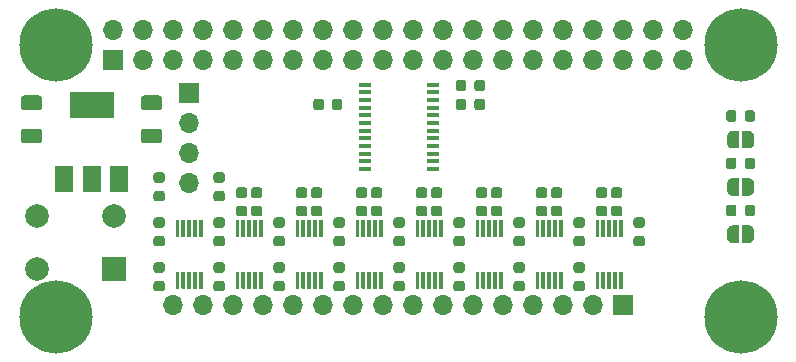
<source format=gts>
G04 #@! TF.GenerationSoftware,KiCad,Pcbnew,(5.1.4)-1*
G04 #@! TF.CreationDate,2019-10-12T23:52:25-04:00*
G04 #@! TF.ProjectId,haptic-uhat,68617074-6963-42d7-9568-61742e6b6963,rev?*
G04 #@! TF.SameCoordinates,Original*
G04 #@! TF.FileFunction,Soldermask,Top*
G04 #@! TF.FilePolarity,Negative*
%FSLAX46Y46*%
G04 Gerber Fmt 4.6, Leading zero omitted, Abs format (unit mm)*
G04 Created by KiCad (PCBNEW (5.1.4)-1) date 2019-10-12 23:52:25*
%MOMM*%
%LPD*%
G04 APERTURE LIST*
%ADD10C,0.100000*%
%ADD11C,1.250000*%
%ADD12C,0.875000*%
%ADD13C,6.200000*%
%ADD14R,1.700000X1.700000*%
%ADD15O,1.700000X1.700000*%
%ADD16R,1.100000X0.400000*%
%ADD17C,0.300000*%
%ADD18C,0.500000*%
%ADD19R,2.000000X2.000000*%
%ADD20C,2.000000*%
%ADD21R,1.500000X2.200000*%
%ADD22R,3.800000X2.200000*%
G04 APERTURE END LIST*
D10*
G36*
X14619504Y-32266204D02*
G01*
X14643773Y-32269804D01*
X14667571Y-32275765D01*
X14690671Y-32284030D01*
X14712849Y-32294520D01*
X14733893Y-32307133D01*
X14753598Y-32321747D01*
X14771777Y-32338223D01*
X14788253Y-32356402D01*
X14802867Y-32376107D01*
X14815480Y-32397151D01*
X14825970Y-32419329D01*
X14834235Y-32442429D01*
X14840196Y-32466227D01*
X14843796Y-32490496D01*
X14845000Y-32515000D01*
X14845000Y-33265000D01*
X14843796Y-33289504D01*
X14840196Y-33313773D01*
X14834235Y-33337571D01*
X14825970Y-33360671D01*
X14815480Y-33382849D01*
X14802867Y-33403893D01*
X14788253Y-33423598D01*
X14771777Y-33441777D01*
X14753598Y-33458253D01*
X14733893Y-33472867D01*
X14712849Y-33485480D01*
X14690671Y-33495970D01*
X14667571Y-33504235D01*
X14643773Y-33510196D01*
X14619504Y-33513796D01*
X14595000Y-33515000D01*
X13345000Y-33515000D01*
X13320496Y-33513796D01*
X13296227Y-33510196D01*
X13272429Y-33504235D01*
X13249329Y-33495970D01*
X13227151Y-33485480D01*
X13206107Y-33472867D01*
X13186402Y-33458253D01*
X13168223Y-33441777D01*
X13151747Y-33423598D01*
X13137133Y-33403893D01*
X13124520Y-33382849D01*
X13114030Y-33360671D01*
X13105765Y-33337571D01*
X13099804Y-33313773D01*
X13096204Y-33289504D01*
X13095000Y-33265000D01*
X13095000Y-32515000D01*
X13096204Y-32490496D01*
X13099804Y-32466227D01*
X13105765Y-32442429D01*
X13114030Y-32419329D01*
X13124520Y-32397151D01*
X13137133Y-32376107D01*
X13151747Y-32356402D01*
X13168223Y-32338223D01*
X13186402Y-32321747D01*
X13206107Y-32307133D01*
X13227151Y-32294520D01*
X13249329Y-32284030D01*
X13272429Y-32275765D01*
X13296227Y-32269804D01*
X13320496Y-32266204D01*
X13345000Y-32265000D01*
X14595000Y-32265000D01*
X14619504Y-32266204D01*
X14619504Y-32266204D01*
G37*
D11*
X13970000Y-32890000D03*
D10*
G36*
X14619504Y-35066204D02*
G01*
X14643773Y-35069804D01*
X14667571Y-35075765D01*
X14690671Y-35084030D01*
X14712849Y-35094520D01*
X14733893Y-35107133D01*
X14753598Y-35121747D01*
X14771777Y-35138223D01*
X14788253Y-35156402D01*
X14802867Y-35176107D01*
X14815480Y-35197151D01*
X14825970Y-35219329D01*
X14834235Y-35242429D01*
X14840196Y-35266227D01*
X14843796Y-35290496D01*
X14845000Y-35315000D01*
X14845000Y-36065000D01*
X14843796Y-36089504D01*
X14840196Y-36113773D01*
X14834235Y-36137571D01*
X14825970Y-36160671D01*
X14815480Y-36182849D01*
X14802867Y-36203893D01*
X14788253Y-36223598D01*
X14771777Y-36241777D01*
X14753598Y-36258253D01*
X14733893Y-36272867D01*
X14712849Y-36285480D01*
X14690671Y-36295970D01*
X14667571Y-36304235D01*
X14643773Y-36310196D01*
X14619504Y-36313796D01*
X14595000Y-36315000D01*
X13345000Y-36315000D01*
X13320496Y-36313796D01*
X13296227Y-36310196D01*
X13272429Y-36304235D01*
X13249329Y-36295970D01*
X13227151Y-36285480D01*
X13206107Y-36272867D01*
X13186402Y-36258253D01*
X13168223Y-36241777D01*
X13151747Y-36223598D01*
X13137133Y-36203893D01*
X13124520Y-36182849D01*
X13114030Y-36160671D01*
X13105765Y-36137571D01*
X13099804Y-36113773D01*
X13096204Y-36089504D01*
X13095000Y-36065000D01*
X13095000Y-35315000D01*
X13096204Y-35290496D01*
X13099804Y-35266227D01*
X13105765Y-35242429D01*
X13114030Y-35219329D01*
X13124520Y-35197151D01*
X13137133Y-35176107D01*
X13151747Y-35156402D01*
X13168223Y-35138223D01*
X13186402Y-35121747D01*
X13206107Y-35107133D01*
X13227151Y-35094520D01*
X13249329Y-35084030D01*
X13272429Y-35075765D01*
X13296227Y-35069804D01*
X13320496Y-35066204D01*
X13345000Y-35065000D01*
X14595000Y-35065000D01*
X14619504Y-35066204D01*
X14619504Y-35066204D01*
G37*
D11*
X13970000Y-35690000D03*
D10*
G36*
X30122691Y-44166053D02*
G01*
X30143926Y-44169203D01*
X30164750Y-44174419D01*
X30184962Y-44181651D01*
X30204368Y-44190830D01*
X30222781Y-44201866D01*
X30240024Y-44214654D01*
X30255930Y-44229070D01*
X30270346Y-44244976D01*
X30283134Y-44262219D01*
X30294170Y-44280632D01*
X30303349Y-44300038D01*
X30310581Y-44320250D01*
X30315797Y-44341074D01*
X30318947Y-44362309D01*
X30320000Y-44383750D01*
X30320000Y-44821250D01*
X30318947Y-44842691D01*
X30315797Y-44863926D01*
X30310581Y-44884750D01*
X30303349Y-44904962D01*
X30294170Y-44924368D01*
X30283134Y-44942781D01*
X30270346Y-44960024D01*
X30255930Y-44975930D01*
X30240024Y-44990346D01*
X30222781Y-45003134D01*
X30204368Y-45014170D01*
X30184962Y-45023349D01*
X30164750Y-45030581D01*
X30143926Y-45035797D01*
X30122691Y-45038947D01*
X30101250Y-45040000D01*
X29588750Y-45040000D01*
X29567309Y-45038947D01*
X29546074Y-45035797D01*
X29525250Y-45030581D01*
X29505038Y-45023349D01*
X29485632Y-45014170D01*
X29467219Y-45003134D01*
X29449976Y-44990346D01*
X29434070Y-44975930D01*
X29419654Y-44960024D01*
X29406866Y-44942781D01*
X29395830Y-44924368D01*
X29386651Y-44904962D01*
X29379419Y-44884750D01*
X29374203Y-44863926D01*
X29371053Y-44842691D01*
X29370000Y-44821250D01*
X29370000Y-44383750D01*
X29371053Y-44362309D01*
X29374203Y-44341074D01*
X29379419Y-44320250D01*
X29386651Y-44300038D01*
X29395830Y-44280632D01*
X29406866Y-44262219D01*
X29419654Y-44244976D01*
X29434070Y-44229070D01*
X29449976Y-44214654D01*
X29467219Y-44201866D01*
X29485632Y-44190830D01*
X29505038Y-44181651D01*
X29525250Y-44174419D01*
X29546074Y-44169203D01*
X29567309Y-44166053D01*
X29588750Y-44165000D01*
X30101250Y-44165000D01*
X30122691Y-44166053D01*
X30122691Y-44166053D01*
G37*
D12*
X29845000Y-44602500D03*
D10*
G36*
X30122691Y-42591053D02*
G01*
X30143926Y-42594203D01*
X30164750Y-42599419D01*
X30184962Y-42606651D01*
X30204368Y-42615830D01*
X30222781Y-42626866D01*
X30240024Y-42639654D01*
X30255930Y-42654070D01*
X30270346Y-42669976D01*
X30283134Y-42687219D01*
X30294170Y-42705632D01*
X30303349Y-42725038D01*
X30310581Y-42745250D01*
X30315797Y-42766074D01*
X30318947Y-42787309D01*
X30320000Y-42808750D01*
X30320000Y-43246250D01*
X30318947Y-43267691D01*
X30315797Y-43288926D01*
X30310581Y-43309750D01*
X30303349Y-43329962D01*
X30294170Y-43349368D01*
X30283134Y-43367781D01*
X30270346Y-43385024D01*
X30255930Y-43400930D01*
X30240024Y-43415346D01*
X30222781Y-43428134D01*
X30204368Y-43439170D01*
X30184962Y-43448349D01*
X30164750Y-43455581D01*
X30143926Y-43460797D01*
X30122691Y-43463947D01*
X30101250Y-43465000D01*
X29588750Y-43465000D01*
X29567309Y-43463947D01*
X29546074Y-43460797D01*
X29525250Y-43455581D01*
X29505038Y-43448349D01*
X29485632Y-43439170D01*
X29467219Y-43428134D01*
X29449976Y-43415346D01*
X29434070Y-43400930D01*
X29419654Y-43385024D01*
X29406866Y-43367781D01*
X29395830Y-43349368D01*
X29386651Y-43329962D01*
X29379419Y-43309750D01*
X29374203Y-43288926D01*
X29371053Y-43267691D01*
X29370000Y-43246250D01*
X29370000Y-42808750D01*
X29371053Y-42787309D01*
X29374203Y-42766074D01*
X29379419Y-42745250D01*
X29386651Y-42725038D01*
X29395830Y-42705632D01*
X29406866Y-42687219D01*
X29419654Y-42669976D01*
X29434070Y-42654070D01*
X29449976Y-42639654D01*
X29467219Y-42626866D01*
X29485632Y-42615830D01*
X29505038Y-42606651D01*
X29525250Y-42599419D01*
X29546074Y-42594203D01*
X29567309Y-42591053D01*
X29588750Y-42590000D01*
X30101250Y-42590000D01*
X30122691Y-42591053D01*
X30122691Y-42591053D01*
G37*
D12*
X29845000Y-43027500D03*
D13*
X16000000Y-51000000D03*
X74000000Y-28000000D03*
X74000000Y-51000000D03*
X16000000Y-28000000D03*
D14*
X20870000Y-29270000D03*
D15*
X20870000Y-26730000D03*
X23410000Y-29270000D03*
X23410000Y-26730000D03*
X25950000Y-29270000D03*
X25950000Y-26730000D03*
X28490000Y-29270000D03*
X28490000Y-26730000D03*
X31030000Y-29270000D03*
X31030000Y-26730000D03*
X33570000Y-29270000D03*
X33570000Y-26730000D03*
X36110000Y-29270000D03*
X36110000Y-26730000D03*
X38650000Y-29270000D03*
X38650000Y-26730000D03*
X41190000Y-29270000D03*
X41190000Y-26730000D03*
X43730000Y-29270000D03*
X43730000Y-26730000D03*
X46270000Y-29270000D03*
X46270000Y-26730000D03*
X48810000Y-29270000D03*
X48810000Y-26730000D03*
X51350000Y-29270000D03*
X51350000Y-26730000D03*
X53890000Y-29270000D03*
X53890000Y-26730000D03*
X56430000Y-29270000D03*
X56430000Y-26730000D03*
X58970000Y-29270000D03*
X58970000Y-26730000D03*
X61510000Y-29270000D03*
X61510000Y-26730000D03*
X64050000Y-29270000D03*
X64050000Y-26730000D03*
X66590000Y-29270000D03*
X66590000Y-26730000D03*
X69130000Y-29270000D03*
X69130000Y-26730000D03*
D16*
X42235000Y-31350000D03*
X42235000Y-32000000D03*
X42235000Y-32650000D03*
X42235000Y-33300000D03*
X42235000Y-33950000D03*
X42235000Y-34600000D03*
X42235000Y-35250000D03*
X42235000Y-35900000D03*
X42235000Y-36550000D03*
X42235000Y-37200000D03*
X42235000Y-37850000D03*
X42235000Y-38500000D03*
X47935000Y-38500000D03*
X47935000Y-37850000D03*
X47935000Y-37200000D03*
X47935000Y-36550000D03*
X47935000Y-35900000D03*
X47935000Y-35250000D03*
X47935000Y-34600000D03*
X47935000Y-33950000D03*
X47935000Y-33300000D03*
X47935000Y-32650000D03*
X47935000Y-32000000D03*
X47935000Y-31350000D03*
D10*
G36*
X52145191Y-32546053D02*
G01*
X52166426Y-32549203D01*
X52187250Y-32554419D01*
X52207462Y-32561651D01*
X52226868Y-32570830D01*
X52245281Y-32581866D01*
X52262524Y-32594654D01*
X52278430Y-32609070D01*
X52292846Y-32624976D01*
X52305634Y-32642219D01*
X52316670Y-32660632D01*
X52325849Y-32680038D01*
X52333081Y-32700250D01*
X52338297Y-32721074D01*
X52341447Y-32742309D01*
X52342500Y-32763750D01*
X52342500Y-33276250D01*
X52341447Y-33297691D01*
X52338297Y-33318926D01*
X52333081Y-33339750D01*
X52325849Y-33359962D01*
X52316670Y-33379368D01*
X52305634Y-33397781D01*
X52292846Y-33415024D01*
X52278430Y-33430930D01*
X52262524Y-33445346D01*
X52245281Y-33458134D01*
X52226868Y-33469170D01*
X52207462Y-33478349D01*
X52187250Y-33485581D01*
X52166426Y-33490797D01*
X52145191Y-33493947D01*
X52123750Y-33495000D01*
X51686250Y-33495000D01*
X51664809Y-33493947D01*
X51643574Y-33490797D01*
X51622750Y-33485581D01*
X51602538Y-33478349D01*
X51583132Y-33469170D01*
X51564719Y-33458134D01*
X51547476Y-33445346D01*
X51531570Y-33430930D01*
X51517154Y-33415024D01*
X51504366Y-33397781D01*
X51493330Y-33379368D01*
X51484151Y-33359962D01*
X51476919Y-33339750D01*
X51471703Y-33318926D01*
X51468553Y-33297691D01*
X51467500Y-33276250D01*
X51467500Y-32763750D01*
X51468553Y-32742309D01*
X51471703Y-32721074D01*
X51476919Y-32700250D01*
X51484151Y-32680038D01*
X51493330Y-32660632D01*
X51504366Y-32642219D01*
X51517154Y-32624976D01*
X51531570Y-32609070D01*
X51547476Y-32594654D01*
X51564719Y-32581866D01*
X51583132Y-32570830D01*
X51602538Y-32561651D01*
X51622750Y-32554419D01*
X51643574Y-32549203D01*
X51664809Y-32546053D01*
X51686250Y-32545000D01*
X52123750Y-32545000D01*
X52145191Y-32546053D01*
X52145191Y-32546053D01*
G37*
D12*
X51905000Y-33020000D03*
D10*
G36*
X50570191Y-32546053D02*
G01*
X50591426Y-32549203D01*
X50612250Y-32554419D01*
X50632462Y-32561651D01*
X50651868Y-32570830D01*
X50670281Y-32581866D01*
X50687524Y-32594654D01*
X50703430Y-32609070D01*
X50717846Y-32624976D01*
X50730634Y-32642219D01*
X50741670Y-32660632D01*
X50750849Y-32680038D01*
X50758081Y-32700250D01*
X50763297Y-32721074D01*
X50766447Y-32742309D01*
X50767500Y-32763750D01*
X50767500Y-33276250D01*
X50766447Y-33297691D01*
X50763297Y-33318926D01*
X50758081Y-33339750D01*
X50750849Y-33359962D01*
X50741670Y-33379368D01*
X50730634Y-33397781D01*
X50717846Y-33415024D01*
X50703430Y-33430930D01*
X50687524Y-33445346D01*
X50670281Y-33458134D01*
X50651868Y-33469170D01*
X50632462Y-33478349D01*
X50612250Y-33485581D01*
X50591426Y-33490797D01*
X50570191Y-33493947D01*
X50548750Y-33495000D01*
X50111250Y-33495000D01*
X50089809Y-33493947D01*
X50068574Y-33490797D01*
X50047750Y-33485581D01*
X50027538Y-33478349D01*
X50008132Y-33469170D01*
X49989719Y-33458134D01*
X49972476Y-33445346D01*
X49956570Y-33430930D01*
X49942154Y-33415024D01*
X49929366Y-33397781D01*
X49918330Y-33379368D01*
X49909151Y-33359962D01*
X49901919Y-33339750D01*
X49896703Y-33318926D01*
X49893553Y-33297691D01*
X49892500Y-33276250D01*
X49892500Y-32763750D01*
X49893553Y-32742309D01*
X49896703Y-32721074D01*
X49901919Y-32700250D01*
X49909151Y-32680038D01*
X49918330Y-32660632D01*
X49929366Y-32642219D01*
X49942154Y-32624976D01*
X49956570Y-32609070D01*
X49972476Y-32594654D01*
X49989719Y-32581866D01*
X50008132Y-32570830D01*
X50027538Y-32561651D01*
X50047750Y-32554419D01*
X50068574Y-32549203D01*
X50089809Y-32546053D01*
X50111250Y-32545000D01*
X50548750Y-32545000D01*
X50570191Y-32546053D01*
X50570191Y-32546053D01*
G37*
D12*
X50330000Y-33020000D03*
D10*
G36*
X50570191Y-30958553D02*
G01*
X50591426Y-30961703D01*
X50612250Y-30966919D01*
X50632462Y-30974151D01*
X50651868Y-30983330D01*
X50670281Y-30994366D01*
X50687524Y-31007154D01*
X50703430Y-31021570D01*
X50717846Y-31037476D01*
X50730634Y-31054719D01*
X50741670Y-31073132D01*
X50750849Y-31092538D01*
X50758081Y-31112750D01*
X50763297Y-31133574D01*
X50766447Y-31154809D01*
X50767500Y-31176250D01*
X50767500Y-31688750D01*
X50766447Y-31710191D01*
X50763297Y-31731426D01*
X50758081Y-31752250D01*
X50750849Y-31772462D01*
X50741670Y-31791868D01*
X50730634Y-31810281D01*
X50717846Y-31827524D01*
X50703430Y-31843430D01*
X50687524Y-31857846D01*
X50670281Y-31870634D01*
X50651868Y-31881670D01*
X50632462Y-31890849D01*
X50612250Y-31898081D01*
X50591426Y-31903297D01*
X50570191Y-31906447D01*
X50548750Y-31907500D01*
X50111250Y-31907500D01*
X50089809Y-31906447D01*
X50068574Y-31903297D01*
X50047750Y-31898081D01*
X50027538Y-31890849D01*
X50008132Y-31881670D01*
X49989719Y-31870634D01*
X49972476Y-31857846D01*
X49956570Y-31843430D01*
X49942154Y-31827524D01*
X49929366Y-31810281D01*
X49918330Y-31791868D01*
X49909151Y-31772462D01*
X49901919Y-31752250D01*
X49896703Y-31731426D01*
X49893553Y-31710191D01*
X49892500Y-31688750D01*
X49892500Y-31176250D01*
X49893553Y-31154809D01*
X49896703Y-31133574D01*
X49901919Y-31112750D01*
X49909151Y-31092538D01*
X49918330Y-31073132D01*
X49929366Y-31054719D01*
X49942154Y-31037476D01*
X49956570Y-31021570D01*
X49972476Y-31007154D01*
X49989719Y-30994366D01*
X50008132Y-30983330D01*
X50027538Y-30974151D01*
X50047750Y-30966919D01*
X50068574Y-30961703D01*
X50089809Y-30958553D01*
X50111250Y-30957500D01*
X50548750Y-30957500D01*
X50570191Y-30958553D01*
X50570191Y-30958553D01*
G37*
D12*
X50330000Y-31432500D03*
D10*
G36*
X52145191Y-30958553D02*
G01*
X52166426Y-30961703D01*
X52187250Y-30966919D01*
X52207462Y-30974151D01*
X52226868Y-30983330D01*
X52245281Y-30994366D01*
X52262524Y-31007154D01*
X52278430Y-31021570D01*
X52292846Y-31037476D01*
X52305634Y-31054719D01*
X52316670Y-31073132D01*
X52325849Y-31092538D01*
X52333081Y-31112750D01*
X52338297Y-31133574D01*
X52341447Y-31154809D01*
X52342500Y-31176250D01*
X52342500Y-31688750D01*
X52341447Y-31710191D01*
X52338297Y-31731426D01*
X52333081Y-31752250D01*
X52325849Y-31772462D01*
X52316670Y-31791868D01*
X52305634Y-31810281D01*
X52292846Y-31827524D01*
X52278430Y-31843430D01*
X52262524Y-31857846D01*
X52245281Y-31870634D01*
X52226868Y-31881670D01*
X52207462Y-31890849D01*
X52187250Y-31898081D01*
X52166426Y-31903297D01*
X52145191Y-31906447D01*
X52123750Y-31907500D01*
X51686250Y-31907500D01*
X51664809Y-31906447D01*
X51643574Y-31903297D01*
X51622750Y-31898081D01*
X51602538Y-31890849D01*
X51583132Y-31881670D01*
X51564719Y-31870634D01*
X51547476Y-31857846D01*
X51531570Y-31843430D01*
X51517154Y-31827524D01*
X51504366Y-31810281D01*
X51493330Y-31791868D01*
X51484151Y-31772462D01*
X51476919Y-31752250D01*
X51471703Y-31731426D01*
X51468553Y-31710191D01*
X51467500Y-31688750D01*
X51467500Y-31176250D01*
X51468553Y-31154809D01*
X51471703Y-31133574D01*
X51476919Y-31112750D01*
X51484151Y-31092538D01*
X51493330Y-31073132D01*
X51504366Y-31054719D01*
X51517154Y-31037476D01*
X51531570Y-31021570D01*
X51547476Y-31007154D01*
X51564719Y-30994366D01*
X51583132Y-30983330D01*
X51602538Y-30974151D01*
X51622750Y-30966919D01*
X51643574Y-30961703D01*
X51664809Y-30958553D01*
X51686250Y-30957500D01*
X52123750Y-30957500D01*
X52145191Y-30958553D01*
X52145191Y-30958553D01*
G37*
D12*
X51905000Y-31432500D03*
D10*
G36*
X35202691Y-44166053D02*
G01*
X35223926Y-44169203D01*
X35244750Y-44174419D01*
X35264962Y-44181651D01*
X35284368Y-44190830D01*
X35302781Y-44201866D01*
X35320024Y-44214654D01*
X35335930Y-44229070D01*
X35350346Y-44244976D01*
X35363134Y-44262219D01*
X35374170Y-44280632D01*
X35383349Y-44300038D01*
X35390581Y-44320250D01*
X35395797Y-44341074D01*
X35398947Y-44362309D01*
X35400000Y-44383750D01*
X35400000Y-44821250D01*
X35398947Y-44842691D01*
X35395797Y-44863926D01*
X35390581Y-44884750D01*
X35383349Y-44904962D01*
X35374170Y-44924368D01*
X35363134Y-44942781D01*
X35350346Y-44960024D01*
X35335930Y-44975930D01*
X35320024Y-44990346D01*
X35302781Y-45003134D01*
X35284368Y-45014170D01*
X35264962Y-45023349D01*
X35244750Y-45030581D01*
X35223926Y-45035797D01*
X35202691Y-45038947D01*
X35181250Y-45040000D01*
X34668750Y-45040000D01*
X34647309Y-45038947D01*
X34626074Y-45035797D01*
X34605250Y-45030581D01*
X34585038Y-45023349D01*
X34565632Y-45014170D01*
X34547219Y-45003134D01*
X34529976Y-44990346D01*
X34514070Y-44975930D01*
X34499654Y-44960024D01*
X34486866Y-44942781D01*
X34475830Y-44924368D01*
X34466651Y-44904962D01*
X34459419Y-44884750D01*
X34454203Y-44863926D01*
X34451053Y-44842691D01*
X34450000Y-44821250D01*
X34450000Y-44383750D01*
X34451053Y-44362309D01*
X34454203Y-44341074D01*
X34459419Y-44320250D01*
X34466651Y-44300038D01*
X34475830Y-44280632D01*
X34486866Y-44262219D01*
X34499654Y-44244976D01*
X34514070Y-44229070D01*
X34529976Y-44214654D01*
X34547219Y-44201866D01*
X34565632Y-44190830D01*
X34585038Y-44181651D01*
X34605250Y-44174419D01*
X34626074Y-44169203D01*
X34647309Y-44166053D01*
X34668750Y-44165000D01*
X35181250Y-44165000D01*
X35202691Y-44166053D01*
X35202691Y-44166053D01*
G37*
D12*
X34925000Y-44602500D03*
D10*
G36*
X35202691Y-42591053D02*
G01*
X35223926Y-42594203D01*
X35244750Y-42599419D01*
X35264962Y-42606651D01*
X35284368Y-42615830D01*
X35302781Y-42626866D01*
X35320024Y-42639654D01*
X35335930Y-42654070D01*
X35350346Y-42669976D01*
X35363134Y-42687219D01*
X35374170Y-42705632D01*
X35383349Y-42725038D01*
X35390581Y-42745250D01*
X35395797Y-42766074D01*
X35398947Y-42787309D01*
X35400000Y-42808750D01*
X35400000Y-43246250D01*
X35398947Y-43267691D01*
X35395797Y-43288926D01*
X35390581Y-43309750D01*
X35383349Y-43329962D01*
X35374170Y-43349368D01*
X35363134Y-43367781D01*
X35350346Y-43385024D01*
X35335930Y-43400930D01*
X35320024Y-43415346D01*
X35302781Y-43428134D01*
X35284368Y-43439170D01*
X35264962Y-43448349D01*
X35244750Y-43455581D01*
X35223926Y-43460797D01*
X35202691Y-43463947D01*
X35181250Y-43465000D01*
X34668750Y-43465000D01*
X34647309Y-43463947D01*
X34626074Y-43460797D01*
X34605250Y-43455581D01*
X34585038Y-43448349D01*
X34565632Y-43439170D01*
X34547219Y-43428134D01*
X34529976Y-43415346D01*
X34514070Y-43400930D01*
X34499654Y-43385024D01*
X34486866Y-43367781D01*
X34475830Y-43349368D01*
X34466651Y-43329962D01*
X34459419Y-43309750D01*
X34454203Y-43288926D01*
X34451053Y-43267691D01*
X34450000Y-43246250D01*
X34450000Y-42808750D01*
X34451053Y-42787309D01*
X34454203Y-42766074D01*
X34459419Y-42745250D01*
X34466651Y-42725038D01*
X34475830Y-42705632D01*
X34486866Y-42687219D01*
X34499654Y-42669976D01*
X34514070Y-42654070D01*
X34529976Y-42639654D01*
X34547219Y-42626866D01*
X34565632Y-42615830D01*
X34585038Y-42606651D01*
X34605250Y-42599419D01*
X34626074Y-42594203D01*
X34647309Y-42591053D01*
X34668750Y-42590000D01*
X35181250Y-42590000D01*
X35202691Y-42591053D01*
X35202691Y-42591053D01*
G37*
D12*
X34925000Y-43027500D03*
D10*
G36*
X40282691Y-44166053D02*
G01*
X40303926Y-44169203D01*
X40324750Y-44174419D01*
X40344962Y-44181651D01*
X40364368Y-44190830D01*
X40382781Y-44201866D01*
X40400024Y-44214654D01*
X40415930Y-44229070D01*
X40430346Y-44244976D01*
X40443134Y-44262219D01*
X40454170Y-44280632D01*
X40463349Y-44300038D01*
X40470581Y-44320250D01*
X40475797Y-44341074D01*
X40478947Y-44362309D01*
X40480000Y-44383750D01*
X40480000Y-44821250D01*
X40478947Y-44842691D01*
X40475797Y-44863926D01*
X40470581Y-44884750D01*
X40463349Y-44904962D01*
X40454170Y-44924368D01*
X40443134Y-44942781D01*
X40430346Y-44960024D01*
X40415930Y-44975930D01*
X40400024Y-44990346D01*
X40382781Y-45003134D01*
X40364368Y-45014170D01*
X40344962Y-45023349D01*
X40324750Y-45030581D01*
X40303926Y-45035797D01*
X40282691Y-45038947D01*
X40261250Y-45040000D01*
X39748750Y-45040000D01*
X39727309Y-45038947D01*
X39706074Y-45035797D01*
X39685250Y-45030581D01*
X39665038Y-45023349D01*
X39645632Y-45014170D01*
X39627219Y-45003134D01*
X39609976Y-44990346D01*
X39594070Y-44975930D01*
X39579654Y-44960024D01*
X39566866Y-44942781D01*
X39555830Y-44924368D01*
X39546651Y-44904962D01*
X39539419Y-44884750D01*
X39534203Y-44863926D01*
X39531053Y-44842691D01*
X39530000Y-44821250D01*
X39530000Y-44383750D01*
X39531053Y-44362309D01*
X39534203Y-44341074D01*
X39539419Y-44320250D01*
X39546651Y-44300038D01*
X39555830Y-44280632D01*
X39566866Y-44262219D01*
X39579654Y-44244976D01*
X39594070Y-44229070D01*
X39609976Y-44214654D01*
X39627219Y-44201866D01*
X39645632Y-44190830D01*
X39665038Y-44181651D01*
X39685250Y-44174419D01*
X39706074Y-44169203D01*
X39727309Y-44166053D01*
X39748750Y-44165000D01*
X40261250Y-44165000D01*
X40282691Y-44166053D01*
X40282691Y-44166053D01*
G37*
D12*
X40005000Y-44602500D03*
D10*
G36*
X40282691Y-42591053D02*
G01*
X40303926Y-42594203D01*
X40324750Y-42599419D01*
X40344962Y-42606651D01*
X40364368Y-42615830D01*
X40382781Y-42626866D01*
X40400024Y-42639654D01*
X40415930Y-42654070D01*
X40430346Y-42669976D01*
X40443134Y-42687219D01*
X40454170Y-42705632D01*
X40463349Y-42725038D01*
X40470581Y-42745250D01*
X40475797Y-42766074D01*
X40478947Y-42787309D01*
X40480000Y-42808750D01*
X40480000Y-43246250D01*
X40478947Y-43267691D01*
X40475797Y-43288926D01*
X40470581Y-43309750D01*
X40463349Y-43329962D01*
X40454170Y-43349368D01*
X40443134Y-43367781D01*
X40430346Y-43385024D01*
X40415930Y-43400930D01*
X40400024Y-43415346D01*
X40382781Y-43428134D01*
X40364368Y-43439170D01*
X40344962Y-43448349D01*
X40324750Y-43455581D01*
X40303926Y-43460797D01*
X40282691Y-43463947D01*
X40261250Y-43465000D01*
X39748750Y-43465000D01*
X39727309Y-43463947D01*
X39706074Y-43460797D01*
X39685250Y-43455581D01*
X39665038Y-43448349D01*
X39645632Y-43439170D01*
X39627219Y-43428134D01*
X39609976Y-43415346D01*
X39594070Y-43400930D01*
X39579654Y-43385024D01*
X39566866Y-43367781D01*
X39555830Y-43349368D01*
X39546651Y-43329962D01*
X39539419Y-43309750D01*
X39534203Y-43288926D01*
X39531053Y-43267691D01*
X39530000Y-43246250D01*
X39530000Y-42808750D01*
X39531053Y-42787309D01*
X39534203Y-42766074D01*
X39539419Y-42745250D01*
X39546651Y-42725038D01*
X39555830Y-42705632D01*
X39566866Y-42687219D01*
X39579654Y-42669976D01*
X39594070Y-42654070D01*
X39609976Y-42639654D01*
X39627219Y-42626866D01*
X39645632Y-42615830D01*
X39665038Y-42606651D01*
X39685250Y-42599419D01*
X39706074Y-42594203D01*
X39727309Y-42591053D01*
X39748750Y-42590000D01*
X40261250Y-42590000D01*
X40282691Y-42591053D01*
X40282691Y-42591053D01*
G37*
D12*
X40005000Y-43027500D03*
D10*
G36*
X25042691Y-47976053D02*
G01*
X25063926Y-47979203D01*
X25084750Y-47984419D01*
X25104962Y-47991651D01*
X25124368Y-48000830D01*
X25142781Y-48011866D01*
X25160024Y-48024654D01*
X25175930Y-48039070D01*
X25190346Y-48054976D01*
X25203134Y-48072219D01*
X25214170Y-48090632D01*
X25223349Y-48110038D01*
X25230581Y-48130250D01*
X25235797Y-48151074D01*
X25238947Y-48172309D01*
X25240000Y-48193750D01*
X25240000Y-48631250D01*
X25238947Y-48652691D01*
X25235797Y-48673926D01*
X25230581Y-48694750D01*
X25223349Y-48714962D01*
X25214170Y-48734368D01*
X25203134Y-48752781D01*
X25190346Y-48770024D01*
X25175930Y-48785930D01*
X25160024Y-48800346D01*
X25142781Y-48813134D01*
X25124368Y-48824170D01*
X25104962Y-48833349D01*
X25084750Y-48840581D01*
X25063926Y-48845797D01*
X25042691Y-48848947D01*
X25021250Y-48850000D01*
X24508750Y-48850000D01*
X24487309Y-48848947D01*
X24466074Y-48845797D01*
X24445250Y-48840581D01*
X24425038Y-48833349D01*
X24405632Y-48824170D01*
X24387219Y-48813134D01*
X24369976Y-48800346D01*
X24354070Y-48785930D01*
X24339654Y-48770024D01*
X24326866Y-48752781D01*
X24315830Y-48734368D01*
X24306651Y-48714962D01*
X24299419Y-48694750D01*
X24294203Y-48673926D01*
X24291053Y-48652691D01*
X24290000Y-48631250D01*
X24290000Y-48193750D01*
X24291053Y-48172309D01*
X24294203Y-48151074D01*
X24299419Y-48130250D01*
X24306651Y-48110038D01*
X24315830Y-48090632D01*
X24326866Y-48072219D01*
X24339654Y-48054976D01*
X24354070Y-48039070D01*
X24369976Y-48024654D01*
X24387219Y-48011866D01*
X24405632Y-48000830D01*
X24425038Y-47991651D01*
X24445250Y-47984419D01*
X24466074Y-47979203D01*
X24487309Y-47976053D01*
X24508750Y-47975000D01*
X25021250Y-47975000D01*
X25042691Y-47976053D01*
X25042691Y-47976053D01*
G37*
D12*
X24765000Y-48412500D03*
D10*
G36*
X25042691Y-46401053D02*
G01*
X25063926Y-46404203D01*
X25084750Y-46409419D01*
X25104962Y-46416651D01*
X25124368Y-46425830D01*
X25142781Y-46436866D01*
X25160024Y-46449654D01*
X25175930Y-46464070D01*
X25190346Y-46479976D01*
X25203134Y-46497219D01*
X25214170Y-46515632D01*
X25223349Y-46535038D01*
X25230581Y-46555250D01*
X25235797Y-46576074D01*
X25238947Y-46597309D01*
X25240000Y-46618750D01*
X25240000Y-47056250D01*
X25238947Y-47077691D01*
X25235797Y-47098926D01*
X25230581Y-47119750D01*
X25223349Y-47139962D01*
X25214170Y-47159368D01*
X25203134Y-47177781D01*
X25190346Y-47195024D01*
X25175930Y-47210930D01*
X25160024Y-47225346D01*
X25142781Y-47238134D01*
X25124368Y-47249170D01*
X25104962Y-47258349D01*
X25084750Y-47265581D01*
X25063926Y-47270797D01*
X25042691Y-47273947D01*
X25021250Y-47275000D01*
X24508750Y-47275000D01*
X24487309Y-47273947D01*
X24466074Y-47270797D01*
X24445250Y-47265581D01*
X24425038Y-47258349D01*
X24405632Y-47249170D01*
X24387219Y-47238134D01*
X24369976Y-47225346D01*
X24354070Y-47210930D01*
X24339654Y-47195024D01*
X24326866Y-47177781D01*
X24315830Y-47159368D01*
X24306651Y-47139962D01*
X24299419Y-47119750D01*
X24294203Y-47098926D01*
X24291053Y-47077691D01*
X24290000Y-47056250D01*
X24290000Y-46618750D01*
X24291053Y-46597309D01*
X24294203Y-46576074D01*
X24299419Y-46555250D01*
X24306651Y-46535038D01*
X24315830Y-46515632D01*
X24326866Y-46497219D01*
X24339654Y-46479976D01*
X24354070Y-46464070D01*
X24369976Y-46449654D01*
X24387219Y-46436866D01*
X24405632Y-46425830D01*
X24425038Y-46416651D01*
X24445250Y-46409419D01*
X24466074Y-46404203D01*
X24487309Y-46401053D01*
X24508750Y-46400000D01*
X25021250Y-46400000D01*
X25042691Y-46401053D01*
X25042691Y-46401053D01*
G37*
D12*
X24765000Y-46837500D03*
D10*
G36*
X30122691Y-47976053D02*
G01*
X30143926Y-47979203D01*
X30164750Y-47984419D01*
X30184962Y-47991651D01*
X30204368Y-48000830D01*
X30222781Y-48011866D01*
X30240024Y-48024654D01*
X30255930Y-48039070D01*
X30270346Y-48054976D01*
X30283134Y-48072219D01*
X30294170Y-48090632D01*
X30303349Y-48110038D01*
X30310581Y-48130250D01*
X30315797Y-48151074D01*
X30318947Y-48172309D01*
X30320000Y-48193750D01*
X30320000Y-48631250D01*
X30318947Y-48652691D01*
X30315797Y-48673926D01*
X30310581Y-48694750D01*
X30303349Y-48714962D01*
X30294170Y-48734368D01*
X30283134Y-48752781D01*
X30270346Y-48770024D01*
X30255930Y-48785930D01*
X30240024Y-48800346D01*
X30222781Y-48813134D01*
X30204368Y-48824170D01*
X30184962Y-48833349D01*
X30164750Y-48840581D01*
X30143926Y-48845797D01*
X30122691Y-48848947D01*
X30101250Y-48850000D01*
X29588750Y-48850000D01*
X29567309Y-48848947D01*
X29546074Y-48845797D01*
X29525250Y-48840581D01*
X29505038Y-48833349D01*
X29485632Y-48824170D01*
X29467219Y-48813134D01*
X29449976Y-48800346D01*
X29434070Y-48785930D01*
X29419654Y-48770024D01*
X29406866Y-48752781D01*
X29395830Y-48734368D01*
X29386651Y-48714962D01*
X29379419Y-48694750D01*
X29374203Y-48673926D01*
X29371053Y-48652691D01*
X29370000Y-48631250D01*
X29370000Y-48193750D01*
X29371053Y-48172309D01*
X29374203Y-48151074D01*
X29379419Y-48130250D01*
X29386651Y-48110038D01*
X29395830Y-48090632D01*
X29406866Y-48072219D01*
X29419654Y-48054976D01*
X29434070Y-48039070D01*
X29449976Y-48024654D01*
X29467219Y-48011866D01*
X29485632Y-48000830D01*
X29505038Y-47991651D01*
X29525250Y-47984419D01*
X29546074Y-47979203D01*
X29567309Y-47976053D01*
X29588750Y-47975000D01*
X30101250Y-47975000D01*
X30122691Y-47976053D01*
X30122691Y-47976053D01*
G37*
D12*
X29845000Y-48412500D03*
D10*
G36*
X30122691Y-46401053D02*
G01*
X30143926Y-46404203D01*
X30164750Y-46409419D01*
X30184962Y-46416651D01*
X30204368Y-46425830D01*
X30222781Y-46436866D01*
X30240024Y-46449654D01*
X30255930Y-46464070D01*
X30270346Y-46479976D01*
X30283134Y-46497219D01*
X30294170Y-46515632D01*
X30303349Y-46535038D01*
X30310581Y-46555250D01*
X30315797Y-46576074D01*
X30318947Y-46597309D01*
X30320000Y-46618750D01*
X30320000Y-47056250D01*
X30318947Y-47077691D01*
X30315797Y-47098926D01*
X30310581Y-47119750D01*
X30303349Y-47139962D01*
X30294170Y-47159368D01*
X30283134Y-47177781D01*
X30270346Y-47195024D01*
X30255930Y-47210930D01*
X30240024Y-47225346D01*
X30222781Y-47238134D01*
X30204368Y-47249170D01*
X30184962Y-47258349D01*
X30164750Y-47265581D01*
X30143926Y-47270797D01*
X30122691Y-47273947D01*
X30101250Y-47275000D01*
X29588750Y-47275000D01*
X29567309Y-47273947D01*
X29546074Y-47270797D01*
X29525250Y-47265581D01*
X29505038Y-47258349D01*
X29485632Y-47249170D01*
X29467219Y-47238134D01*
X29449976Y-47225346D01*
X29434070Y-47210930D01*
X29419654Y-47195024D01*
X29406866Y-47177781D01*
X29395830Y-47159368D01*
X29386651Y-47139962D01*
X29379419Y-47119750D01*
X29374203Y-47098926D01*
X29371053Y-47077691D01*
X29370000Y-47056250D01*
X29370000Y-46618750D01*
X29371053Y-46597309D01*
X29374203Y-46576074D01*
X29379419Y-46555250D01*
X29386651Y-46535038D01*
X29395830Y-46515632D01*
X29406866Y-46497219D01*
X29419654Y-46479976D01*
X29434070Y-46464070D01*
X29449976Y-46449654D01*
X29467219Y-46436866D01*
X29485632Y-46425830D01*
X29505038Y-46416651D01*
X29525250Y-46409419D01*
X29546074Y-46404203D01*
X29567309Y-46401053D01*
X29588750Y-46400000D01*
X30101250Y-46400000D01*
X30122691Y-46401053D01*
X30122691Y-46401053D01*
G37*
D12*
X29845000Y-46837500D03*
D10*
G36*
X35202691Y-47976053D02*
G01*
X35223926Y-47979203D01*
X35244750Y-47984419D01*
X35264962Y-47991651D01*
X35284368Y-48000830D01*
X35302781Y-48011866D01*
X35320024Y-48024654D01*
X35335930Y-48039070D01*
X35350346Y-48054976D01*
X35363134Y-48072219D01*
X35374170Y-48090632D01*
X35383349Y-48110038D01*
X35390581Y-48130250D01*
X35395797Y-48151074D01*
X35398947Y-48172309D01*
X35400000Y-48193750D01*
X35400000Y-48631250D01*
X35398947Y-48652691D01*
X35395797Y-48673926D01*
X35390581Y-48694750D01*
X35383349Y-48714962D01*
X35374170Y-48734368D01*
X35363134Y-48752781D01*
X35350346Y-48770024D01*
X35335930Y-48785930D01*
X35320024Y-48800346D01*
X35302781Y-48813134D01*
X35284368Y-48824170D01*
X35264962Y-48833349D01*
X35244750Y-48840581D01*
X35223926Y-48845797D01*
X35202691Y-48848947D01*
X35181250Y-48850000D01*
X34668750Y-48850000D01*
X34647309Y-48848947D01*
X34626074Y-48845797D01*
X34605250Y-48840581D01*
X34585038Y-48833349D01*
X34565632Y-48824170D01*
X34547219Y-48813134D01*
X34529976Y-48800346D01*
X34514070Y-48785930D01*
X34499654Y-48770024D01*
X34486866Y-48752781D01*
X34475830Y-48734368D01*
X34466651Y-48714962D01*
X34459419Y-48694750D01*
X34454203Y-48673926D01*
X34451053Y-48652691D01*
X34450000Y-48631250D01*
X34450000Y-48193750D01*
X34451053Y-48172309D01*
X34454203Y-48151074D01*
X34459419Y-48130250D01*
X34466651Y-48110038D01*
X34475830Y-48090632D01*
X34486866Y-48072219D01*
X34499654Y-48054976D01*
X34514070Y-48039070D01*
X34529976Y-48024654D01*
X34547219Y-48011866D01*
X34565632Y-48000830D01*
X34585038Y-47991651D01*
X34605250Y-47984419D01*
X34626074Y-47979203D01*
X34647309Y-47976053D01*
X34668750Y-47975000D01*
X35181250Y-47975000D01*
X35202691Y-47976053D01*
X35202691Y-47976053D01*
G37*
D12*
X34925000Y-48412500D03*
D10*
G36*
X35202691Y-46401053D02*
G01*
X35223926Y-46404203D01*
X35244750Y-46409419D01*
X35264962Y-46416651D01*
X35284368Y-46425830D01*
X35302781Y-46436866D01*
X35320024Y-46449654D01*
X35335930Y-46464070D01*
X35350346Y-46479976D01*
X35363134Y-46497219D01*
X35374170Y-46515632D01*
X35383349Y-46535038D01*
X35390581Y-46555250D01*
X35395797Y-46576074D01*
X35398947Y-46597309D01*
X35400000Y-46618750D01*
X35400000Y-47056250D01*
X35398947Y-47077691D01*
X35395797Y-47098926D01*
X35390581Y-47119750D01*
X35383349Y-47139962D01*
X35374170Y-47159368D01*
X35363134Y-47177781D01*
X35350346Y-47195024D01*
X35335930Y-47210930D01*
X35320024Y-47225346D01*
X35302781Y-47238134D01*
X35284368Y-47249170D01*
X35264962Y-47258349D01*
X35244750Y-47265581D01*
X35223926Y-47270797D01*
X35202691Y-47273947D01*
X35181250Y-47275000D01*
X34668750Y-47275000D01*
X34647309Y-47273947D01*
X34626074Y-47270797D01*
X34605250Y-47265581D01*
X34585038Y-47258349D01*
X34565632Y-47249170D01*
X34547219Y-47238134D01*
X34529976Y-47225346D01*
X34514070Y-47210930D01*
X34499654Y-47195024D01*
X34486866Y-47177781D01*
X34475830Y-47159368D01*
X34466651Y-47139962D01*
X34459419Y-47119750D01*
X34454203Y-47098926D01*
X34451053Y-47077691D01*
X34450000Y-47056250D01*
X34450000Y-46618750D01*
X34451053Y-46597309D01*
X34454203Y-46576074D01*
X34459419Y-46555250D01*
X34466651Y-46535038D01*
X34475830Y-46515632D01*
X34486866Y-46497219D01*
X34499654Y-46479976D01*
X34514070Y-46464070D01*
X34529976Y-46449654D01*
X34547219Y-46436866D01*
X34565632Y-46425830D01*
X34585038Y-46416651D01*
X34605250Y-46409419D01*
X34626074Y-46404203D01*
X34647309Y-46401053D01*
X34668750Y-46400000D01*
X35181250Y-46400000D01*
X35202691Y-46401053D01*
X35202691Y-46401053D01*
G37*
D12*
X34925000Y-46837500D03*
D10*
G36*
X45362691Y-44166053D02*
G01*
X45383926Y-44169203D01*
X45404750Y-44174419D01*
X45424962Y-44181651D01*
X45444368Y-44190830D01*
X45462781Y-44201866D01*
X45480024Y-44214654D01*
X45495930Y-44229070D01*
X45510346Y-44244976D01*
X45523134Y-44262219D01*
X45534170Y-44280632D01*
X45543349Y-44300038D01*
X45550581Y-44320250D01*
X45555797Y-44341074D01*
X45558947Y-44362309D01*
X45560000Y-44383750D01*
X45560000Y-44821250D01*
X45558947Y-44842691D01*
X45555797Y-44863926D01*
X45550581Y-44884750D01*
X45543349Y-44904962D01*
X45534170Y-44924368D01*
X45523134Y-44942781D01*
X45510346Y-44960024D01*
X45495930Y-44975930D01*
X45480024Y-44990346D01*
X45462781Y-45003134D01*
X45444368Y-45014170D01*
X45424962Y-45023349D01*
X45404750Y-45030581D01*
X45383926Y-45035797D01*
X45362691Y-45038947D01*
X45341250Y-45040000D01*
X44828750Y-45040000D01*
X44807309Y-45038947D01*
X44786074Y-45035797D01*
X44765250Y-45030581D01*
X44745038Y-45023349D01*
X44725632Y-45014170D01*
X44707219Y-45003134D01*
X44689976Y-44990346D01*
X44674070Y-44975930D01*
X44659654Y-44960024D01*
X44646866Y-44942781D01*
X44635830Y-44924368D01*
X44626651Y-44904962D01*
X44619419Y-44884750D01*
X44614203Y-44863926D01*
X44611053Y-44842691D01*
X44610000Y-44821250D01*
X44610000Y-44383750D01*
X44611053Y-44362309D01*
X44614203Y-44341074D01*
X44619419Y-44320250D01*
X44626651Y-44300038D01*
X44635830Y-44280632D01*
X44646866Y-44262219D01*
X44659654Y-44244976D01*
X44674070Y-44229070D01*
X44689976Y-44214654D01*
X44707219Y-44201866D01*
X44725632Y-44190830D01*
X44745038Y-44181651D01*
X44765250Y-44174419D01*
X44786074Y-44169203D01*
X44807309Y-44166053D01*
X44828750Y-44165000D01*
X45341250Y-44165000D01*
X45362691Y-44166053D01*
X45362691Y-44166053D01*
G37*
D12*
X45085000Y-44602500D03*
D10*
G36*
X45362691Y-42591053D02*
G01*
X45383926Y-42594203D01*
X45404750Y-42599419D01*
X45424962Y-42606651D01*
X45444368Y-42615830D01*
X45462781Y-42626866D01*
X45480024Y-42639654D01*
X45495930Y-42654070D01*
X45510346Y-42669976D01*
X45523134Y-42687219D01*
X45534170Y-42705632D01*
X45543349Y-42725038D01*
X45550581Y-42745250D01*
X45555797Y-42766074D01*
X45558947Y-42787309D01*
X45560000Y-42808750D01*
X45560000Y-43246250D01*
X45558947Y-43267691D01*
X45555797Y-43288926D01*
X45550581Y-43309750D01*
X45543349Y-43329962D01*
X45534170Y-43349368D01*
X45523134Y-43367781D01*
X45510346Y-43385024D01*
X45495930Y-43400930D01*
X45480024Y-43415346D01*
X45462781Y-43428134D01*
X45444368Y-43439170D01*
X45424962Y-43448349D01*
X45404750Y-43455581D01*
X45383926Y-43460797D01*
X45362691Y-43463947D01*
X45341250Y-43465000D01*
X44828750Y-43465000D01*
X44807309Y-43463947D01*
X44786074Y-43460797D01*
X44765250Y-43455581D01*
X44745038Y-43448349D01*
X44725632Y-43439170D01*
X44707219Y-43428134D01*
X44689976Y-43415346D01*
X44674070Y-43400930D01*
X44659654Y-43385024D01*
X44646866Y-43367781D01*
X44635830Y-43349368D01*
X44626651Y-43329962D01*
X44619419Y-43309750D01*
X44614203Y-43288926D01*
X44611053Y-43267691D01*
X44610000Y-43246250D01*
X44610000Y-42808750D01*
X44611053Y-42787309D01*
X44614203Y-42766074D01*
X44619419Y-42745250D01*
X44626651Y-42725038D01*
X44635830Y-42705632D01*
X44646866Y-42687219D01*
X44659654Y-42669976D01*
X44674070Y-42654070D01*
X44689976Y-42639654D01*
X44707219Y-42626866D01*
X44725632Y-42615830D01*
X44745038Y-42606651D01*
X44765250Y-42599419D01*
X44786074Y-42594203D01*
X44807309Y-42591053D01*
X44828750Y-42590000D01*
X45341250Y-42590000D01*
X45362691Y-42591053D01*
X45362691Y-42591053D01*
G37*
D12*
X45085000Y-43027500D03*
D10*
G36*
X50442691Y-42591053D02*
G01*
X50463926Y-42594203D01*
X50484750Y-42599419D01*
X50504962Y-42606651D01*
X50524368Y-42615830D01*
X50542781Y-42626866D01*
X50560024Y-42639654D01*
X50575930Y-42654070D01*
X50590346Y-42669976D01*
X50603134Y-42687219D01*
X50614170Y-42705632D01*
X50623349Y-42725038D01*
X50630581Y-42745250D01*
X50635797Y-42766074D01*
X50638947Y-42787309D01*
X50640000Y-42808750D01*
X50640000Y-43246250D01*
X50638947Y-43267691D01*
X50635797Y-43288926D01*
X50630581Y-43309750D01*
X50623349Y-43329962D01*
X50614170Y-43349368D01*
X50603134Y-43367781D01*
X50590346Y-43385024D01*
X50575930Y-43400930D01*
X50560024Y-43415346D01*
X50542781Y-43428134D01*
X50524368Y-43439170D01*
X50504962Y-43448349D01*
X50484750Y-43455581D01*
X50463926Y-43460797D01*
X50442691Y-43463947D01*
X50421250Y-43465000D01*
X49908750Y-43465000D01*
X49887309Y-43463947D01*
X49866074Y-43460797D01*
X49845250Y-43455581D01*
X49825038Y-43448349D01*
X49805632Y-43439170D01*
X49787219Y-43428134D01*
X49769976Y-43415346D01*
X49754070Y-43400930D01*
X49739654Y-43385024D01*
X49726866Y-43367781D01*
X49715830Y-43349368D01*
X49706651Y-43329962D01*
X49699419Y-43309750D01*
X49694203Y-43288926D01*
X49691053Y-43267691D01*
X49690000Y-43246250D01*
X49690000Y-42808750D01*
X49691053Y-42787309D01*
X49694203Y-42766074D01*
X49699419Y-42745250D01*
X49706651Y-42725038D01*
X49715830Y-42705632D01*
X49726866Y-42687219D01*
X49739654Y-42669976D01*
X49754070Y-42654070D01*
X49769976Y-42639654D01*
X49787219Y-42626866D01*
X49805632Y-42615830D01*
X49825038Y-42606651D01*
X49845250Y-42599419D01*
X49866074Y-42594203D01*
X49887309Y-42591053D01*
X49908750Y-42590000D01*
X50421250Y-42590000D01*
X50442691Y-42591053D01*
X50442691Y-42591053D01*
G37*
D12*
X50165000Y-43027500D03*
D10*
G36*
X50442691Y-44166053D02*
G01*
X50463926Y-44169203D01*
X50484750Y-44174419D01*
X50504962Y-44181651D01*
X50524368Y-44190830D01*
X50542781Y-44201866D01*
X50560024Y-44214654D01*
X50575930Y-44229070D01*
X50590346Y-44244976D01*
X50603134Y-44262219D01*
X50614170Y-44280632D01*
X50623349Y-44300038D01*
X50630581Y-44320250D01*
X50635797Y-44341074D01*
X50638947Y-44362309D01*
X50640000Y-44383750D01*
X50640000Y-44821250D01*
X50638947Y-44842691D01*
X50635797Y-44863926D01*
X50630581Y-44884750D01*
X50623349Y-44904962D01*
X50614170Y-44924368D01*
X50603134Y-44942781D01*
X50590346Y-44960024D01*
X50575930Y-44975930D01*
X50560024Y-44990346D01*
X50542781Y-45003134D01*
X50524368Y-45014170D01*
X50504962Y-45023349D01*
X50484750Y-45030581D01*
X50463926Y-45035797D01*
X50442691Y-45038947D01*
X50421250Y-45040000D01*
X49908750Y-45040000D01*
X49887309Y-45038947D01*
X49866074Y-45035797D01*
X49845250Y-45030581D01*
X49825038Y-45023349D01*
X49805632Y-45014170D01*
X49787219Y-45003134D01*
X49769976Y-44990346D01*
X49754070Y-44975930D01*
X49739654Y-44960024D01*
X49726866Y-44942781D01*
X49715830Y-44924368D01*
X49706651Y-44904962D01*
X49699419Y-44884750D01*
X49694203Y-44863926D01*
X49691053Y-44842691D01*
X49690000Y-44821250D01*
X49690000Y-44383750D01*
X49691053Y-44362309D01*
X49694203Y-44341074D01*
X49699419Y-44320250D01*
X49706651Y-44300038D01*
X49715830Y-44280632D01*
X49726866Y-44262219D01*
X49739654Y-44244976D01*
X49754070Y-44229070D01*
X49769976Y-44214654D01*
X49787219Y-44201866D01*
X49805632Y-44190830D01*
X49825038Y-44181651D01*
X49845250Y-44174419D01*
X49866074Y-44169203D01*
X49887309Y-44166053D01*
X49908750Y-44165000D01*
X50421250Y-44165000D01*
X50442691Y-44166053D01*
X50442691Y-44166053D01*
G37*
D12*
X50165000Y-44602500D03*
D10*
G36*
X55522691Y-44166053D02*
G01*
X55543926Y-44169203D01*
X55564750Y-44174419D01*
X55584962Y-44181651D01*
X55604368Y-44190830D01*
X55622781Y-44201866D01*
X55640024Y-44214654D01*
X55655930Y-44229070D01*
X55670346Y-44244976D01*
X55683134Y-44262219D01*
X55694170Y-44280632D01*
X55703349Y-44300038D01*
X55710581Y-44320250D01*
X55715797Y-44341074D01*
X55718947Y-44362309D01*
X55720000Y-44383750D01*
X55720000Y-44821250D01*
X55718947Y-44842691D01*
X55715797Y-44863926D01*
X55710581Y-44884750D01*
X55703349Y-44904962D01*
X55694170Y-44924368D01*
X55683134Y-44942781D01*
X55670346Y-44960024D01*
X55655930Y-44975930D01*
X55640024Y-44990346D01*
X55622781Y-45003134D01*
X55604368Y-45014170D01*
X55584962Y-45023349D01*
X55564750Y-45030581D01*
X55543926Y-45035797D01*
X55522691Y-45038947D01*
X55501250Y-45040000D01*
X54988750Y-45040000D01*
X54967309Y-45038947D01*
X54946074Y-45035797D01*
X54925250Y-45030581D01*
X54905038Y-45023349D01*
X54885632Y-45014170D01*
X54867219Y-45003134D01*
X54849976Y-44990346D01*
X54834070Y-44975930D01*
X54819654Y-44960024D01*
X54806866Y-44942781D01*
X54795830Y-44924368D01*
X54786651Y-44904962D01*
X54779419Y-44884750D01*
X54774203Y-44863926D01*
X54771053Y-44842691D01*
X54770000Y-44821250D01*
X54770000Y-44383750D01*
X54771053Y-44362309D01*
X54774203Y-44341074D01*
X54779419Y-44320250D01*
X54786651Y-44300038D01*
X54795830Y-44280632D01*
X54806866Y-44262219D01*
X54819654Y-44244976D01*
X54834070Y-44229070D01*
X54849976Y-44214654D01*
X54867219Y-44201866D01*
X54885632Y-44190830D01*
X54905038Y-44181651D01*
X54925250Y-44174419D01*
X54946074Y-44169203D01*
X54967309Y-44166053D01*
X54988750Y-44165000D01*
X55501250Y-44165000D01*
X55522691Y-44166053D01*
X55522691Y-44166053D01*
G37*
D12*
X55245000Y-44602500D03*
D10*
G36*
X55522691Y-42591053D02*
G01*
X55543926Y-42594203D01*
X55564750Y-42599419D01*
X55584962Y-42606651D01*
X55604368Y-42615830D01*
X55622781Y-42626866D01*
X55640024Y-42639654D01*
X55655930Y-42654070D01*
X55670346Y-42669976D01*
X55683134Y-42687219D01*
X55694170Y-42705632D01*
X55703349Y-42725038D01*
X55710581Y-42745250D01*
X55715797Y-42766074D01*
X55718947Y-42787309D01*
X55720000Y-42808750D01*
X55720000Y-43246250D01*
X55718947Y-43267691D01*
X55715797Y-43288926D01*
X55710581Y-43309750D01*
X55703349Y-43329962D01*
X55694170Y-43349368D01*
X55683134Y-43367781D01*
X55670346Y-43385024D01*
X55655930Y-43400930D01*
X55640024Y-43415346D01*
X55622781Y-43428134D01*
X55604368Y-43439170D01*
X55584962Y-43448349D01*
X55564750Y-43455581D01*
X55543926Y-43460797D01*
X55522691Y-43463947D01*
X55501250Y-43465000D01*
X54988750Y-43465000D01*
X54967309Y-43463947D01*
X54946074Y-43460797D01*
X54925250Y-43455581D01*
X54905038Y-43448349D01*
X54885632Y-43439170D01*
X54867219Y-43428134D01*
X54849976Y-43415346D01*
X54834070Y-43400930D01*
X54819654Y-43385024D01*
X54806866Y-43367781D01*
X54795830Y-43349368D01*
X54786651Y-43329962D01*
X54779419Y-43309750D01*
X54774203Y-43288926D01*
X54771053Y-43267691D01*
X54770000Y-43246250D01*
X54770000Y-42808750D01*
X54771053Y-42787309D01*
X54774203Y-42766074D01*
X54779419Y-42745250D01*
X54786651Y-42725038D01*
X54795830Y-42705632D01*
X54806866Y-42687219D01*
X54819654Y-42669976D01*
X54834070Y-42654070D01*
X54849976Y-42639654D01*
X54867219Y-42626866D01*
X54885632Y-42615830D01*
X54905038Y-42606651D01*
X54925250Y-42599419D01*
X54946074Y-42594203D01*
X54967309Y-42591053D01*
X54988750Y-42590000D01*
X55501250Y-42590000D01*
X55522691Y-42591053D01*
X55522691Y-42591053D01*
G37*
D12*
X55245000Y-43027500D03*
D10*
G36*
X40282691Y-46401053D02*
G01*
X40303926Y-46404203D01*
X40324750Y-46409419D01*
X40344962Y-46416651D01*
X40364368Y-46425830D01*
X40382781Y-46436866D01*
X40400024Y-46449654D01*
X40415930Y-46464070D01*
X40430346Y-46479976D01*
X40443134Y-46497219D01*
X40454170Y-46515632D01*
X40463349Y-46535038D01*
X40470581Y-46555250D01*
X40475797Y-46576074D01*
X40478947Y-46597309D01*
X40480000Y-46618750D01*
X40480000Y-47056250D01*
X40478947Y-47077691D01*
X40475797Y-47098926D01*
X40470581Y-47119750D01*
X40463349Y-47139962D01*
X40454170Y-47159368D01*
X40443134Y-47177781D01*
X40430346Y-47195024D01*
X40415930Y-47210930D01*
X40400024Y-47225346D01*
X40382781Y-47238134D01*
X40364368Y-47249170D01*
X40344962Y-47258349D01*
X40324750Y-47265581D01*
X40303926Y-47270797D01*
X40282691Y-47273947D01*
X40261250Y-47275000D01*
X39748750Y-47275000D01*
X39727309Y-47273947D01*
X39706074Y-47270797D01*
X39685250Y-47265581D01*
X39665038Y-47258349D01*
X39645632Y-47249170D01*
X39627219Y-47238134D01*
X39609976Y-47225346D01*
X39594070Y-47210930D01*
X39579654Y-47195024D01*
X39566866Y-47177781D01*
X39555830Y-47159368D01*
X39546651Y-47139962D01*
X39539419Y-47119750D01*
X39534203Y-47098926D01*
X39531053Y-47077691D01*
X39530000Y-47056250D01*
X39530000Y-46618750D01*
X39531053Y-46597309D01*
X39534203Y-46576074D01*
X39539419Y-46555250D01*
X39546651Y-46535038D01*
X39555830Y-46515632D01*
X39566866Y-46497219D01*
X39579654Y-46479976D01*
X39594070Y-46464070D01*
X39609976Y-46449654D01*
X39627219Y-46436866D01*
X39645632Y-46425830D01*
X39665038Y-46416651D01*
X39685250Y-46409419D01*
X39706074Y-46404203D01*
X39727309Y-46401053D01*
X39748750Y-46400000D01*
X40261250Y-46400000D01*
X40282691Y-46401053D01*
X40282691Y-46401053D01*
G37*
D12*
X40005000Y-46837500D03*
D10*
G36*
X40282691Y-47976053D02*
G01*
X40303926Y-47979203D01*
X40324750Y-47984419D01*
X40344962Y-47991651D01*
X40364368Y-48000830D01*
X40382781Y-48011866D01*
X40400024Y-48024654D01*
X40415930Y-48039070D01*
X40430346Y-48054976D01*
X40443134Y-48072219D01*
X40454170Y-48090632D01*
X40463349Y-48110038D01*
X40470581Y-48130250D01*
X40475797Y-48151074D01*
X40478947Y-48172309D01*
X40480000Y-48193750D01*
X40480000Y-48631250D01*
X40478947Y-48652691D01*
X40475797Y-48673926D01*
X40470581Y-48694750D01*
X40463349Y-48714962D01*
X40454170Y-48734368D01*
X40443134Y-48752781D01*
X40430346Y-48770024D01*
X40415930Y-48785930D01*
X40400024Y-48800346D01*
X40382781Y-48813134D01*
X40364368Y-48824170D01*
X40344962Y-48833349D01*
X40324750Y-48840581D01*
X40303926Y-48845797D01*
X40282691Y-48848947D01*
X40261250Y-48850000D01*
X39748750Y-48850000D01*
X39727309Y-48848947D01*
X39706074Y-48845797D01*
X39685250Y-48840581D01*
X39665038Y-48833349D01*
X39645632Y-48824170D01*
X39627219Y-48813134D01*
X39609976Y-48800346D01*
X39594070Y-48785930D01*
X39579654Y-48770024D01*
X39566866Y-48752781D01*
X39555830Y-48734368D01*
X39546651Y-48714962D01*
X39539419Y-48694750D01*
X39534203Y-48673926D01*
X39531053Y-48652691D01*
X39530000Y-48631250D01*
X39530000Y-48193750D01*
X39531053Y-48172309D01*
X39534203Y-48151074D01*
X39539419Y-48130250D01*
X39546651Y-48110038D01*
X39555830Y-48090632D01*
X39566866Y-48072219D01*
X39579654Y-48054976D01*
X39594070Y-48039070D01*
X39609976Y-48024654D01*
X39627219Y-48011866D01*
X39645632Y-48000830D01*
X39665038Y-47991651D01*
X39685250Y-47984419D01*
X39706074Y-47979203D01*
X39727309Y-47976053D01*
X39748750Y-47975000D01*
X40261250Y-47975000D01*
X40282691Y-47976053D01*
X40282691Y-47976053D01*
G37*
D12*
X40005000Y-48412500D03*
D10*
G36*
X45362691Y-46401053D02*
G01*
X45383926Y-46404203D01*
X45404750Y-46409419D01*
X45424962Y-46416651D01*
X45444368Y-46425830D01*
X45462781Y-46436866D01*
X45480024Y-46449654D01*
X45495930Y-46464070D01*
X45510346Y-46479976D01*
X45523134Y-46497219D01*
X45534170Y-46515632D01*
X45543349Y-46535038D01*
X45550581Y-46555250D01*
X45555797Y-46576074D01*
X45558947Y-46597309D01*
X45560000Y-46618750D01*
X45560000Y-47056250D01*
X45558947Y-47077691D01*
X45555797Y-47098926D01*
X45550581Y-47119750D01*
X45543349Y-47139962D01*
X45534170Y-47159368D01*
X45523134Y-47177781D01*
X45510346Y-47195024D01*
X45495930Y-47210930D01*
X45480024Y-47225346D01*
X45462781Y-47238134D01*
X45444368Y-47249170D01*
X45424962Y-47258349D01*
X45404750Y-47265581D01*
X45383926Y-47270797D01*
X45362691Y-47273947D01*
X45341250Y-47275000D01*
X44828750Y-47275000D01*
X44807309Y-47273947D01*
X44786074Y-47270797D01*
X44765250Y-47265581D01*
X44745038Y-47258349D01*
X44725632Y-47249170D01*
X44707219Y-47238134D01*
X44689976Y-47225346D01*
X44674070Y-47210930D01*
X44659654Y-47195024D01*
X44646866Y-47177781D01*
X44635830Y-47159368D01*
X44626651Y-47139962D01*
X44619419Y-47119750D01*
X44614203Y-47098926D01*
X44611053Y-47077691D01*
X44610000Y-47056250D01*
X44610000Y-46618750D01*
X44611053Y-46597309D01*
X44614203Y-46576074D01*
X44619419Y-46555250D01*
X44626651Y-46535038D01*
X44635830Y-46515632D01*
X44646866Y-46497219D01*
X44659654Y-46479976D01*
X44674070Y-46464070D01*
X44689976Y-46449654D01*
X44707219Y-46436866D01*
X44725632Y-46425830D01*
X44745038Y-46416651D01*
X44765250Y-46409419D01*
X44786074Y-46404203D01*
X44807309Y-46401053D01*
X44828750Y-46400000D01*
X45341250Y-46400000D01*
X45362691Y-46401053D01*
X45362691Y-46401053D01*
G37*
D12*
X45085000Y-46837500D03*
D10*
G36*
X45362691Y-47976053D02*
G01*
X45383926Y-47979203D01*
X45404750Y-47984419D01*
X45424962Y-47991651D01*
X45444368Y-48000830D01*
X45462781Y-48011866D01*
X45480024Y-48024654D01*
X45495930Y-48039070D01*
X45510346Y-48054976D01*
X45523134Y-48072219D01*
X45534170Y-48090632D01*
X45543349Y-48110038D01*
X45550581Y-48130250D01*
X45555797Y-48151074D01*
X45558947Y-48172309D01*
X45560000Y-48193750D01*
X45560000Y-48631250D01*
X45558947Y-48652691D01*
X45555797Y-48673926D01*
X45550581Y-48694750D01*
X45543349Y-48714962D01*
X45534170Y-48734368D01*
X45523134Y-48752781D01*
X45510346Y-48770024D01*
X45495930Y-48785930D01*
X45480024Y-48800346D01*
X45462781Y-48813134D01*
X45444368Y-48824170D01*
X45424962Y-48833349D01*
X45404750Y-48840581D01*
X45383926Y-48845797D01*
X45362691Y-48848947D01*
X45341250Y-48850000D01*
X44828750Y-48850000D01*
X44807309Y-48848947D01*
X44786074Y-48845797D01*
X44765250Y-48840581D01*
X44745038Y-48833349D01*
X44725632Y-48824170D01*
X44707219Y-48813134D01*
X44689976Y-48800346D01*
X44674070Y-48785930D01*
X44659654Y-48770024D01*
X44646866Y-48752781D01*
X44635830Y-48734368D01*
X44626651Y-48714962D01*
X44619419Y-48694750D01*
X44614203Y-48673926D01*
X44611053Y-48652691D01*
X44610000Y-48631250D01*
X44610000Y-48193750D01*
X44611053Y-48172309D01*
X44614203Y-48151074D01*
X44619419Y-48130250D01*
X44626651Y-48110038D01*
X44635830Y-48090632D01*
X44646866Y-48072219D01*
X44659654Y-48054976D01*
X44674070Y-48039070D01*
X44689976Y-48024654D01*
X44707219Y-48011866D01*
X44725632Y-48000830D01*
X44745038Y-47991651D01*
X44765250Y-47984419D01*
X44786074Y-47979203D01*
X44807309Y-47976053D01*
X44828750Y-47975000D01*
X45341250Y-47975000D01*
X45362691Y-47976053D01*
X45362691Y-47976053D01*
G37*
D12*
X45085000Y-48412500D03*
D10*
G36*
X50442691Y-47976053D02*
G01*
X50463926Y-47979203D01*
X50484750Y-47984419D01*
X50504962Y-47991651D01*
X50524368Y-48000830D01*
X50542781Y-48011866D01*
X50560024Y-48024654D01*
X50575930Y-48039070D01*
X50590346Y-48054976D01*
X50603134Y-48072219D01*
X50614170Y-48090632D01*
X50623349Y-48110038D01*
X50630581Y-48130250D01*
X50635797Y-48151074D01*
X50638947Y-48172309D01*
X50640000Y-48193750D01*
X50640000Y-48631250D01*
X50638947Y-48652691D01*
X50635797Y-48673926D01*
X50630581Y-48694750D01*
X50623349Y-48714962D01*
X50614170Y-48734368D01*
X50603134Y-48752781D01*
X50590346Y-48770024D01*
X50575930Y-48785930D01*
X50560024Y-48800346D01*
X50542781Y-48813134D01*
X50524368Y-48824170D01*
X50504962Y-48833349D01*
X50484750Y-48840581D01*
X50463926Y-48845797D01*
X50442691Y-48848947D01*
X50421250Y-48850000D01*
X49908750Y-48850000D01*
X49887309Y-48848947D01*
X49866074Y-48845797D01*
X49845250Y-48840581D01*
X49825038Y-48833349D01*
X49805632Y-48824170D01*
X49787219Y-48813134D01*
X49769976Y-48800346D01*
X49754070Y-48785930D01*
X49739654Y-48770024D01*
X49726866Y-48752781D01*
X49715830Y-48734368D01*
X49706651Y-48714962D01*
X49699419Y-48694750D01*
X49694203Y-48673926D01*
X49691053Y-48652691D01*
X49690000Y-48631250D01*
X49690000Y-48193750D01*
X49691053Y-48172309D01*
X49694203Y-48151074D01*
X49699419Y-48130250D01*
X49706651Y-48110038D01*
X49715830Y-48090632D01*
X49726866Y-48072219D01*
X49739654Y-48054976D01*
X49754070Y-48039070D01*
X49769976Y-48024654D01*
X49787219Y-48011866D01*
X49805632Y-48000830D01*
X49825038Y-47991651D01*
X49845250Y-47984419D01*
X49866074Y-47979203D01*
X49887309Y-47976053D01*
X49908750Y-47975000D01*
X50421250Y-47975000D01*
X50442691Y-47976053D01*
X50442691Y-47976053D01*
G37*
D12*
X50165000Y-48412500D03*
D10*
G36*
X50442691Y-46401053D02*
G01*
X50463926Y-46404203D01*
X50484750Y-46409419D01*
X50504962Y-46416651D01*
X50524368Y-46425830D01*
X50542781Y-46436866D01*
X50560024Y-46449654D01*
X50575930Y-46464070D01*
X50590346Y-46479976D01*
X50603134Y-46497219D01*
X50614170Y-46515632D01*
X50623349Y-46535038D01*
X50630581Y-46555250D01*
X50635797Y-46576074D01*
X50638947Y-46597309D01*
X50640000Y-46618750D01*
X50640000Y-47056250D01*
X50638947Y-47077691D01*
X50635797Y-47098926D01*
X50630581Y-47119750D01*
X50623349Y-47139962D01*
X50614170Y-47159368D01*
X50603134Y-47177781D01*
X50590346Y-47195024D01*
X50575930Y-47210930D01*
X50560024Y-47225346D01*
X50542781Y-47238134D01*
X50524368Y-47249170D01*
X50504962Y-47258349D01*
X50484750Y-47265581D01*
X50463926Y-47270797D01*
X50442691Y-47273947D01*
X50421250Y-47275000D01*
X49908750Y-47275000D01*
X49887309Y-47273947D01*
X49866074Y-47270797D01*
X49845250Y-47265581D01*
X49825038Y-47258349D01*
X49805632Y-47249170D01*
X49787219Y-47238134D01*
X49769976Y-47225346D01*
X49754070Y-47210930D01*
X49739654Y-47195024D01*
X49726866Y-47177781D01*
X49715830Y-47159368D01*
X49706651Y-47139962D01*
X49699419Y-47119750D01*
X49694203Y-47098926D01*
X49691053Y-47077691D01*
X49690000Y-47056250D01*
X49690000Y-46618750D01*
X49691053Y-46597309D01*
X49694203Y-46576074D01*
X49699419Y-46555250D01*
X49706651Y-46535038D01*
X49715830Y-46515632D01*
X49726866Y-46497219D01*
X49739654Y-46479976D01*
X49754070Y-46464070D01*
X49769976Y-46449654D01*
X49787219Y-46436866D01*
X49805632Y-46425830D01*
X49825038Y-46416651D01*
X49845250Y-46409419D01*
X49866074Y-46404203D01*
X49887309Y-46401053D01*
X49908750Y-46400000D01*
X50421250Y-46400000D01*
X50442691Y-46401053D01*
X50442691Y-46401053D01*
G37*
D12*
X50165000Y-46837500D03*
D10*
G36*
X60602691Y-42591053D02*
G01*
X60623926Y-42594203D01*
X60644750Y-42599419D01*
X60664962Y-42606651D01*
X60684368Y-42615830D01*
X60702781Y-42626866D01*
X60720024Y-42639654D01*
X60735930Y-42654070D01*
X60750346Y-42669976D01*
X60763134Y-42687219D01*
X60774170Y-42705632D01*
X60783349Y-42725038D01*
X60790581Y-42745250D01*
X60795797Y-42766074D01*
X60798947Y-42787309D01*
X60800000Y-42808750D01*
X60800000Y-43246250D01*
X60798947Y-43267691D01*
X60795797Y-43288926D01*
X60790581Y-43309750D01*
X60783349Y-43329962D01*
X60774170Y-43349368D01*
X60763134Y-43367781D01*
X60750346Y-43385024D01*
X60735930Y-43400930D01*
X60720024Y-43415346D01*
X60702781Y-43428134D01*
X60684368Y-43439170D01*
X60664962Y-43448349D01*
X60644750Y-43455581D01*
X60623926Y-43460797D01*
X60602691Y-43463947D01*
X60581250Y-43465000D01*
X60068750Y-43465000D01*
X60047309Y-43463947D01*
X60026074Y-43460797D01*
X60005250Y-43455581D01*
X59985038Y-43448349D01*
X59965632Y-43439170D01*
X59947219Y-43428134D01*
X59929976Y-43415346D01*
X59914070Y-43400930D01*
X59899654Y-43385024D01*
X59886866Y-43367781D01*
X59875830Y-43349368D01*
X59866651Y-43329962D01*
X59859419Y-43309750D01*
X59854203Y-43288926D01*
X59851053Y-43267691D01*
X59850000Y-43246250D01*
X59850000Y-42808750D01*
X59851053Y-42787309D01*
X59854203Y-42766074D01*
X59859419Y-42745250D01*
X59866651Y-42725038D01*
X59875830Y-42705632D01*
X59886866Y-42687219D01*
X59899654Y-42669976D01*
X59914070Y-42654070D01*
X59929976Y-42639654D01*
X59947219Y-42626866D01*
X59965632Y-42615830D01*
X59985038Y-42606651D01*
X60005250Y-42599419D01*
X60026074Y-42594203D01*
X60047309Y-42591053D01*
X60068750Y-42590000D01*
X60581250Y-42590000D01*
X60602691Y-42591053D01*
X60602691Y-42591053D01*
G37*
D12*
X60325000Y-43027500D03*
D10*
G36*
X60602691Y-44166053D02*
G01*
X60623926Y-44169203D01*
X60644750Y-44174419D01*
X60664962Y-44181651D01*
X60684368Y-44190830D01*
X60702781Y-44201866D01*
X60720024Y-44214654D01*
X60735930Y-44229070D01*
X60750346Y-44244976D01*
X60763134Y-44262219D01*
X60774170Y-44280632D01*
X60783349Y-44300038D01*
X60790581Y-44320250D01*
X60795797Y-44341074D01*
X60798947Y-44362309D01*
X60800000Y-44383750D01*
X60800000Y-44821250D01*
X60798947Y-44842691D01*
X60795797Y-44863926D01*
X60790581Y-44884750D01*
X60783349Y-44904962D01*
X60774170Y-44924368D01*
X60763134Y-44942781D01*
X60750346Y-44960024D01*
X60735930Y-44975930D01*
X60720024Y-44990346D01*
X60702781Y-45003134D01*
X60684368Y-45014170D01*
X60664962Y-45023349D01*
X60644750Y-45030581D01*
X60623926Y-45035797D01*
X60602691Y-45038947D01*
X60581250Y-45040000D01*
X60068750Y-45040000D01*
X60047309Y-45038947D01*
X60026074Y-45035797D01*
X60005250Y-45030581D01*
X59985038Y-45023349D01*
X59965632Y-45014170D01*
X59947219Y-45003134D01*
X59929976Y-44990346D01*
X59914070Y-44975930D01*
X59899654Y-44960024D01*
X59886866Y-44942781D01*
X59875830Y-44924368D01*
X59866651Y-44904962D01*
X59859419Y-44884750D01*
X59854203Y-44863926D01*
X59851053Y-44842691D01*
X59850000Y-44821250D01*
X59850000Y-44383750D01*
X59851053Y-44362309D01*
X59854203Y-44341074D01*
X59859419Y-44320250D01*
X59866651Y-44300038D01*
X59875830Y-44280632D01*
X59886866Y-44262219D01*
X59899654Y-44244976D01*
X59914070Y-44229070D01*
X59929976Y-44214654D01*
X59947219Y-44201866D01*
X59965632Y-44190830D01*
X59985038Y-44181651D01*
X60005250Y-44174419D01*
X60026074Y-44169203D01*
X60047309Y-44166053D01*
X60068750Y-44165000D01*
X60581250Y-44165000D01*
X60602691Y-44166053D01*
X60602691Y-44166053D01*
G37*
D12*
X60325000Y-44602500D03*
D10*
G36*
X65682691Y-44166053D02*
G01*
X65703926Y-44169203D01*
X65724750Y-44174419D01*
X65744962Y-44181651D01*
X65764368Y-44190830D01*
X65782781Y-44201866D01*
X65800024Y-44214654D01*
X65815930Y-44229070D01*
X65830346Y-44244976D01*
X65843134Y-44262219D01*
X65854170Y-44280632D01*
X65863349Y-44300038D01*
X65870581Y-44320250D01*
X65875797Y-44341074D01*
X65878947Y-44362309D01*
X65880000Y-44383750D01*
X65880000Y-44821250D01*
X65878947Y-44842691D01*
X65875797Y-44863926D01*
X65870581Y-44884750D01*
X65863349Y-44904962D01*
X65854170Y-44924368D01*
X65843134Y-44942781D01*
X65830346Y-44960024D01*
X65815930Y-44975930D01*
X65800024Y-44990346D01*
X65782781Y-45003134D01*
X65764368Y-45014170D01*
X65744962Y-45023349D01*
X65724750Y-45030581D01*
X65703926Y-45035797D01*
X65682691Y-45038947D01*
X65661250Y-45040000D01*
X65148750Y-45040000D01*
X65127309Y-45038947D01*
X65106074Y-45035797D01*
X65085250Y-45030581D01*
X65065038Y-45023349D01*
X65045632Y-45014170D01*
X65027219Y-45003134D01*
X65009976Y-44990346D01*
X64994070Y-44975930D01*
X64979654Y-44960024D01*
X64966866Y-44942781D01*
X64955830Y-44924368D01*
X64946651Y-44904962D01*
X64939419Y-44884750D01*
X64934203Y-44863926D01*
X64931053Y-44842691D01*
X64930000Y-44821250D01*
X64930000Y-44383750D01*
X64931053Y-44362309D01*
X64934203Y-44341074D01*
X64939419Y-44320250D01*
X64946651Y-44300038D01*
X64955830Y-44280632D01*
X64966866Y-44262219D01*
X64979654Y-44244976D01*
X64994070Y-44229070D01*
X65009976Y-44214654D01*
X65027219Y-44201866D01*
X65045632Y-44190830D01*
X65065038Y-44181651D01*
X65085250Y-44174419D01*
X65106074Y-44169203D01*
X65127309Y-44166053D01*
X65148750Y-44165000D01*
X65661250Y-44165000D01*
X65682691Y-44166053D01*
X65682691Y-44166053D01*
G37*
D12*
X65405000Y-44602500D03*
D10*
G36*
X65682691Y-42591053D02*
G01*
X65703926Y-42594203D01*
X65724750Y-42599419D01*
X65744962Y-42606651D01*
X65764368Y-42615830D01*
X65782781Y-42626866D01*
X65800024Y-42639654D01*
X65815930Y-42654070D01*
X65830346Y-42669976D01*
X65843134Y-42687219D01*
X65854170Y-42705632D01*
X65863349Y-42725038D01*
X65870581Y-42745250D01*
X65875797Y-42766074D01*
X65878947Y-42787309D01*
X65880000Y-42808750D01*
X65880000Y-43246250D01*
X65878947Y-43267691D01*
X65875797Y-43288926D01*
X65870581Y-43309750D01*
X65863349Y-43329962D01*
X65854170Y-43349368D01*
X65843134Y-43367781D01*
X65830346Y-43385024D01*
X65815930Y-43400930D01*
X65800024Y-43415346D01*
X65782781Y-43428134D01*
X65764368Y-43439170D01*
X65744962Y-43448349D01*
X65724750Y-43455581D01*
X65703926Y-43460797D01*
X65682691Y-43463947D01*
X65661250Y-43465000D01*
X65148750Y-43465000D01*
X65127309Y-43463947D01*
X65106074Y-43460797D01*
X65085250Y-43455581D01*
X65065038Y-43448349D01*
X65045632Y-43439170D01*
X65027219Y-43428134D01*
X65009976Y-43415346D01*
X64994070Y-43400930D01*
X64979654Y-43385024D01*
X64966866Y-43367781D01*
X64955830Y-43349368D01*
X64946651Y-43329962D01*
X64939419Y-43309750D01*
X64934203Y-43288926D01*
X64931053Y-43267691D01*
X64930000Y-43246250D01*
X64930000Y-42808750D01*
X64931053Y-42787309D01*
X64934203Y-42766074D01*
X64939419Y-42745250D01*
X64946651Y-42725038D01*
X64955830Y-42705632D01*
X64966866Y-42687219D01*
X64979654Y-42669976D01*
X64994070Y-42654070D01*
X65009976Y-42639654D01*
X65027219Y-42626866D01*
X65045632Y-42615830D01*
X65065038Y-42606651D01*
X65085250Y-42599419D01*
X65106074Y-42594203D01*
X65127309Y-42591053D01*
X65148750Y-42590000D01*
X65661250Y-42590000D01*
X65682691Y-42591053D01*
X65682691Y-42591053D01*
G37*
D12*
X65405000Y-43027500D03*
D10*
G36*
X55522691Y-47976053D02*
G01*
X55543926Y-47979203D01*
X55564750Y-47984419D01*
X55584962Y-47991651D01*
X55604368Y-48000830D01*
X55622781Y-48011866D01*
X55640024Y-48024654D01*
X55655930Y-48039070D01*
X55670346Y-48054976D01*
X55683134Y-48072219D01*
X55694170Y-48090632D01*
X55703349Y-48110038D01*
X55710581Y-48130250D01*
X55715797Y-48151074D01*
X55718947Y-48172309D01*
X55720000Y-48193750D01*
X55720000Y-48631250D01*
X55718947Y-48652691D01*
X55715797Y-48673926D01*
X55710581Y-48694750D01*
X55703349Y-48714962D01*
X55694170Y-48734368D01*
X55683134Y-48752781D01*
X55670346Y-48770024D01*
X55655930Y-48785930D01*
X55640024Y-48800346D01*
X55622781Y-48813134D01*
X55604368Y-48824170D01*
X55584962Y-48833349D01*
X55564750Y-48840581D01*
X55543926Y-48845797D01*
X55522691Y-48848947D01*
X55501250Y-48850000D01*
X54988750Y-48850000D01*
X54967309Y-48848947D01*
X54946074Y-48845797D01*
X54925250Y-48840581D01*
X54905038Y-48833349D01*
X54885632Y-48824170D01*
X54867219Y-48813134D01*
X54849976Y-48800346D01*
X54834070Y-48785930D01*
X54819654Y-48770024D01*
X54806866Y-48752781D01*
X54795830Y-48734368D01*
X54786651Y-48714962D01*
X54779419Y-48694750D01*
X54774203Y-48673926D01*
X54771053Y-48652691D01*
X54770000Y-48631250D01*
X54770000Y-48193750D01*
X54771053Y-48172309D01*
X54774203Y-48151074D01*
X54779419Y-48130250D01*
X54786651Y-48110038D01*
X54795830Y-48090632D01*
X54806866Y-48072219D01*
X54819654Y-48054976D01*
X54834070Y-48039070D01*
X54849976Y-48024654D01*
X54867219Y-48011866D01*
X54885632Y-48000830D01*
X54905038Y-47991651D01*
X54925250Y-47984419D01*
X54946074Y-47979203D01*
X54967309Y-47976053D01*
X54988750Y-47975000D01*
X55501250Y-47975000D01*
X55522691Y-47976053D01*
X55522691Y-47976053D01*
G37*
D12*
X55245000Y-48412500D03*
D10*
G36*
X55522691Y-46401053D02*
G01*
X55543926Y-46404203D01*
X55564750Y-46409419D01*
X55584962Y-46416651D01*
X55604368Y-46425830D01*
X55622781Y-46436866D01*
X55640024Y-46449654D01*
X55655930Y-46464070D01*
X55670346Y-46479976D01*
X55683134Y-46497219D01*
X55694170Y-46515632D01*
X55703349Y-46535038D01*
X55710581Y-46555250D01*
X55715797Y-46576074D01*
X55718947Y-46597309D01*
X55720000Y-46618750D01*
X55720000Y-47056250D01*
X55718947Y-47077691D01*
X55715797Y-47098926D01*
X55710581Y-47119750D01*
X55703349Y-47139962D01*
X55694170Y-47159368D01*
X55683134Y-47177781D01*
X55670346Y-47195024D01*
X55655930Y-47210930D01*
X55640024Y-47225346D01*
X55622781Y-47238134D01*
X55604368Y-47249170D01*
X55584962Y-47258349D01*
X55564750Y-47265581D01*
X55543926Y-47270797D01*
X55522691Y-47273947D01*
X55501250Y-47275000D01*
X54988750Y-47275000D01*
X54967309Y-47273947D01*
X54946074Y-47270797D01*
X54925250Y-47265581D01*
X54905038Y-47258349D01*
X54885632Y-47249170D01*
X54867219Y-47238134D01*
X54849976Y-47225346D01*
X54834070Y-47210930D01*
X54819654Y-47195024D01*
X54806866Y-47177781D01*
X54795830Y-47159368D01*
X54786651Y-47139962D01*
X54779419Y-47119750D01*
X54774203Y-47098926D01*
X54771053Y-47077691D01*
X54770000Y-47056250D01*
X54770000Y-46618750D01*
X54771053Y-46597309D01*
X54774203Y-46576074D01*
X54779419Y-46555250D01*
X54786651Y-46535038D01*
X54795830Y-46515632D01*
X54806866Y-46497219D01*
X54819654Y-46479976D01*
X54834070Y-46464070D01*
X54849976Y-46449654D01*
X54867219Y-46436866D01*
X54885632Y-46425830D01*
X54905038Y-46416651D01*
X54925250Y-46409419D01*
X54946074Y-46404203D01*
X54967309Y-46401053D01*
X54988750Y-46400000D01*
X55501250Y-46400000D01*
X55522691Y-46401053D01*
X55522691Y-46401053D01*
G37*
D12*
X55245000Y-46837500D03*
D10*
G36*
X60602691Y-47976053D02*
G01*
X60623926Y-47979203D01*
X60644750Y-47984419D01*
X60664962Y-47991651D01*
X60684368Y-48000830D01*
X60702781Y-48011866D01*
X60720024Y-48024654D01*
X60735930Y-48039070D01*
X60750346Y-48054976D01*
X60763134Y-48072219D01*
X60774170Y-48090632D01*
X60783349Y-48110038D01*
X60790581Y-48130250D01*
X60795797Y-48151074D01*
X60798947Y-48172309D01*
X60800000Y-48193750D01*
X60800000Y-48631250D01*
X60798947Y-48652691D01*
X60795797Y-48673926D01*
X60790581Y-48694750D01*
X60783349Y-48714962D01*
X60774170Y-48734368D01*
X60763134Y-48752781D01*
X60750346Y-48770024D01*
X60735930Y-48785930D01*
X60720024Y-48800346D01*
X60702781Y-48813134D01*
X60684368Y-48824170D01*
X60664962Y-48833349D01*
X60644750Y-48840581D01*
X60623926Y-48845797D01*
X60602691Y-48848947D01*
X60581250Y-48850000D01*
X60068750Y-48850000D01*
X60047309Y-48848947D01*
X60026074Y-48845797D01*
X60005250Y-48840581D01*
X59985038Y-48833349D01*
X59965632Y-48824170D01*
X59947219Y-48813134D01*
X59929976Y-48800346D01*
X59914070Y-48785930D01*
X59899654Y-48770024D01*
X59886866Y-48752781D01*
X59875830Y-48734368D01*
X59866651Y-48714962D01*
X59859419Y-48694750D01*
X59854203Y-48673926D01*
X59851053Y-48652691D01*
X59850000Y-48631250D01*
X59850000Y-48193750D01*
X59851053Y-48172309D01*
X59854203Y-48151074D01*
X59859419Y-48130250D01*
X59866651Y-48110038D01*
X59875830Y-48090632D01*
X59886866Y-48072219D01*
X59899654Y-48054976D01*
X59914070Y-48039070D01*
X59929976Y-48024654D01*
X59947219Y-48011866D01*
X59965632Y-48000830D01*
X59985038Y-47991651D01*
X60005250Y-47984419D01*
X60026074Y-47979203D01*
X60047309Y-47976053D01*
X60068750Y-47975000D01*
X60581250Y-47975000D01*
X60602691Y-47976053D01*
X60602691Y-47976053D01*
G37*
D12*
X60325000Y-48412500D03*
D10*
G36*
X60602691Y-46401053D02*
G01*
X60623926Y-46404203D01*
X60644750Y-46409419D01*
X60664962Y-46416651D01*
X60684368Y-46425830D01*
X60702781Y-46436866D01*
X60720024Y-46449654D01*
X60735930Y-46464070D01*
X60750346Y-46479976D01*
X60763134Y-46497219D01*
X60774170Y-46515632D01*
X60783349Y-46535038D01*
X60790581Y-46555250D01*
X60795797Y-46576074D01*
X60798947Y-46597309D01*
X60800000Y-46618750D01*
X60800000Y-47056250D01*
X60798947Y-47077691D01*
X60795797Y-47098926D01*
X60790581Y-47119750D01*
X60783349Y-47139962D01*
X60774170Y-47159368D01*
X60763134Y-47177781D01*
X60750346Y-47195024D01*
X60735930Y-47210930D01*
X60720024Y-47225346D01*
X60702781Y-47238134D01*
X60684368Y-47249170D01*
X60664962Y-47258349D01*
X60644750Y-47265581D01*
X60623926Y-47270797D01*
X60602691Y-47273947D01*
X60581250Y-47275000D01*
X60068750Y-47275000D01*
X60047309Y-47273947D01*
X60026074Y-47270797D01*
X60005250Y-47265581D01*
X59985038Y-47258349D01*
X59965632Y-47249170D01*
X59947219Y-47238134D01*
X59929976Y-47225346D01*
X59914070Y-47210930D01*
X59899654Y-47195024D01*
X59886866Y-47177781D01*
X59875830Y-47159368D01*
X59866651Y-47139962D01*
X59859419Y-47119750D01*
X59854203Y-47098926D01*
X59851053Y-47077691D01*
X59850000Y-47056250D01*
X59850000Y-46618750D01*
X59851053Y-46597309D01*
X59854203Y-46576074D01*
X59859419Y-46555250D01*
X59866651Y-46535038D01*
X59875830Y-46515632D01*
X59886866Y-46497219D01*
X59899654Y-46479976D01*
X59914070Y-46464070D01*
X59929976Y-46449654D01*
X59947219Y-46436866D01*
X59965632Y-46425830D01*
X59985038Y-46416651D01*
X60005250Y-46409419D01*
X60026074Y-46404203D01*
X60047309Y-46401053D01*
X60068750Y-46400000D01*
X60581250Y-46400000D01*
X60602691Y-46401053D01*
X60602691Y-46401053D01*
G37*
D12*
X60325000Y-46837500D03*
D14*
X64000000Y-50000000D03*
D15*
X61460000Y-50000000D03*
X58920000Y-50000000D03*
X56380000Y-50000000D03*
X53840000Y-50000000D03*
X51300000Y-50000000D03*
X48760000Y-50000000D03*
X46220000Y-50000000D03*
X43680000Y-50000000D03*
X41140000Y-50000000D03*
X38600000Y-50000000D03*
X36060000Y-50000000D03*
X33520000Y-50000000D03*
X30980000Y-50000000D03*
X28440000Y-50000000D03*
X25900000Y-50000000D03*
D10*
G36*
X73452691Y-41526053D02*
G01*
X73473926Y-41529203D01*
X73494750Y-41534419D01*
X73514962Y-41541651D01*
X73534368Y-41550830D01*
X73552781Y-41561866D01*
X73570024Y-41574654D01*
X73585930Y-41589070D01*
X73600346Y-41604976D01*
X73613134Y-41622219D01*
X73624170Y-41640632D01*
X73633349Y-41660038D01*
X73640581Y-41680250D01*
X73645797Y-41701074D01*
X73648947Y-41722309D01*
X73650000Y-41743750D01*
X73650000Y-42256250D01*
X73648947Y-42277691D01*
X73645797Y-42298926D01*
X73640581Y-42319750D01*
X73633349Y-42339962D01*
X73624170Y-42359368D01*
X73613134Y-42377781D01*
X73600346Y-42395024D01*
X73585930Y-42410930D01*
X73570024Y-42425346D01*
X73552781Y-42438134D01*
X73534368Y-42449170D01*
X73514962Y-42458349D01*
X73494750Y-42465581D01*
X73473926Y-42470797D01*
X73452691Y-42473947D01*
X73431250Y-42475000D01*
X72993750Y-42475000D01*
X72972309Y-42473947D01*
X72951074Y-42470797D01*
X72930250Y-42465581D01*
X72910038Y-42458349D01*
X72890632Y-42449170D01*
X72872219Y-42438134D01*
X72854976Y-42425346D01*
X72839070Y-42410930D01*
X72824654Y-42395024D01*
X72811866Y-42377781D01*
X72800830Y-42359368D01*
X72791651Y-42339962D01*
X72784419Y-42319750D01*
X72779203Y-42298926D01*
X72776053Y-42277691D01*
X72775000Y-42256250D01*
X72775000Y-41743750D01*
X72776053Y-41722309D01*
X72779203Y-41701074D01*
X72784419Y-41680250D01*
X72791651Y-41660038D01*
X72800830Y-41640632D01*
X72811866Y-41622219D01*
X72824654Y-41604976D01*
X72839070Y-41589070D01*
X72854976Y-41574654D01*
X72872219Y-41561866D01*
X72890632Y-41550830D01*
X72910038Y-41541651D01*
X72930250Y-41534419D01*
X72951074Y-41529203D01*
X72972309Y-41526053D01*
X72993750Y-41525000D01*
X73431250Y-41525000D01*
X73452691Y-41526053D01*
X73452691Y-41526053D01*
G37*
D12*
X73212500Y-42000000D03*
D10*
G36*
X75027691Y-41526053D02*
G01*
X75048926Y-41529203D01*
X75069750Y-41534419D01*
X75089962Y-41541651D01*
X75109368Y-41550830D01*
X75127781Y-41561866D01*
X75145024Y-41574654D01*
X75160930Y-41589070D01*
X75175346Y-41604976D01*
X75188134Y-41622219D01*
X75199170Y-41640632D01*
X75208349Y-41660038D01*
X75215581Y-41680250D01*
X75220797Y-41701074D01*
X75223947Y-41722309D01*
X75225000Y-41743750D01*
X75225000Y-42256250D01*
X75223947Y-42277691D01*
X75220797Y-42298926D01*
X75215581Y-42319750D01*
X75208349Y-42339962D01*
X75199170Y-42359368D01*
X75188134Y-42377781D01*
X75175346Y-42395024D01*
X75160930Y-42410930D01*
X75145024Y-42425346D01*
X75127781Y-42438134D01*
X75109368Y-42449170D01*
X75089962Y-42458349D01*
X75069750Y-42465581D01*
X75048926Y-42470797D01*
X75027691Y-42473947D01*
X75006250Y-42475000D01*
X74568750Y-42475000D01*
X74547309Y-42473947D01*
X74526074Y-42470797D01*
X74505250Y-42465581D01*
X74485038Y-42458349D01*
X74465632Y-42449170D01*
X74447219Y-42438134D01*
X74429976Y-42425346D01*
X74414070Y-42410930D01*
X74399654Y-42395024D01*
X74386866Y-42377781D01*
X74375830Y-42359368D01*
X74366651Y-42339962D01*
X74359419Y-42319750D01*
X74354203Y-42298926D01*
X74351053Y-42277691D01*
X74350000Y-42256250D01*
X74350000Y-41743750D01*
X74351053Y-41722309D01*
X74354203Y-41701074D01*
X74359419Y-41680250D01*
X74366651Y-41660038D01*
X74375830Y-41640632D01*
X74386866Y-41622219D01*
X74399654Y-41604976D01*
X74414070Y-41589070D01*
X74429976Y-41574654D01*
X74447219Y-41561866D01*
X74465632Y-41550830D01*
X74485038Y-41541651D01*
X74505250Y-41534419D01*
X74526074Y-41529203D01*
X74547309Y-41526053D01*
X74568750Y-41525000D01*
X75006250Y-41525000D01*
X75027691Y-41526053D01*
X75027691Y-41526053D01*
G37*
D12*
X74787500Y-42000000D03*
D10*
G36*
X75027691Y-37526053D02*
G01*
X75048926Y-37529203D01*
X75069750Y-37534419D01*
X75089962Y-37541651D01*
X75109368Y-37550830D01*
X75127781Y-37561866D01*
X75145024Y-37574654D01*
X75160930Y-37589070D01*
X75175346Y-37604976D01*
X75188134Y-37622219D01*
X75199170Y-37640632D01*
X75208349Y-37660038D01*
X75215581Y-37680250D01*
X75220797Y-37701074D01*
X75223947Y-37722309D01*
X75225000Y-37743750D01*
X75225000Y-38256250D01*
X75223947Y-38277691D01*
X75220797Y-38298926D01*
X75215581Y-38319750D01*
X75208349Y-38339962D01*
X75199170Y-38359368D01*
X75188134Y-38377781D01*
X75175346Y-38395024D01*
X75160930Y-38410930D01*
X75145024Y-38425346D01*
X75127781Y-38438134D01*
X75109368Y-38449170D01*
X75089962Y-38458349D01*
X75069750Y-38465581D01*
X75048926Y-38470797D01*
X75027691Y-38473947D01*
X75006250Y-38475000D01*
X74568750Y-38475000D01*
X74547309Y-38473947D01*
X74526074Y-38470797D01*
X74505250Y-38465581D01*
X74485038Y-38458349D01*
X74465632Y-38449170D01*
X74447219Y-38438134D01*
X74429976Y-38425346D01*
X74414070Y-38410930D01*
X74399654Y-38395024D01*
X74386866Y-38377781D01*
X74375830Y-38359368D01*
X74366651Y-38339962D01*
X74359419Y-38319750D01*
X74354203Y-38298926D01*
X74351053Y-38277691D01*
X74350000Y-38256250D01*
X74350000Y-37743750D01*
X74351053Y-37722309D01*
X74354203Y-37701074D01*
X74359419Y-37680250D01*
X74366651Y-37660038D01*
X74375830Y-37640632D01*
X74386866Y-37622219D01*
X74399654Y-37604976D01*
X74414070Y-37589070D01*
X74429976Y-37574654D01*
X74447219Y-37561866D01*
X74465632Y-37550830D01*
X74485038Y-37541651D01*
X74505250Y-37534419D01*
X74526074Y-37529203D01*
X74547309Y-37526053D01*
X74568750Y-37525000D01*
X75006250Y-37525000D01*
X75027691Y-37526053D01*
X75027691Y-37526053D01*
G37*
D12*
X74787500Y-38000000D03*
D10*
G36*
X73452691Y-37526053D02*
G01*
X73473926Y-37529203D01*
X73494750Y-37534419D01*
X73514962Y-37541651D01*
X73534368Y-37550830D01*
X73552781Y-37561866D01*
X73570024Y-37574654D01*
X73585930Y-37589070D01*
X73600346Y-37604976D01*
X73613134Y-37622219D01*
X73624170Y-37640632D01*
X73633349Y-37660038D01*
X73640581Y-37680250D01*
X73645797Y-37701074D01*
X73648947Y-37722309D01*
X73650000Y-37743750D01*
X73650000Y-38256250D01*
X73648947Y-38277691D01*
X73645797Y-38298926D01*
X73640581Y-38319750D01*
X73633349Y-38339962D01*
X73624170Y-38359368D01*
X73613134Y-38377781D01*
X73600346Y-38395024D01*
X73585930Y-38410930D01*
X73570024Y-38425346D01*
X73552781Y-38438134D01*
X73534368Y-38449170D01*
X73514962Y-38458349D01*
X73494750Y-38465581D01*
X73473926Y-38470797D01*
X73452691Y-38473947D01*
X73431250Y-38475000D01*
X72993750Y-38475000D01*
X72972309Y-38473947D01*
X72951074Y-38470797D01*
X72930250Y-38465581D01*
X72910038Y-38458349D01*
X72890632Y-38449170D01*
X72872219Y-38438134D01*
X72854976Y-38425346D01*
X72839070Y-38410930D01*
X72824654Y-38395024D01*
X72811866Y-38377781D01*
X72800830Y-38359368D01*
X72791651Y-38339962D01*
X72784419Y-38319750D01*
X72779203Y-38298926D01*
X72776053Y-38277691D01*
X72775000Y-38256250D01*
X72775000Y-37743750D01*
X72776053Y-37722309D01*
X72779203Y-37701074D01*
X72784419Y-37680250D01*
X72791651Y-37660038D01*
X72800830Y-37640632D01*
X72811866Y-37622219D01*
X72824654Y-37604976D01*
X72839070Y-37589070D01*
X72854976Y-37574654D01*
X72872219Y-37561866D01*
X72890632Y-37550830D01*
X72910038Y-37541651D01*
X72930250Y-37534419D01*
X72951074Y-37529203D01*
X72972309Y-37526053D01*
X72993750Y-37525000D01*
X73431250Y-37525000D01*
X73452691Y-37526053D01*
X73452691Y-37526053D01*
G37*
D12*
X73212500Y-38000000D03*
D10*
G36*
X73452691Y-33526053D02*
G01*
X73473926Y-33529203D01*
X73494750Y-33534419D01*
X73514962Y-33541651D01*
X73534368Y-33550830D01*
X73552781Y-33561866D01*
X73570024Y-33574654D01*
X73585930Y-33589070D01*
X73600346Y-33604976D01*
X73613134Y-33622219D01*
X73624170Y-33640632D01*
X73633349Y-33660038D01*
X73640581Y-33680250D01*
X73645797Y-33701074D01*
X73648947Y-33722309D01*
X73650000Y-33743750D01*
X73650000Y-34256250D01*
X73648947Y-34277691D01*
X73645797Y-34298926D01*
X73640581Y-34319750D01*
X73633349Y-34339962D01*
X73624170Y-34359368D01*
X73613134Y-34377781D01*
X73600346Y-34395024D01*
X73585930Y-34410930D01*
X73570024Y-34425346D01*
X73552781Y-34438134D01*
X73534368Y-34449170D01*
X73514962Y-34458349D01*
X73494750Y-34465581D01*
X73473926Y-34470797D01*
X73452691Y-34473947D01*
X73431250Y-34475000D01*
X72993750Y-34475000D01*
X72972309Y-34473947D01*
X72951074Y-34470797D01*
X72930250Y-34465581D01*
X72910038Y-34458349D01*
X72890632Y-34449170D01*
X72872219Y-34438134D01*
X72854976Y-34425346D01*
X72839070Y-34410930D01*
X72824654Y-34395024D01*
X72811866Y-34377781D01*
X72800830Y-34359368D01*
X72791651Y-34339962D01*
X72784419Y-34319750D01*
X72779203Y-34298926D01*
X72776053Y-34277691D01*
X72775000Y-34256250D01*
X72775000Y-33743750D01*
X72776053Y-33722309D01*
X72779203Y-33701074D01*
X72784419Y-33680250D01*
X72791651Y-33660038D01*
X72800830Y-33640632D01*
X72811866Y-33622219D01*
X72824654Y-33604976D01*
X72839070Y-33589070D01*
X72854976Y-33574654D01*
X72872219Y-33561866D01*
X72890632Y-33550830D01*
X72910038Y-33541651D01*
X72930250Y-33534419D01*
X72951074Y-33529203D01*
X72972309Y-33526053D01*
X72993750Y-33525000D01*
X73431250Y-33525000D01*
X73452691Y-33526053D01*
X73452691Y-33526053D01*
G37*
D12*
X73212500Y-34000000D03*
D10*
G36*
X75027691Y-33526053D02*
G01*
X75048926Y-33529203D01*
X75069750Y-33534419D01*
X75089962Y-33541651D01*
X75109368Y-33550830D01*
X75127781Y-33561866D01*
X75145024Y-33574654D01*
X75160930Y-33589070D01*
X75175346Y-33604976D01*
X75188134Y-33622219D01*
X75199170Y-33640632D01*
X75208349Y-33660038D01*
X75215581Y-33680250D01*
X75220797Y-33701074D01*
X75223947Y-33722309D01*
X75225000Y-33743750D01*
X75225000Y-34256250D01*
X75223947Y-34277691D01*
X75220797Y-34298926D01*
X75215581Y-34319750D01*
X75208349Y-34339962D01*
X75199170Y-34359368D01*
X75188134Y-34377781D01*
X75175346Y-34395024D01*
X75160930Y-34410930D01*
X75145024Y-34425346D01*
X75127781Y-34438134D01*
X75109368Y-34449170D01*
X75089962Y-34458349D01*
X75069750Y-34465581D01*
X75048926Y-34470797D01*
X75027691Y-34473947D01*
X75006250Y-34475000D01*
X74568750Y-34475000D01*
X74547309Y-34473947D01*
X74526074Y-34470797D01*
X74505250Y-34465581D01*
X74485038Y-34458349D01*
X74465632Y-34449170D01*
X74447219Y-34438134D01*
X74429976Y-34425346D01*
X74414070Y-34410930D01*
X74399654Y-34395024D01*
X74386866Y-34377781D01*
X74375830Y-34359368D01*
X74366651Y-34339962D01*
X74359419Y-34319750D01*
X74354203Y-34298926D01*
X74351053Y-34277691D01*
X74350000Y-34256250D01*
X74350000Y-33743750D01*
X74351053Y-33722309D01*
X74354203Y-33701074D01*
X74359419Y-33680250D01*
X74366651Y-33660038D01*
X74375830Y-33640632D01*
X74386866Y-33622219D01*
X74399654Y-33604976D01*
X74414070Y-33589070D01*
X74429976Y-33574654D01*
X74447219Y-33561866D01*
X74465632Y-33550830D01*
X74485038Y-33541651D01*
X74505250Y-33534419D01*
X74526074Y-33529203D01*
X74547309Y-33526053D01*
X74568750Y-33525000D01*
X75006250Y-33525000D01*
X75027691Y-33526053D01*
X75027691Y-33526053D01*
G37*
D12*
X74787500Y-34000000D03*
D10*
G36*
X40080191Y-32546053D02*
G01*
X40101426Y-32549203D01*
X40122250Y-32554419D01*
X40142462Y-32561651D01*
X40161868Y-32570830D01*
X40180281Y-32581866D01*
X40197524Y-32594654D01*
X40213430Y-32609070D01*
X40227846Y-32624976D01*
X40240634Y-32642219D01*
X40251670Y-32660632D01*
X40260849Y-32680038D01*
X40268081Y-32700250D01*
X40273297Y-32721074D01*
X40276447Y-32742309D01*
X40277500Y-32763750D01*
X40277500Y-33276250D01*
X40276447Y-33297691D01*
X40273297Y-33318926D01*
X40268081Y-33339750D01*
X40260849Y-33359962D01*
X40251670Y-33379368D01*
X40240634Y-33397781D01*
X40227846Y-33415024D01*
X40213430Y-33430930D01*
X40197524Y-33445346D01*
X40180281Y-33458134D01*
X40161868Y-33469170D01*
X40142462Y-33478349D01*
X40122250Y-33485581D01*
X40101426Y-33490797D01*
X40080191Y-33493947D01*
X40058750Y-33495000D01*
X39621250Y-33495000D01*
X39599809Y-33493947D01*
X39578574Y-33490797D01*
X39557750Y-33485581D01*
X39537538Y-33478349D01*
X39518132Y-33469170D01*
X39499719Y-33458134D01*
X39482476Y-33445346D01*
X39466570Y-33430930D01*
X39452154Y-33415024D01*
X39439366Y-33397781D01*
X39428330Y-33379368D01*
X39419151Y-33359962D01*
X39411919Y-33339750D01*
X39406703Y-33318926D01*
X39403553Y-33297691D01*
X39402500Y-33276250D01*
X39402500Y-32763750D01*
X39403553Y-32742309D01*
X39406703Y-32721074D01*
X39411919Y-32700250D01*
X39419151Y-32680038D01*
X39428330Y-32660632D01*
X39439366Y-32642219D01*
X39452154Y-32624976D01*
X39466570Y-32609070D01*
X39482476Y-32594654D01*
X39499719Y-32581866D01*
X39518132Y-32570830D01*
X39537538Y-32561651D01*
X39557750Y-32554419D01*
X39578574Y-32549203D01*
X39599809Y-32546053D01*
X39621250Y-32545000D01*
X40058750Y-32545000D01*
X40080191Y-32546053D01*
X40080191Y-32546053D01*
G37*
D12*
X39840000Y-33020000D03*
D10*
G36*
X38505191Y-32546053D02*
G01*
X38526426Y-32549203D01*
X38547250Y-32554419D01*
X38567462Y-32561651D01*
X38586868Y-32570830D01*
X38605281Y-32581866D01*
X38622524Y-32594654D01*
X38638430Y-32609070D01*
X38652846Y-32624976D01*
X38665634Y-32642219D01*
X38676670Y-32660632D01*
X38685849Y-32680038D01*
X38693081Y-32700250D01*
X38698297Y-32721074D01*
X38701447Y-32742309D01*
X38702500Y-32763750D01*
X38702500Y-33276250D01*
X38701447Y-33297691D01*
X38698297Y-33318926D01*
X38693081Y-33339750D01*
X38685849Y-33359962D01*
X38676670Y-33379368D01*
X38665634Y-33397781D01*
X38652846Y-33415024D01*
X38638430Y-33430930D01*
X38622524Y-33445346D01*
X38605281Y-33458134D01*
X38586868Y-33469170D01*
X38567462Y-33478349D01*
X38547250Y-33485581D01*
X38526426Y-33490797D01*
X38505191Y-33493947D01*
X38483750Y-33495000D01*
X38046250Y-33495000D01*
X38024809Y-33493947D01*
X38003574Y-33490797D01*
X37982750Y-33485581D01*
X37962538Y-33478349D01*
X37943132Y-33469170D01*
X37924719Y-33458134D01*
X37907476Y-33445346D01*
X37891570Y-33430930D01*
X37877154Y-33415024D01*
X37864366Y-33397781D01*
X37853330Y-33379368D01*
X37844151Y-33359962D01*
X37836919Y-33339750D01*
X37831703Y-33318926D01*
X37828553Y-33297691D01*
X37827500Y-33276250D01*
X37827500Y-32763750D01*
X37828553Y-32742309D01*
X37831703Y-32721074D01*
X37836919Y-32700250D01*
X37844151Y-32680038D01*
X37853330Y-32660632D01*
X37864366Y-32642219D01*
X37877154Y-32624976D01*
X37891570Y-32609070D01*
X37907476Y-32594654D01*
X37924719Y-32581866D01*
X37943132Y-32570830D01*
X37962538Y-32561651D01*
X37982750Y-32554419D01*
X38003574Y-32549203D01*
X38024809Y-32546053D01*
X38046250Y-32545000D01*
X38483750Y-32545000D01*
X38505191Y-32546053D01*
X38505191Y-32546053D01*
G37*
D12*
X38265000Y-33020000D03*
D10*
G36*
X28387351Y-47195361D02*
G01*
X28394632Y-47196441D01*
X28401771Y-47198229D01*
X28408701Y-47200709D01*
X28415355Y-47203856D01*
X28421668Y-47207640D01*
X28427579Y-47212024D01*
X28433033Y-47216967D01*
X28437976Y-47222421D01*
X28442360Y-47228332D01*
X28446144Y-47234645D01*
X28449291Y-47241299D01*
X28451771Y-47248229D01*
X28453559Y-47255368D01*
X28454639Y-47262649D01*
X28455000Y-47270000D01*
X28455000Y-48570000D01*
X28454639Y-48577351D01*
X28453559Y-48584632D01*
X28451771Y-48591771D01*
X28449291Y-48598701D01*
X28446144Y-48605355D01*
X28442360Y-48611668D01*
X28437976Y-48617579D01*
X28433033Y-48623033D01*
X28427579Y-48627976D01*
X28421668Y-48632360D01*
X28415355Y-48636144D01*
X28408701Y-48639291D01*
X28401771Y-48641771D01*
X28394632Y-48643559D01*
X28387351Y-48644639D01*
X28380000Y-48645000D01*
X28230000Y-48645000D01*
X28222649Y-48644639D01*
X28215368Y-48643559D01*
X28208229Y-48641771D01*
X28201299Y-48639291D01*
X28194645Y-48636144D01*
X28188332Y-48632360D01*
X28182421Y-48627976D01*
X28176967Y-48623033D01*
X28172024Y-48617579D01*
X28167640Y-48611668D01*
X28163856Y-48605355D01*
X28160709Y-48598701D01*
X28158229Y-48591771D01*
X28156441Y-48584632D01*
X28155361Y-48577351D01*
X28155000Y-48570000D01*
X28155000Y-47270000D01*
X28155361Y-47262649D01*
X28156441Y-47255368D01*
X28158229Y-47248229D01*
X28160709Y-47241299D01*
X28163856Y-47234645D01*
X28167640Y-47228332D01*
X28172024Y-47222421D01*
X28176967Y-47216967D01*
X28182421Y-47212024D01*
X28188332Y-47207640D01*
X28194645Y-47203856D01*
X28201299Y-47200709D01*
X28208229Y-47198229D01*
X28215368Y-47196441D01*
X28222649Y-47195361D01*
X28230000Y-47195000D01*
X28380000Y-47195000D01*
X28387351Y-47195361D01*
X28387351Y-47195361D01*
G37*
D17*
X28305000Y-47920000D03*
D10*
G36*
X27887351Y-47195361D02*
G01*
X27894632Y-47196441D01*
X27901771Y-47198229D01*
X27908701Y-47200709D01*
X27915355Y-47203856D01*
X27921668Y-47207640D01*
X27927579Y-47212024D01*
X27933033Y-47216967D01*
X27937976Y-47222421D01*
X27942360Y-47228332D01*
X27946144Y-47234645D01*
X27949291Y-47241299D01*
X27951771Y-47248229D01*
X27953559Y-47255368D01*
X27954639Y-47262649D01*
X27955000Y-47270000D01*
X27955000Y-48570000D01*
X27954639Y-48577351D01*
X27953559Y-48584632D01*
X27951771Y-48591771D01*
X27949291Y-48598701D01*
X27946144Y-48605355D01*
X27942360Y-48611668D01*
X27937976Y-48617579D01*
X27933033Y-48623033D01*
X27927579Y-48627976D01*
X27921668Y-48632360D01*
X27915355Y-48636144D01*
X27908701Y-48639291D01*
X27901771Y-48641771D01*
X27894632Y-48643559D01*
X27887351Y-48644639D01*
X27880000Y-48645000D01*
X27730000Y-48645000D01*
X27722649Y-48644639D01*
X27715368Y-48643559D01*
X27708229Y-48641771D01*
X27701299Y-48639291D01*
X27694645Y-48636144D01*
X27688332Y-48632360D01*
X27682421Y-48627976D01*
X27676967Y-48623033D01*
X27672024Y-48617579D01*
X27667640Y-48611668D01*
X27663856Y-48605355D01*
X27660709Y-48598701D01*
X27658229Y-48591771D01*
X27656441Y-48584632D01*
X27655361Y-48577351D01*
X27655000Y-48570000D01*
X27655000Y-47270000D01*
X27655361Y-47262649D01*
X27656441Y-47255368D01*
X27658229Y-47248229D01*
X27660709Y-47241299D01*
X27663856Y-47234645D01*
X27667640Y-47228332D01*
X27672024Y-47222421D01*
X27676967Y-47216967D01*
X27682421Y-47212024D01*
X27688332Y-47207640D01*
X27694645Y-47203856D01*
X27701299Y-47200709D01*
X27708229Y-47198229D01*
X27715368Y-47196441D01*
X27722649Y-47195361D01*
X27730000Y-47195000D01*
X27880000Y-47195000D01*
X27887351Y-47195361D01*
X27887351Y-47195361D01*
G37*
D17*
X27805000Y-47920000D03*
D10*
G36*
X27387351Y-47195361D02*
G01*
X27394632Y-47196441D01*
X27401771Y-47198229D01*
X27408701Y-47200709D01*
X27415355Y-47203856D01*
X27421668Y-47207640D01*
X27427579Y-47212024D01*
X27433033Y-47216967D01*
X27437976Y-47222421D01*
X27442360Y-47228332D01*
X27446144Y-47234645D01*
X27449291Y-47241299D01*
X27451771Y-47248229D01*
X27453559Y-47255368D01*
X27454639Y-47262649D01*
X27455000Y-47270000D01*
X27455000Y-48570000D01*
X27454639Y-48577351D01*
X27453559Y-48584632D01*
X27451771Y-48591771D01*
X27449291Y-48598701D01*
X27446144Y-48605355D01*
X27442360Y-48611668D01*
X27437976Y-48617579D01*
X27433033Y-48623033D01*
X27427579Y-48627976D01*
X27421668Y-48632360D01*
X27415355Y-48636144D01*
X27408701Y-48639291D01*
X27401771Y-48641771D01*
X27394632Y-48643559D01*
X27387351Y-48644639D01*
X27380000Y-48645000D01*
X27230000Y-48645000D01*
X27222649Y-48644639D01*
X27215368Y-48643559D01*
X27208229Y-48641771D01*
X27201299Y-48639291D01*
X27194645Y-48636144D01*
X27188332Y-48632360D01*
X27182421Y-48627976D01*
X27176967Y-48623033D01*
X27172024Y-48617579D01*
X27167640Y-48611668D01*
X27163856Y-48605355D01*
X27160709Y-48598701D01*
X27158229Y-48591771D01*
X27156441Y-48584632D01*
X27155361Y-48577351D01*
X27155000Y-48570000D01*
X27155000Y-47270000D01*
X27155361Y-47262649D01*
X27156441Y-47255368D01*
X27158229Y-47248229D01*
X27160709Y-47241299D01*
X27163856Y-47234645D01*
X27167640Y-47228332D01*
X27172024Y-47222421D01*
X27176967Y-47216967D01*
X27182421Y-47212024D01*
X27188332Y-47207640D01*
X27194645Y-47203856D01*
X27201299Y-47200709D01*
X27208229Y-47198229D01*
X27215368Y-47196441D01*
X27222649Y-47195361D01*
X27230000Y-47195000D01*
X27380000Y-47195000D01*
X27387351Y-47195361D01*
X27387351Y-47195361D01*
G37*
D17*
X27305000Y-47920000D03*
D10*
G36*
X26887351Y-47195361D02*
G01*
X26894632Y-47196441D01*
X26901771Y-47198229D01*
X26908701Y-47200709D01*
X26915355Y-47203856D01*
X26921668Y-47207640D01*
X26927579Y-47212024D01*
X26933033Y-47216967D01*
X26937976Y-47222421D01*
X26942360Y-47228332D01*
X26946144Y-47234645D01*
X26949291Y-47241299D01*
X26951771Y-47248229D01*
X26953559Y-47255368D01*
X26954639Y-47262649D01*
X26955000Y-47270000D01*
X26955000Y-48570000D01*
X26954639Y-48577351D01*
X26953559Y-48584632D01*
X26951771Y-48591771D01*
X26949291Y-48598701D01*
X26946144Y-48605355D01*
X26942360Y-48611668D01*
X26937976Y-48617579D01*
X26933033Y-48623033D01*
X26927579Y-48627976D01*
X26921668Y-48632360D01*
X26915355Y-48636144D01*
X26908701Y-48639291D01*
X26901771Y-48641771D01*
X26894632Y-48643559D01*
X26887351Y-48644639D01*
X26880000Y-48645000D01*
X26730000Y-48645000D01*
X26722649Y-48644639D01*
X26715368Y-48643559D01*
X26708229Y-48641771D01*
X26701299Y-48639291D01*
X26694645Y-48636144D01*
X26688332Y-48632360D01*
X26682421Y-48627976D01*
X26676967Y-48623033D01*
X26672024Y-48617579D01*
X26667640Y-48611668D01*
X26663856Y-48605355D01*
X26660709Y-48598701D01*
X26658229Y-48591771D01*
X26656441Y-48584632D01*
X26655361Y-48577351D01*
X26655000Y-48570000D01*
X26655000Y-47270000D01*
X26655361Y-47262649D01*
X26656441Y-47255368D01*
X26658229Y-47248229D01*
X26660709Y-47241299D01*
X26663856Y-47234645D01*
X26667640Y-47228332D01*
X26672024Y-47222421D01*
X26676967Y-47216967D01*
X26682421Y-47212024D01*
X26688332Y-47207640D01*
X26694645Y-47203856D01*
X26701299Y-47200709D01*
X26708229Y-47198229D01*
X26715368Y-47196441D01*
X26722649Y-47195361D01*
X26730000Y-47195000D01*
X26880000Y-47195000D01*
X26887351Y-47195361D01*
X26887351Y-47195361D01*
G37*
D17*
X26805000Y-47920000D03*
D10*
G36*
X26387351Y-47195361D02*
G01*
X26394632Y-47196441D01*
X26401771Y-47198229D01*
X26408701Y-47200709D01*
X26415355Y-47203856D01*
X26421668Y-47207640D01*
X26427579Y-47212024D01*
X26433033Y-47216967D01*
X26437976Y-47222421D01*
X26442360Y-47228332D01*
X26446144Y-47234645D01*
X26449291Y-47241299D01*
X26451771Y-47248229D01*
X26453559Y-47255368D01*
X26454639Y-47262649D01*
X26455000Y-47270000D01*
X26455000Y-48570000D01*
X26454639Y-48577351D01*
X26453559Y-48584632D01*
X26451771Y-48591771D01*
X26449291Y-48598701D01*
X26446144Y-48605355D01*
X26442360Y-48611668D01*
X26437976Y-48617579D01*
X26433033Y-48623033D01*
X26427579Y-48627976D01*
X26421668Y-48632360D01*
X26415355Y-48636144D01*
X26408701Y-48639291D01*
X26401771Y-48641771D01*
X26394632Y-48643559D01*
X26387351Y-48644639D01*
X26380000Y-48645000D01*
X26230000Y-48645000D01*
X26222649Y-48644639D01*
X26215368Y-48643559D01*
X26208229Y-48641771D01*
X26201299Y-48639291D01*
X26194645Y-48636144D01*
X26188332Y-48632360D01*
X26182421Y-48627976D01*
X26176967Y-48623033D01*
X26172024Y-48617579D01*
X26167640Y-48611668D01*
X26163856Y-48605355D01*
X26160709Y-48598701D01*
X26158229Y-48591771D01*
X26156441Y-48584632D01*
X26155361Y-48577351D01*
X26155000Y-48570000D01*
X26155000Y-47270000D01*
X26155361Y-47262649D01*
X26156441Y-47255368D01*
X26158229Y-47248229D01*
X26160709Y-47241299D01*
X26163856Y-47234645D01*
X26167640Y-47228332D01*
X26172024Y-47222421D01*
X26176967Y-47216967D01*
X26182421Y-47212024D01*
X26188332Y-47207640D01*
X26194645Y-47203856D01*
X26201299Y-47200709D01*
X26208229Y-47198229D01*
X26215368Y-47196441D01*
X26222649Y-47195361D01*
X26230000Y-47195000D01*
X26380000Y-47195000D01*
X26387351Y-47195361D01*
X26387351Y-47195361D01*
G37*
D17*
X26305000Y-47920000D03*
D10*
G36*
X26387351Y-42795361D02*
G01*
X26394632Y-42796441D01*
X26401771Y-42798229D01*
X26408701Y-42800709D01*
X26415355Y-42803856D01*
X26421668Y-42807640D01*
X26427579Y-42812024D01*
X26433033Y-42816967D01*
X26437976Y-42822421D01*
X26442360Y-42828332D01*
X26446144Y-42834645D01*
X26449291Y-42841299D01*
X26451771Y-42848229D01*
X26453559Y-42855368D01*
X26454639Y-42862649D01*
X26455000Y-42870000D01*
X26455000Y-44170000D01*
X26454639Y-44177351D01*
X26453559Y-44184632D01*
X26451771Y-44191771D01*
X26449291Y-44198701D01*
X26446144Y-44205355D01*
X26442360Y-44211668D01*
X26437976Y-44217579D01*
X26433033Y-44223033D01*
X26427579Y-44227976D01*
X26421668Y-44232360D01*
X26415355Y-44236144D01*
X26408701Y-44239291D01*
X26401771Y-44241771D01*
X26394632Y-44243559D01*
X26387351Y-44244639D01*
X26380000Y-44245000D01*
X26230000Y-44245000D01*
X26222649Y-44244639D01*
X26215368Y-44243559D01*
X26208229Y-44241771D01*
X26201299Y-44239291D01*
X26194645Y-44236144D01*
X26188332Y-44232360D01*
X26182421Y-44227976D01*
X26176967Y-44223033D01*
X26172024Y-44217579D01*
X26167640Y-44211668D01*
X26163856Y-44205355D01*
X26160709Y-44198701D01*
X26158229Y-44191771D01*
X26156441Y-44184632D01*
X26155361Y-44177351D01*
X26155000Y-44170000D01*
X26155000Y-42870000D01*
X26155361Y-42862649D01*
X26156441Y-42855368D01*
X26158229Y-42848229D01*
X26160709Y-42841299D01*
X26163856Y-42834645D01*
X26167640Y-42828332D01*
X26172024Y-42822421D01*
X26176967Y-42816967D01*
X26182421Y-42812024D01*
X26188332Y-42807640D01*
X26194645Y-42803856D01*
X26201299Y-42800709D01*
X26208229Y-42798229D01*
X26215368Y-42796441D01*
X26222649Y-42795361D01*
X26230000Y-42795000D01*
X26380000Y-42795000D01*
X26387351Y-42795361D01*
X26387351Y-42795361D01*
G37*
D17*
X26305000Y-43520000D03*
D10*
G36*
X26887351Y-42795361D02*
G01*
X26894632Y-42796441D01*
X26901771Y-42798229D01*
X26908701Y-42800709D01*
X26915355Y-42803856D01*
X26921668Y-42807640D01*
X26927579Y-42812024D01*
X26933033Y-42816967D01*
X26937976Y-42822421D01*
X26942360Y-42828332D01*
X26946144Y-42834645D01*
X26949291Y-42841299D01*
X26951771Y-42848229D01*
X26953559Y-42855368D01*
X26954639Y-42862649D01*
X26955000Y-42870000D01*
X26955000Y-44170000D01*
X26954639Y-44177351D01*
X26953559Y-44184632D01*
X26951771Y-44191771D01*
X26949291Y-44198701D01*
X26946144Y-44205355D01*
X26942360Y-44211668D01*
X26937976Y-44217579D01*
X26933033Y-44223033D01*
X26927579Y-44227976D01*
X26921668Y-44232360D01*
X26915355Y-44236144D01*
X26908701Y-44239291D01*
X26901771Y-44241771D01*
X26894632Y-44243559D01*
X26887351Y-44244639D01*
X26880000Y-44245000D01*
X26730000Y-44245000D01*
X26722649Y-44244639D01*
X26715368Y-44243559D01*
X26708229Y-44241771D01*
X26701299Y-44239291D01*
X26694645Y-44236144D01*
X26688332Y-44232360D01*
X26682421Y-44227976D01*
X26676967Y-44223033D01*
X26672024Y-44217579D01*
X26667640Y-44211668D01*
X26663856Y-44205355D01*
X26660709Y-44198701D01*
X26658229Y-44191771D01*
X26656441Y-44184632D01*
X26655361Y-44177351D01*
X26655000Y-44170000D01*
X26655000Y-42870000D01*
X26655361Y-42862649D01*
X26656441Y-42855368D01*
X26658229Y-42848229D01*
X26660709Y-42841299D01*
X26663856Y-42834645D01*
X26667640Y-42828332D01*
X26672024Y-42822421D01*
X26676967Y-42816967D01*
X26682421Y-42812024D01*
X26688332Y-42807640D01*
X26694645Y-42803856D01*
X26701299Y-42800709D01*
X26708229Y-42798229D01*
X26715368Y-42796441D01*
X26722649Y-42795361D01*
X26730000Y-42795000D01*
X26880000Y-42795000D01*
X26887351Y-42795361D01*
X26887351Y-42795361D01*
G37*
D17*
X26805000Y-43520000D03*
D10*
G36*
X27387351Y-42795361D02*
G01*
X27394632Y-42796441D01*
X27401771Y-42798229D01*
X27408701Y-42800709D01*
X27415355Y-42803856D01*
X27421668Y-42807640D01*
X27427579Y-42812024D01*
X27433033Y-42816967D01*
X27437976Y-42822421D01*
X27442360Y-42828332D01*
X27446144Y-42834645D01*
X27449291Y-42841299D01*
X27451771Y-42848229D01*
X27453559Y-42855368D01*
X27454639Y-42862649D01*
X27455000Y-42870000D01*
X27455000Y-44170000D01*
X27454639Y-44177351D01*
X27453559Y-44184632D01*
X27451771Y-44191771D01*
X27449291Y-44198701D01*
X27446144Y-44205355D01*
X27442360Y-44211668D01*
X27437976Y-44217579D01*
X27433033Y-44223033D01*
X27427579Y-44227976D01*
X27421668Y-44232360D01*
X27415355Y-44236144D01*
X27408701Y-44239291D01*
X27401771Y-44241771D01*
X27394632Y-44243559D01*
X27387351Y-44244639D01*
X27380000Y-44245000D01*
X27230000Y-44245000D01*
X27222649Y-44244639D01*
X27215368Y-44243559D01*
X27208229Y-44241771D01*
X27201299Y-44239291D01*
X27194645Y-44236144D01*
X27188332Y-44232360D01*
X27182421Y-44227976D01*
X27176967Y-44223033D01*
X27172024Y-44217579D01*
X27167640Y-44211668D01*
X27163856Y-44205355D01*
X27160709Y-44198701D01*
X27158229Y-44191771D01*
X27156441Y-44184632D01*
X27155361Y-44177351D01*
X27155000Y-44170000D01*
X27155000Y-42870000D01*
X27155361Y-42862649D01*
X27156441Y-42855368D01*
X27158229Y-42848229D01*
X27160709Y-42841299D01*
X27163856Y-42834645D01*
X27167640Y-42828332D01*
X27172024Y-42822421D01*
X27176967Y-42816967D01*
X27182421Y-42812024D01*
X27188332Y-42807640D01*
X27194645Y-42803856D01*
X27201299Y-42800709D01*
X27208229Y-42798229D01*
X27215368Y-42796441D01*
X27222649Y-42795361D01*
X27230000Y-42795000D01*
X27380000Y-42795000D01*
X27387351Y-42795361D01*
X27387351Y-42795361D01*
G37*
D17*
X27305000Y-43520000D03*
D10*
G36*
X27887351Y-42795361D02*
G01*
X27894632Y-42796441D01*
X27901771Y-42798229D01*
X27908701Y-42800709D01*
X27915355Y-42803856D01*
X27921668Y-42807640D01*
X27927579Y-42812024D01*
X27933033Y-42816967D01*
X27937976Y-42822421D01*
X27942360Y-42828332D01*
X27946144Y-42834645D01*
X27949291Y-42841299D01*
X27951771Y-42848229D01*
X27953559Y-42855368D01*
X27954639Y-42862649D01*
X27955000Y-42870000D01*
X27955000Y-44170000D01*
X27954639Y-44177351D01*
X27953559Y-44184632D01*
X27951771Y-44191771D01*
X27949291Y-44198701D01*
X27946144Y-44205355D01*
X27942360Y-44211668D01*
X27937976Y-44217579D01*
X27933033Y-44223033D01*
X27927579Y-44227976D01*
X27921668Y-44232360D01*
X27915355Y-44236144D01*
X27908701Y-44239291D01*
X27901771Y-44241771D01*
X27894632Y-44243559D01*
X27887351Y-44244639D01*
X27880000Y-44245000D01*
X27730000Y-44245000D01*
X27722649Y-44244639D01*
X27715368Y-44243559D01*
X27708229Y-44241771D01*
X27701299Y-44239291D01*
X27694645Y-44236144D01*
X27688332Y-44232360D01*
X27682421Y-44227976D01*
X27676967Y-44223033D01*
X27672024Y-44217579D01*
X27667640Y-44211668D01*
X27663856Y-44205355D01*
X27660709Y-44198701D01*
X27658229Y-44191771D01*
X27656441Y-44184632D01*
X27655361Y-44177351D01*
X27655000Y-44170000D01*
X27655000Y-42870000D01*
X27655361Y-42862649D01*
X27656441Y-42855368D01*
X27658229Y-42848229D01*
X27660709Y-42841299D01*
X27663856Y-42834645D01*
X27667640Y-42828332D01*
X27672024Y-42822421D01*
X27676967Y-42816967D01*
X27682421Y-42812024D01*
X27688332Y-42807640D01*
X27694645Y-42803856D01*
X27701299Y-42800709D01*
X27708229Y-42798229D01*
X27715368Y-42796441D01*
X27722649Y-42795361D01*
X27730000Y-42795000D01*
X27880000Y-42795000D01*
X27887351Y-42795361D01*
X27887351Y-42795361D01*
G37*
D17*
X27805000Y-43520000D03*
D10*
G36*
X28387351Y-42795361D02*
G01*
X28394632Y-42796441D01*
X28401771Y-42798229D01*
X28408701Y-42800709D01*
X28415355Y-42803856D01*
X28421668Y-42807640D01*
X28427579Y-42812024D01*
X28433033Y-42816967D01*
X28437976Y-42822421D01*
X28442360Y-42828332D01*
X28446144Y-42834645D01*
X28449291Y-42841299D01*
X28451771Y-42848229D01*
X28453559Y-42855368D01*
X28454639Y-42862649D01*
X28455000Y-42870000D01*
X28455000Y-44170000D01*
X28454639Y-44177351D01*
X28453559Y-44184632D01*
X28451771Y-44191771D01*
X28449291Y-44198701D01*
X28446144Y-44205355D01*
X28442360Y-44211668D01*
X28437976Y-44217579D01*
X28433033Y-44223033D01*
X28427579Y-44227976D01*
X28421668Y-44232360D01*
X28415355Y-44236144D01*
X28408701Y-44239291D01*
X28401771Y-44241771D01*
X28394632Y-44243559D01*
X28387351Y-44244639D01*
X28380000Y-44245000D01*
X28230000Y-44245000D01*
X28222649Y-44244639D01*
X28215368Y-44243559D01*
X28208229Y-44241771D01*
X28201299Y-44239291D01*
X28194645Y-44236144D01*
X28188332Y-44232360D01*
X28182421Y-44227976D01*
X28176967Y-44223033D01*
X28172024Y-44217579D01*
X28167640Y-44211668D01*
X28163856Y-44205355D01*
X28160709Y-44198701D01*
X28158229Y-44191771D01*
X28156441Y-44184632D01*
X28155361Y-44177351D01*
X28155000Y-44170000D01*
X28155000Y-42870000D01*
X28155361Y-42862649D01*
X28156441Y-42855368D01*
X28158229Y-42848229D01*
X28160709Y-42841299D01*
X28163856Y-42834645D01*
X28167640Y-42828332D01*
X28172024Y-42822421D01*
X28176967Y-42816967D01*
X28182421Y-42812024D01*
X28188332Y-42807640D01*
X28194645Y-42803856D01*
X28201299Y-42800709D01*
X28208229Y-42798229D01*
X28215368Y-42796441D01*
X28222649Y-42795361D01*
X28230000Y-42795000D01*
X28380000Y-42795000D01*
X28387351Y-42795361D01*
X28387351Y-42795361D01*
G37*
D17*
X28305000Y-43520000D03*
D10*
G36*
X33467351Y-42795361D02*
G01*
X33474632Y-42796441D01*
X33481771Y-42798229D01*
X33488701Y-42800709D01*
X33495355Y-42803856D01*
X33501668Y-42807640D01*
X33507579Y-42812024D01*
X33513033Y-42816967D01*
X33517976Y-42822421D01*
X33522360Y-42828332D01*
X33526144Y-42834645D01*
X33529291Y-42841299D01*
X33531771Y-42848229D01*
X33533559Y-42855368D01*
X33534639Y-42862649D01*
X33535000Y-42870000D01*
X33535000Y-44170000D01*
X33534639Y-44177351D01*
X33533559Y-44184632D01*
X33531771Y-44191771D01*
X33529291Y-44198701D01*
X33526144Y-44205355D01*
X33522360Y-44211668D01*
X33517976Y-44217579D01*
X33513033Y-44223033D01*
X33507579Y-44227976D01*
X33501668Y-44232360D01*
X33495355Y-44236144D01*
X33488701Y-44239291D01*
X33481771Y-44241771D01*
X33474632Y-44243559D01*
X33467351Y-44244639D01*
X33460000Y-44245000D01*
X33310000Y-44245000D01*
X33302649Y-44244639D01*
X33295368Y-44243559D01*
X33288229Y-44241771D01*
X33281299Y-44239291D01*
X33274645Y-44236144D01*
X33268332Y-44232360D01*
X33262421Y-44227976D01*
X33256967Y-44223033D01*
X33252024Y-44217579D01*
X33247640Y-44211668D01*
X33243856Y-44205355D01*
X33240709Y-44198701D01*
X33238229Y-44191771D01*
X33236441Y-44184632D01*
X33235361Y-44177351D01*
X33235000Y-44170000D01*
X33235000Y-42870000D01*
X33235361Y-42862649D01*
X33236441Y-42855368D01*
X33238229Y-42848229D01*
X33240709Y-42841299D01*
X33243856Y-42834645D01*
X33247640Y-42828332D01*
X33252024Y-42822421D01*
X33256967Y-42816967D01*
X33262421Y-42812024D01*
X33268332Y-42807640D01*
X33274645Y-42803856D01*
X33281299Y-42800709D01*
X33288229Y-42798229D01*
X33295368Y-42796441D01*
X33302649Y-42795361D01*
X33310000Y-42795000D01*
X33460000Y-42795000D01*
X33467351Y-42795361D01*
X33467351Y-42795361D01*
G37*
D17*
X33385000Y-43520000D03*
D10*
G36*
X32967351Y-42795361D02*
G01*
X32974632Y-42796441D01*
X32981771Y-42798229D01*
X32988701Y-42800709D01*
X32995355Y-42803856D01*
X33001668Y-42807640D01*
X33007579Y-42812024D01*
X33013033Y-42816967D01*
X33017976Y-42822421D01*
X33022360Y-42828332D01*
X33026144Y-42834645D01*
X33029291Y-42841299D01*
X33031771Y-42848229D01*
X33033559Y-42855368D01*
X33034639Y-42862649D01*
X33035000Y-42870000D01*
X33035000Y-44170000D01*
X33034639Y-44177351D01*
X33033559Y-44184632D01*
X33031771Y-44191771D01*
X33029291Y-44198701D01*
X33026144Y-44205355D01*
X33022360Y-44211668D01*
X33017976Y-44217579D01*
X33013033Y-44223033D01*
X33007579Y-44227976D01*
X33001668Y-44232360D01*
X32995355Y-44236144D01*
X32988701Y-44239291D01*
X32981771Y-44241771D01*
X32974632Y-44243559D01*
X32967351Y-44244639D01*
X32960000Y-44245000D01*
X32810000Y-44245000D01*
X32802649Y-44244639D01*
X32795368Y-44243559D01*
X32788229Y-44241771D01*
X32781299Y-44239291D01*
X32774645Y-44236144D01*
X32768332Y-44232360D01*
X32762421Y-44227976D01*
X32756967Y-44223033D01*
X32752024Y-44217579D01*
X32747640Y-44211668D01*
X32743856Y-44205355D01*
X32740709Y-44198701D01*
X32738229Y-44191771D01*
X32736441Y-44184632D01*
X32735361Y-44177351D01*
X32735000Y-44170000D01*
X32735000Y-42870000D01*
X32735361Y-42862649D01*
X32736441Y-42855368D01*
X32738229Y-42848229D01*
X32740709Y-42841299D01*
X32743856Y-42834645D01*
X32747640Y-42828332D01*
X32752024Y-42822421D01*
X32756967Y-42816967D01*
X32762421Y-42812024D01*
X32768332Y-42807640D01*
X32774645Y-42803856D01*
X32781299Y-42800709D01*
X32788229Y-42798229D01*
X32795368Y-42796441D01*
X32802649Y-42795361D01*
X32810000Y-42795000D01*
X32960000Y-42795000D01*
X32967351Y-42795361D01*
X32967351Y-42795361D01*
G37*
D17*
X32885000Y-43520000D03*
D10*
G36*
X32467351Y-42795361D02*
G01*
X32474632Y-42796441D01*
X32481771Y-42798229D01*
X32488701Y-42800709D01*
X32495355Y-42803856D01*
X32501668Y-42807640D01*
X32507579Y-42812024D01*
X32513033Y-42816967D01*
X32517976Y-42822421D01*
X32522360Y-42828332D01*
X32526144Y-42834645D01*
X32529291Y-42841299D01*
X32531771Y-42848229D01*
X32533559Y-42855368D01*
X32534639Y-42862649D01*
X32535000Y-42870000D01*
X32535000Y-44170000D01*
X32534639Y-44177351D01*
X32533559Y-44184632D01*
X32531771Y-44191771D01*
X32529291Y-44198701D01*
X32526144Y-44205355D01*
X32522360Y-44211668D01*
X32517976Y-44217579D01*
X32513033Y-44223033D01*
X32507579Y-44227976D01*
X32501668Y-44232360D01*
X32495355Y-44236144D01*
X32488701Y-44239291D01*
X32481771Y-44241771D01*
X32474632Y-44243559D01*
X32467351Y-44244639D01*
X32460000Y-44245000D01*
X32310000Y-44245000D01*
X32302649Y-44244639D01*
X32295368Y-44243559D01*
X32288229Y-44241771D01*
X32281299Y-44239291D01*
X32274645Y-44236144D01*
X32268332Y-44232360D01*
X32262421Y-44227976D01*
X32256967Y-44223033D01*
X32252024Y-44217579D01*
X32247640Y-44211668D01*
X32243856Y-44205355D01*
X32240709Y-44198701D01*
X32238229Y-44191771D01*
X32236441Y-44184632D01*
X32235361Y-44177351D01*
X32235000Y-44170000D01*
X32235000Y-42870000D01*
X32235361Y-42862649D01*
X32236441Y-42855368D01*
X32238229Y-42848229D01*
X32240709Y-42841299D01*
X32243856Y-42834645D01*
X32247640Y-42828332D01*
X32252024Y-42822421D01*
X32256967Y-42816967D01*
X32262421Y-42812024D01*
X32268332Y-42807640D01*
X32274645Y-42803856D01*
X32281299Y-42800709D01*
X32288229Y-42798229D01*
X32295368Y-42796441D01*
X32302649Y-42795361D01*
X32310000Y-42795000D01*
X32460000Y-42795000D01*
X32467351Y-42795361D01*
X32467351Y-42795361D01*
G37*
D17*
X32385000Y-43520000D03*
D10*
G36*
X31967351Y-42795361D02*
G01*
X31974632Y-42796441D01*
X31981771Y-42798229D01*
X31988701Y-42800709D01*
X31995355Y-42803856D01*
X32001668Y-42807640D01*
X32007579Y-42812024D01*
X32013033Y-42816967D01*
X32017976Y-42822421D01*
X32022360Y-42828332D01*
X32026144Y-42834645D01*
X32029291Y-42841299D01*
X32031771Y-42848229D01*
X32033559Y-42855368D01*
X32034639Y-42862649D01*
X32035000Y-42870000D01*
X32035000Y-44170000D01*
X32034639Y-44177351D01*
X32033559Y-44184632D01*
X32031771Y-44191771D01*
X32029291Y-44198701D01*
X32026144Y-44205355D01*
X32022360Y-44211668D01*
X32017976Y-44217579D01*
X32013033Y-44223033D01*
X32007579Y-44227976D01*
X32001668Y-44232360D01*
X31995355Y-44236144D01*
X31988701Y-44239291D01*
X31981771Y-44241771D01*
X31974632Y-44243559D01*
X31967351Y-44244639D01*
X31960000Y-44245000D01*
X31810000Y-44245000D01*
X31802649Y-44244639D01*
X31795368Y-44243559D01*
X31788229Y-44241771D01*
X31781299Y-44239291D01*
X31774645Y-44236144D01*
X31768332Y-44232360D01*
X31762421Y-44227976D01*
X31756967Y-44223033D01*
X31752024Y-44217579D01*
X31747640Y-44211668D01*
X31743856Y-44205355D01*
X31740709Y-44198701D01*
X31738229Y-44191771D01*
X31736441Y-44184632D01*
X31735361Y-44177351D01*
X31735000Y-44170000D01*
X31735000Y-42870000D01*
X31735361Y-42862649D01*
X31736441Y-42855368D01*
X31738229Y-42848229D01*
X31740709Y-42841299D01*
X31743856Y-42834645D01*
X31747640Y-42828332D01*
X31752024Y-42822421D01*
X31756967Y-42816967D01*
X31762421Y-42812024D01*
X31768332Y-42807640D01*
X31774645Y-42803856D01*
X31781299Y-42800709D01*
X31788229Y-42798229D01*
X31795368Y-42796441D01*
X31802649Y-42795361D01*
X31810000Y-42795000D01*
X31960000Y-42795000D01*
X31967351Y-42795361D01*
X31967351Y-42795361D01*
G37*
D17*
X31885000Y-43520000D03*
D10*
G36*
X31467351Y-42795361D02*
G01*
X31474632Y-42796441D01*
X31481771Y-42798229D01*
X31488701Y-42800709D01*
X31495355Y-42803856D01*
X31501668Y-42807640D01*
X31507579Y-42812024D01*
X31513033Y-42816967D01*
X31517976Y-42822421D01*
X31522360Y-42828332D01*
X31526144Y-42834645D01*
X31529291Y-42841299D01*
X31531771Y-42848229D01*
X31533559Y-42855368D01*
X31534639Y-42862649D01*
X31535000Y-42870000D01*
X31535000Y-44170000D01*
X31534639Y-44177351D01*
X31533559Y-44184632D01*
X31531771Y-44191771D01*
X31529291Y-44198701D01*
X31526144Y-44205355D01*
X31522360Y-44211668D01*
X31517976Y-44217579D01*
X31513033Y-44223033D01*
X31507579Y-44227976D01*
X31501668Y-44232360D01*
X31495355Y-44236144D01*
X31488701Y-44239291D01*
X31481771Y-44241771D01*
X31474632Y-44243559D01*
X31467351Y-44244639D01*
X31460000Y-44245000D01*
X31310000Y-44245000D01*
X31302649Y-44244639D01*
X31295368Y-44243559D01*
X31288229Y-44241771D01*
X31281299Y-44239291D01*
X31274645Y-44236144D01*
X31268332Y-44232360D01*
X31262421Y-44227976D01*
X31256967Y-44223033D01*
X31252024Y-44217579D01*
X31247640Y-44211668D01*
X31243856Y-44205355D01*
X31240709Y-44198701D01*
X31238229Y-44191771D01*
X31236441Y-44184632D01*
X31235361Y-44177351D01*
X31235000Y-44170000D01*
X31235000Y-42870000D01*
X31235361Y-42862649D01*
X31236441Y-42855368D01*
X31238229Y-42848229D01*
X31240709Y-42841299D01*
X31243856Y-42834645D01*
X31247640Y-42828332D01*
X31252024Y-42822421D01*
X31256967Y-42816967D01*
X31262421Y-42812024D01*
X31268332Y-42807640D01*
X31274645Y-42803856D01*
X31281299Y-42800709D01*
X31288229Y-42798229D01*
X31295368Y-42796441D01*
X31302649Y-42795361D01*
X31310000Y-42795000D01*
X31460000Y-42795000D01*
X31467351Y-42795361D01*
X31467351Y-42795361D01*
G37*
D17*
X31385000Y-43520000D03*
D10*
G36*
X31467351Y-47195361D02*
G01*
X31474632Y-47196441D01*
X31481771Y-47198229D01*
X31488701Y-47200709D01*
X31495355Y-47203856D01*
X31501668Y-47207640D01*
X31507579Y-47212024D01*
X31513033Y-47216967D01*
X31517976Y-47222421D01*
X31522360Y-47228332D01*
X31526144Y-47234645D01*
X31529291Y-47241299D01*
X31531771Y-47248229D01*
X31533559Y-47255368D01*
X31534639Y-47262649D01*
X31535000Y-47270000D01*
X31535000Y-48570000D01*
X31534639Y-48577351D01*
X31533559Y-48584632D01*
X31531771Y-48591771D01*
X31529291Y-48598701D01*
X31526144Y-48605355D01*
X31522360Y-48611668D01*
X31517976Y-48617579D01*
X31513033Y-48623033D01*
X31507579Y-48627976D01*
X31501668Y-48632360D01*
X31495355Y-48636144D01*
X31488701Y-48639291D01*
X31481771Y-48641771D01*
X31474632Y-48643559D01*
X31467351Y-48644639D01*
X31460000Y-48645000D01*
X31310000Y-48645000D01*
X31302649Y-48644639D01*
X31295368Y-48643559D01*
X31288229Y-48641771D01*
X31281299Y-48639291D01*
X31274645Y-48636144D01*
X31268332Y-48632360D01*
X31262421Y-48627976D01*
X31256967Y-48623033D01*
X31252024Y-48617579D01*
X31247640Y-48611668D01*
X31243856Y-48605355D01*
X31240709Y-48598701D01*
X31238229Y-48591771D01*
X31236441Y-48584632D01*
X31235361Y-48577351D01*
X31235000Y-48570000D01*
X31235000Y-47270000D01*
X31235361Y-47262649D01*
X31236441Y-47255368D01*
X31238229Y-47248229D01*
X31240709Y-47241299D01*
X31243856Y-47234645D01*
X31247640Y-47228332D01*
X31252024Y-47222421D01*
X31256967Y-47216967D01*
X31262421Y-47212024D01*
X31268332Y-47207640D01*
X31274645Y-47203856D01*
X31281299Y-47200709D01*
X31288229Y-47198229D01*
X31295368Y-47196441D01*
X31302649Y-47195361D01*
X31310000Y-47195000D01*
X31460000Y-47195000D01*
X31467351Y-47195361D01*
X31467351Y-47195361D01*
G37*
D17*
X31385000Y-47920000D03*
D10*
G36*
X31967351Y-47195361D02*
G01*
X31974632Y-47196441D01*
X31981771Y-47198229D01*
X31988701Y-47200709D01*
X31995355Y-47203856D01*
X32001668Y-47207640D01*
X32007579Y-47212024D01*
X32013033Y-47216967D01*
X32017976Y-47222421D01*
X32022360Y-47228332D01*
X32026144Y-47234645D01*
X32029291Y-47241299D01*
X32031771Y-47248229D01*
X32033559Y-47255368D01*
X32034639Y-47262649D01*
X32035000Y-47270000D01*
X32035000Y-48570000D01*
X32034639Y-48577351D01*
X32033559Y-48584632D01*
X32031771Y-48591771D01*
X32029291Y-48598701D01*
X32026144Y-48605355D01*
X32022360Y-48611668D01*
X32017976Y-48617579D01*
X32013033Y-48623033D01*
X32007579Y-48627976D01*
X32001668Y-48632360D01*
X31995355Y-48636144D01*
X31988701Y-48639291D01*
X31981771Y-48641771D01*
X31974632Y-48643559D01*
X31967351Y-48644639D01*
X31960000Y-48645000D01*
X31810000Y-48645000D01*
X31802649Y-48644639D01*
X31795368Y-48643559D01*
X31788229Y-48641771D01*
X31781299Y-48639291D01*
X31774645Y-48636144D01*
X31768332Y-48632360D01*
X31762421Y-48627976D01*
X31756967Y-48623033D01*
X31752024Y-48617579D01*
X31747640Y-48611668D01*
X31743856Y-48605355D01*
X31740709Y-48598701D01*
X31738229Y-48591771D01*
X31736441Y-48584632D01*
X31735361Y-48577351D01*
X31735000Y-48570000D01*
X31735000Y-47270000D01*
X31735361Y-47262649D01*
X31736441Y-47255368D01*
X31738229Y-47248229D01*
X31740709Y-47241299D01*
X31743856Y-47234645D01*
X31747640Y-47228332D01*
X31752024Y-47222421D01*
X31756967Y-47216967D01*
X31762421Y-47212024D01*
X31768332Y-47207640D01*
X31774645Y-47203856D01*
X31781299Y-47200709D01*
X31788229Y-47198229D01*
X31795368Y-47196441D01*
X31802649Y-47195361D01*
X31810000Y-47195000D01*
X31960000Y-47195000D01*
X31967351Y-47195361D01*
X31967351Y-47195361D01*
G37*
D17*
X31885000Y-47920000D03*
D10*
G36*
X32467351Y-47195361D02*
G01*
X32474632Y-47196441D01*
X32481771Y-47198229D01*
X32488701Y-47200709D01*
X32495355Y-47203856D01*
X32501668Y-47207640D01*
X32507579Y-47212024D01*
X32513033Y-47216967D01*
X32517976Y-47222421D01*
X32522360Y-47228332D01*
X32526144Y-47234645D01*
X32529291Y-47241299D01*
X32531771Y-47248229D01*
X32533559Y-47255368D01*
X32534639Y-47262649D01*
X32535000Y-47270000D01*
X32535000Y-48570000D01*
X32534639Y-48577351D01*
X32533559Y-48584632D01*
X32531771Y-48591771D01*
X32529291Y-48598701D01*
X32526144Y-48605355D01*
X32522360Y-48611668D01*
X32517976Y-48617579D01*
X32513033Y-48623033D01*
X32507579Y-48627976D01*
X32501668Y-48632360D01*
X32495355Y-48636144D01*
X32488701Y-48639291D01*
X32481771Y-48641771D01*
X32474632Y-48643559D01*
X32467351Y-48644639D01*
X32460000Y-48645000D01*
X32310000Y-48645000D01*
X32302649Y-48644639D01*
X32295368Y-48643559D01*
X32288229Y-48641771D01*
X32281299Y-48639291D01*
X32274645Y-48636144D01*
X32268332Y-48632360D01*
X32262421Y-48627976D01*
X32256967Y-48623033D01*
X32252024Y-48617579D01*
X32247640Y-48611668D01*
X32243856Y-48605355D01*
X32240709Y-48598701D01*
X32238229Y-48591771D01*
X32236441Y-48584632D01*
X32235361Y-48577351D01*
X32235000Y-48570000D01*
X32235000Y-47270000D01*
X32235361Y-47262649D01*
X32236441Y-47255368D01*
X32238229Y-47248229D01*
X32240709Y-47241299D01*
X32243856Y-47234645D01*
X32247640Y-47228332D01*
X32252024Y-47222421D01*
X32256967Y-47216967D01*
X32262421Y-47212024D01*
X32268332Y-47207640D01*
X32274645Y-47203856D01*
X32281299Y-47200709D01*
X32288229Y-47198229D01*
X32295368Y-47196441D01*
X32302649Y-47195361D01*
X32310000Y-47195000D01*
X32460000Y-47195000D01*
X32467351Y-47195361D01*
X32467351Y-47195361D01*
G37*
D17*
X32385000Y-47920000D03*
D10*
G36*
X32967351Y-47195361D02*
G01*
X32974632Y-47196441D01*
X32981771Y-47198229D01*
X32988701Y-47200709D01*
X32995355Y-47203856D01*
X33001668Y-47207640D01*
X33007579Y-47212024D01*
X33013033Y-47216967D01*
X33017976Y-47222421D01*
X33022360Y-47228332D01*
X33026144Y-47234645D01*
X33029291Y-47241299D01*
X33031771Y-47248229D01*
X33033559Y-47255368D01*
X33034639Y-47262649D01*
X33035000Y-47270000D01*
X33035000Y-48570000D01*
X33034639Y-48577351D01*
X33033559Y-48584632D01*
X33031771Y-48591771D01*
X33029291Y-48598701D01*
X33026144Y-48605355D01*
X33022360Y-48611668D01*
X33017976Y-48617579D01*
X33013033Y-48623033D01*
X33007579Y-48627976D01*
X33001668Y-48632360D01*
X32995355Y-48636144D01*
X32988701Y-48639291D01*
X32981771Y-48641771D01*
X32974632Y-48643559D01*
X32967351Y-48644639D01*
X32960000Y-48645000D01*
X32810000Y-48645000D01*
X32802649Y-48644639D01*
X32795368Y-48643559D01*
X32788229Y-48641771D01*
X32781299Y-48639291D01*
X32774645Y-48636144D01*
X32768332Y-48632360D01*
X32762421Y-48627976D01*
X32756967Y-48623033D01*
X32752024Y-48617579D01*
X32747640Y-48611668D01*
X32743856Y-48605355D01*
X32740709Y-48598701D01*
X32738229Y-48591771D01*
X32736441Y-48584632D01*
X32735361Y-48577351D01*
X32735000Y-48570000D01*
X32735000Y-47270000D01*
X32735361Y-47262649D01*
X32736441Y-47255368D01*
X32738229Y-47248229D01*
X32740709Y-47241299D01*
X32743856Y-47234645D01*
X32747640Y-47228332D01*
X32752024Y-47222421D01*
X32756967Y-47216967D01*
X32762421Y-47212024D01*
X32768332Y-47207640D01*
X32774645Y-47203856D01*
X32781299Y-47200709D01*
X32788229Y-47198229D01*
X32795368Y-47196441D01*
X32802649Y-47195361D01*
X32810000Y-47195000D01*
X32960000Y-47195000D01*
X32967351Y-47195361D01*
X32967351Y-47195361D01*
G37*
D17*
X32885000Y-47920000D03*
D10*
G36*
X33467351Y-47195361D02*
G01*
X33474632Y-47196441D01*
X33481771Y-47198229D01*
X33488701Y-47200709D01*
X33495355Y-47203856D01*
X33501668Y-47207640D01*
X33507579Y-47212024D01*
X33513033Y-47216967D01*
X33517976Y-47222421D01*
X33522360Y-47228332D01*
X33526144Y-47234645D01*
X33529291Y-47241299D01*
X33531771Y-47248229D01*
X33533559Y-47255368D01*
X33534639Y-47262649D01*
X33535000Y-47270000D01*
X33535000Y-48570000D01*
X33534639Y-48577351D01*
X33533559Y-48584632D01*
X33531771Y-48591771D01*
X33529291Y-48598701D01*
X33526144Y-48605355D01*
X33522360Y-48611668D01*
X33517976Y-48617579D01*
X33513033Y-48623033D01*
X33507579Y-48627976D01*
X33501668Y-48632360D01*
X33495355Y-48636144D01*
X33488701Y-48639291D01*
X33481771Y-48641771D01*
X33474632Y-48643559D01*
X33467351Y-48644639D01*
X33460000Y-48645000D01*
X33310000Y-48645000D01*
X33302649Y-48644639D01*
X33295368Y-48643559D01*
X33288229Y-48641771D01*
X33281299Y-48639291D01*
X33274645Y-48636144D01*
X33268332Y-48632360D01*
X33262421Y-48627976D01*
X33256967Y-48623033D01*
X33252024Y-48617579D01*
X33247640Y-48611668D01*
X33243856Y-48605355D01*
X33240709Y-48598701D01*
X33238229Y-48591771D01*
X33236441Y-48584632D01*
X33235361Y-48577351D01*
X33235000Y-48570000D01*
X33235000Y-47270000D01*
X33235361Y-47262649D01*
X33236441Y-47255368D01*
X33238229Y-47248229D01*
X33240709Y-47241299D01*
X33243856Y-47234645D01*
X33247640Y-47228332D01*
X33252024Y-47222421D01*
X33256967Y-47216967D01*
X33262421Y-47212024D01*
X33268332Y-47207640D01*
X33274645Y-47203856D01*
X33281299Y-47200709D01*
X33288229Y-47198229D01*
X33295368Y-47196441D01*
X33302649Y-47195361D01*
X33310000Y-47195000D01*
X33460000Y-47195000D01*
X33467351Y-47195361D01*
X33467351Y-47195361D01*
G37*
D17*
X33385000Y-47920000D03*
D10*
G36*
X38547351Y-42795361D02*
G01*
X38554632Y-42796441D01*
X38561771Y-42798229D01*
X38568701Y-42800709D01*
X38575355Y-42803856D01*
X38581668Y-42807640D01*
X38587579Y-42812024D01*
X38593033Y-42816967D01*
X38597976Y-42822421D01*
X38602360Y-42828332D01*
X38606144Y-42834645D01*
X38609291Y-42841299D01*
X38611771Y-42848229D01*
X38613559Y-42855368D01*
X38614639Y-42862649D01*
X38615000Y-42870000D01*
X38615000Y-44170000D01*
X38614639Y-44177351D01*
X38613559Y-44184632D01*
X38611771Y-44191771D01*
X38609291Y-44198701D01*
X38606144Y-44205355D01*
X38602360Y-44211668D01*
X38597976Y-44217579D01*
X38593033Y-44223033D01*
X38587579Y-44227976D01*
X38581668Y-44232360D01*
X38575355Y-44236144D01*
X38568701Y-44239291D01*
X38561771Y-44241771D01*
X38554632Y-44243559D01*
X38547351Y-44244639D01*
X38540000Y-44245000D01*
X38390000Y-44245000D01*
X38382649Y-44244639D01*
X38375368Y-44243559D01*
X38368229Y-44241771D01*
X38361299Y-44239291D01*
X38354645Y-44236144D01*
X38348332Y-44232360D01*
X38342421Y-44227976D01*
X38336967Y-44223033D01*
X38332024Y-44217579D01*
X38327640Y-44211668D01*
X38323856Y-44205355D01*
X38320709Y-44198701D01*
X38318229Y-44191771D01*
X38316441Y-44184632D01*
X38315361Y-44177351D01*
X38315000Y-44170000D01*
X38315000Y-42870000D01*
X38315361Y-42862649D01*
X38316441Y-42855368D01*
X38318229Y-42848229D01*
X38320709Y-42841299D01*
X38323856Y-42834645D01*
X38327640Y-42828332D01*
X38332024Y-42822421D01*
X38336967Y-42816967D01*
X38342421Y-42812024D01*
X38348332Y-42807640D01*
X38354645Y-42803856D01*
X38361299Y-42800709D01*
X38368229Y-42798229D01*
X38375368Y-42796441D01*
X38382649Y-42795361D01*
X38390000Y-42795000D01*
X38540000Y-42795000D01*
X38547351Y-42795361D01*
X38547351Y-42795361D01*
G37*
D17*
X38465000Y-43520000D03*
D10*
G36*
X38047351Y-42795361D02*
G01*
X38054632Y-42796441D01*
X38061771Y-42798229D01*
X38068701Y-42800709D01*
X38075355Y-42803856D01*
X38081668Y-42807640D01*
X38087579Y-42812024D01*
X38093033Y-42816967D01*
X38097976Y-42822421D01*
X38102360Y-42828332D01*
X38106144Y-42834645D01*
X38109291Y-42841299D01*
X38111771Y-42848229D01*
X38113559Y-42855368D01*
X38114639Y-42862649D01*
X38115000Y-42870000D01*
X38115000Y-44170000D01*
X38114639Y-44177351D01*
X38113559Y-44184632D01*
X38111771Y-44191771D01*
X38109291Y-44198701D01*
X38106144Y-44205355D01*
X38102360Y-44211668D01*
X38097976Y-44217579D01*
X38093033Y-44223033D01*
X38087579Y-44227976D01*
X38081668Y-44232360D01*
X38075355Y-44236144D01*
X38068701Y-44239291D01*
X38061771Y-44241771D01*
X38054632Y-44243559D01*
X38047351Y-44244639D01*
X38040000Y-44245000D01*
X37890000Y-44245000D01*
X37882649Y-44244639D01*
X37875368Y-44243559D01*
X37868229Y-44241771D01*
X37861299Y-44239291D01*
X37854645Y-44236144D01*
X37848332Y-44232360D01*
X37842421Y-44227976D01*
X37836967Y-44223033D01*
X37832024Y-44217579D01*
X37827640Y-44211668D01*
X37823856Y-44205355D01*
X37820709Y-44198701D01*
X37818229Y-44191771D01*
X37816441Y-44184632D01*
X37815361Y-44177351D01*
X37815000Y-44170000D01*
X37815000Y-42870000D01*
X37815361Y-42862649D01*
X37816441Y-42855368D01*
X37818229Y-42848229D01*
X37820709Y-42841299D01*
X37823856Y-42834645D01*
X37827640Y-42828332D01*
X37832024Y-42822421D01*
X37836967Y-42816967D01*
X37842421Y-42812024D01*
X37848332Y-42807640D01*
X37854645Y-42803856D01*
X37861299Y-42800709D01*
X37868229Y-42798229D01*
X37875368Y-42796441D01*
X37882649Y-42795361D01*
X37890000Y-42795000D01*
X38040000Y-42795000D01*
X38047351Y-42795361D01*
X38047351Y-42795361D01*
G37*
D17*
X37965000Y-43520000D03*
D10*
G36*
X37547351Y-42795361D02*
G01*
X37554632Y-42796441D01*
X37561771Y-42798229D01*
X37568701Y-42800709D01*
X37575355Y-42803856D01*
X37581668Y-42807640D01*
X37587579Y-42812024D01*
X37593033Y-42816967D01*
X37597976Y-42822421D01*
X37602360Y-42828332D01*
X37606144Y-42834645D01*
X37609291Y-42841299D01*
X37611771Y-42848229D01*
X37613559Y-42855368D01*
X37614639Y-42862649D01*
X37615000Y-42870000D01*
X37615000Y-44170000D01*
X37614639Y-44177351D01*
X37613559Y-44184632D01*
X37611771Y-44191771D01*
X37609291Y-44198701D01*
X37606144Y-44205355D01*
X37602360Y-44211668D01*
X37597976Y-44217579D01*
X37593033Y-44223033D01*
X37587579Y-44227976D01*
X37581668Y-44232360D01*
X37575355Y-44236144D01*
X37568701Y-44239291D01*
X37561771Y-44241771D01*
X37554632Y-44243559D01*
X37547351Y-44244639D01*
X37540000Y-44245000D01*
X37390000Y-44245000D01*
X37382649Y-44244639D01*
X37375368Y-44243559D01*
X37368229Y-44241771D01*
X37361299Y-44239291D01*
X37354645Y-44236144D01*
X37348332Y-44232360D01*
X37342421Y-44227976D01*
X37336967Y-44223033D01*
X37332024Y-44217579D01*
X37327640Y-44211668D01*
X37323856Y-44205355D01*
X37320709Y-44198701D01*
X37318229Y-44191771D01*
X37316441Y-44184632D01*
X37315361Y-44177351D01*
X37315000Y-44170000D01*
X37315000Y-42870000D01*
X37315361Y-42862649D01*
X37316441Y-42855368D01*
X37318229Y-42848229D01*
X37320709Y-42841299D01*
X37323856Y-42834645D01*
X37327640Y-42828332D01*
X37332024Y-42822421D01*
X37336967Y-42816967D01*
X37342421Y-42812024D01*
X37348332Y-42807640D01*
X37354645Y-42803856D01*
X37361299Y-42800709D01*
X37368229Y-42798229D01*
X37375368Y-42796441D01*
X37382649Y-42795361D01*
X37390000Y-42795000D01*
X37540000Y-42795000D01*
X37547351Y-42795361D01*
X37547351Y-42795361D01*
G37*
D17*
X37465000Y-43520000D03*
D10*
G36*
X37047351Y-42795361D02*
G01*
X37054632Y-42796441D01*
X37061771Y-42798229D01*
X37068701Y-42800709D01*
X37075355Y-42803856D01*
X37081668Y-42807640D01*
X37087579Y-42812024D01*
X37093033Y-42816967D01*
X37097976Y-42822421D01*
X37102360Y-42828332D01*
X37106144Y-42834645D01*
X37109291Y-42841299D01*
X37111771Y-42848229D01*
X37113559Y-42855368D01*
X37114639Y-42862649D01*
X37115000Y-42870000D01*
X37115000Y-44170000D01*
X37114639Y-44177351D01*
X37113559Y-44184632D01*
X37111771Y-44191771D01*
X37109291Y-44198701D01*
X37106144Y-44205355D01*
X37102360Y-44211668D01*
X37097976Y-44217579D01*
X37093033Y-44223033D01*
X37087579Y-44227976D01*
X37081668Y-44232360D01*
X37075355Y-44236144D01*
X37068701Y-44239291D01*
X37061771Y-44241771D01*
X37054632Y-44243559D01*
X37047351Y-44244639D01*
X37040000Y-44245000D01*
X36890000Y-44245000D01*
X36882649Y-44244639D01*
X36875368Y-44243559D01*
X36868229Y-44241771D01*
X36861299Y-44239291D01*
X36854645Y-44236144D01*
X36848332Y-44232360D01*
X36842421Y-44227976D01*
X36836967Y-44223033D01*
X36832024Y-44217579D01*
X36827640Y-44211668D01*
X36823856Y-44205355D01*
X36820709Y-44198701D01*
X36818229Y-44191771D01*
X36816441Y-44184632D01*
X36815361Y-44177351D01*
X36815000Y-44170000D01*
X36815000Y-42870000D01*
X36815361Y-42862649D01*
X36816441Y-42855368D01*
X36818229Y-42848229D01*
X36820709Y-42841299D01*
X36823856Y-42834645D01*
X36827640Y-42828332D01*
X36832024Y-42822421D01*
X36836967Y-42816967D01*
X36842421Y-42812024D01*
X36848332Y-42807640D01*
X36854645Y-42803856D01*
X36861299Y-42800709D01*
X36868229Y-42798229D01*
X36875368Y-42796441D01*
X36882649Y-42795361D01*
X36890000Y-42795000D01*
X37040000Y-42795000D01*
X37047351Y-42795361D01*
X37047351Y-42795361D01*
G37*
D17*
X36965000Y-43520000D03*
D10*
G36*
X36547351Y-42795361D02*
G01*
X36554632Y-42796441D01*
X36561771Y-42798229D01*
X36568701Y-42800709D01*
X36575355Y-42803856D01*
X36581668Y-42807640D01*
X36587579Y-42812024D01*
X36593033Y-42816967D01*
X36597976Y-42822421D01*
X36602360Y-42828332D01*
X36606144Y-42834645D01*
X36609291Y-42841299D01*
X36611771Y-42848229D01*
X36613559Y-42855368D01*
X36614639Y-42862649D01*
X36615000Y-42870000D01*
X36615000Y-44170000D01*
X36614639Y-44177351D01*
X36613559Y-44184632D01*
X36611771Y-44191771D01*
X36609291Y-44198701D01*
X36606144Y-44205355D01*
X36602360Y-44211668D01*
X36597976Y-44217579D01*
X36593033Y-44223033D01*
X36587579Y-44227976D01*
X36581668Y-44232360D01*
X36575355Y-44236144D01*
X36568701Y-44239291D01*
X36561771Y-44241771D01*
X36554632Y-44243559D01*
X36547351Y-44244639D01*
X36540000Y-44245000D01*
X36390000Y-44245000D01*
X36382649Y-44244639D01*
X36375368Y-44243559D01*
X36368229Y-44241771D01*
X36361299Y-44239291D01*
X36354645Y-44236144D01*
X36348332Y-44232360D01*
X36342421Y-44227976D01*
X36336967Y-44223033D01*
X36332024Y-44217579D01*
X36327640Y-44211668D01*
X36323856Y-44205355D01*
X36320709Y-44198701D01*
X36318229Y-44191771D01*
X36316441Y-44184632D01*
X36315361Y-44177351D01*
X36315000Y-44170000D01*
X36315000Y-42870000D01*
X36315361Y-42862649D01*
X36316441Y-42855368D01*
X36318229Y-42848229D01*
X36320709Y-42841299D01*
X36323856Y-42834645D01*
X36327640Y-42828332D01*
X36332024Y-42822421D01*
X36336967Y-42816967D01*
X36342421Y-42812024D01*
X36348332Y-42807640D01*
X36354645Y-42803856D01*
X36361299Y-42800709D01*
X36368229Y-42798229D01*
X36375368Y-42796441D01*
X36382649Y-42795361D01*
X36390000Y-42795000D01*
X36540000Y-42795000D01*
X36547351Y-42795361D01*
X36547351Y-42795361D01*
G37*
D17*
X36465000Y-43520000D03*
D10*
G36*
X36547351Y-47195361D02*
G01*
X36554632Y-47196441D01*
X36561771Y-47198229D01*
X36568701Y-47200709D01*
X36575355Y-47203856D01*
X36581668Y-47207640D01*
X36587579Y-47212024D01*
X36593033Y-47216967D01*
X36597976Y-47222421D01*
X36602360Y-47228332D01*
X36606144Y-47234645D01*
X36609291Y-47241299D01*
X36611771Y-47248229D01*
X36613559Y-47255368D01*
X36614639Y-47262649D01*
X36615000Y-47270000D01*
X36615000Y-48570000D01*
X36614639Y-48577351D01*
X36613559Y-48584632D01*
X36611771Y-48591771D01*
X36609291Y-48598701D01*
X36606144Y-48605355D01*
X36602360Y-48611668D01*
X36597976Y-48617579D01*
X36593033Y-48623033D01*
X36587579Y-48627976D01*
X36581668Y-48632360D01*
X36575355Y-48636144D01*
X36568701Y-48639291D01*
X36561771Y-48641771D01*
X36554632Y-48643559D01*
X36547351Y-48644639D01*
X36540000Y-48645000D01*
X36390000Y-48645000D01*
X36382649Y-48644639D01*
X36375368Y-48643559D01*
X36368229Y-48641771D01*
X36361299Y-48639291D01*
X36354645Y-48636144D01*
X36348332Y-48632360D01*
X36342421Y-48627976D01*
X36336967Y-48623033D01*
X36332024Y-48617579D01*
X36327640Y-48611668D01*
X36323856Y-48605355D01*
X36320709Y-48598701D01*
X36318229Y-48591771D01*
X36316441Y-48584632D01*
X36315361Y-48577351D01*
X36315000Y-48570000D01*
X36315000Y-47270000D01*
X36315361Y-47262649D01*
X36316441Y-47255368D01*
X36318229Y-47248229D01*
X36320709Y-47241299D01*
X36323856Y-47234645D01*
X36327640Y-47228332D01*
X36332024Y-47222421D01*
X36336967Y-47216967D01*
X36342421Y-47212024D01*
X36348332Y-47207640D01*
X36354645Y-47203856D01*
X36361299Y-47200709D01*
X36368229Y-47198229D01*
X36375368Y-47196441D01*
X36382649Y-47195361D01*
X36390000Y-47195000D01*
X36540000Y-47195000D01*
X36547351Y-47195361D01*
X36547351Y-47195361D01*
G37*
D17*
X36465000Y-47920000D03*
D10*
G36*
X37047351Y-47195361D02*
G01*
X37054632Y-47196441D01*
X37061771Y-47198229D01*
X37068701Y-47200709D01*
X37075355Y-47203856D01*
X37081668Y-47207640D01*
X37087579Y-47212024D01*
X37093033Y-47216967D01*
X37097976Y-47222421D01*
X37102360Y-47228332D01*
X37106144Y-47234645D01*
X37109291Y-47241299D01*
X37111771Y-47248229D01*
X37113559Y-47255368D01*
X37114639Y-47262649D01*
X37115000Y-47270000D01*
X37115000Y-48570000D01*
X37114639Y-48577351D01*
X37113559Y-48584632D01*
X37111771Y-48591771D01*
X37109291Y-48598701D01*
X37106144Y-48605355D01*
X37102360Y-48611668D01*
X37097976Y-48617579D01*
X37093033Y-48623033D01*
X37087579Y-48627976D01*
X37081668Y-48632360D01*
X37075355Y-48636144D01*
X37068701Y-48639291D01*
X37061771Y-48641771D01*
X37054632Y-48643559D01*
X37047351Y-48644639D01*
X37040000Y-48645000D01*
X36890000Y-48645000D01*
X36882649Y-48644639D01*
X36875368Y-48643559D01*
X36868229Y-48641771D01*
X36861299Y-48639291D01*
X36854645Y-48636144D01*
X36848332Y-48632360D01*
X36842421Y-48627976D01*
X36836967Y-48623033D01*
X36832024Y-48617579D01*
X36827640Y-48611668D01*
X36823856Y-48605355D01*
X36820709Y-48598701D01*
X36818229Y-48591771D01*
X36816441Y-48584632D01*
X36815361Y-48577351D01*
X36815000Y-48570000D01*
X36815000Y-47270000D01*
X36815361Y-47262649D01*
X36816441Y-47255368D01*
X36818229Y-47248229D01*
X36820709Y-47241299D01*
X36823856Y-47234645D01*
X36827640Y-47228332D01*
X36832024Y-47222421D01*
X36836967Y-47216967D01*
X36842421Y-47212024D01*
X36848332Y-47207640D01*
X36854645Y-47203856D01*
X36861299Y-47200709D01*
X36868229Y-47198229D01*
X36875368Y-47196441D01*
X36882649Y-47195361D01*
X36890000Y-47195000D01*
X37040000Y-47195000D01*
X37047351Y-47195361D01*
X37047351Y-47195361D01*
G37*
D17*
X36965000Y-47920000D03*
D10*
G36*
X37547351Y-47195361D02*
G01*
X37554632Y-47196441D01*
X37561771Y-47198229D01*
X37568701Y-47200709D01*
X37575355Y-47203856D01*
X37581668Y-47207640D01*
X37587579Y-47212024D01*
X37593033Y-47216967D01*
X37597976Y-47222421D01*
X37602360Y-47228332D01*
X37606144Y-47234645D01*
X37609291Y-47241299D01*
X37611771Y-47248229D01*
X37613559Y-47255368D01*
X37614639Y-47262649D01*
X37615000Y-47270000D01*
X37615000Y-48570000D01*
X37614639Y-48577351D01*
X37613559Y-48584632D01*
X37611771Y-48591771D01*
X37609291Y-48598701D01*
X37606144Y-48605355D01*
X37602360Y-48611668D01*
X37597976Y-48617579D01*
X37593033Y-48623033D01*
X37587579Y-48627976D01*
X37581668Y-48632360D01*
X37575355Y-48636144D01*
X37568701Y-48639291D01*
X37561771Y-48641771D01*
X37554632Y-48643559D01*
X37547351Y-48644639D01*
X37540000Y-48645000D01*
X37390000Y-48645000D01*
X37382649Y-48644639D01*
X37375368Y-48643559D01*
X37368229Y-48641771D01*
X37361299Y-48639291D01*
X37354645Y-48636144D01*
X37348332Y-48632360D01*
X37342421Y-48627976D01*
X37336967Y-48623033D01*
X37332024Y-48617579D01*
X37327640Y-48611668D01*
X37323856Y-48605355D01*
X37320709Y-48598701D01*
X37318229Y-48591771D01*
X37316441Y-48584632D01*
X37315361Y-48577351D01*
X37315000Y-48570000D01*
X37315000Y-47270000D01*
X37315361Y-47262649D01*
X37316441Y-47255368D01*
X37318229Y-47248229D01*
X37320709Y-47241299D01*
X37323856Y-47234645D01*
X37327640Y-47228332D01*
X37332024Y-47222421D01*
X37336967Y-47216967D01*
X37342421Y-47212024D01*
X37348332Y-47207640D01*
X37354645Y-47203856D01*
X37361299Y-47200709D01*
X37368229Y-47198229D01*
X37375368Y-47196441D01*
X37382649Y-47195361D01*
X37390000Y-47195000D01*
X37540000Y-47195000D01*
X37547351Y-47195361D01*
X37547351Y-47195361D01*
G37*
D17*
X37465000Y-47920000D03*
D10*
G36*
X38047351Y-47195361D02*
G01*
X38054632Y-47196441D01*
X38061771Y-47198229D01*
X38068701Y-47200709D01*
X38075355Y-47203856D01*
X38081668Y-47207640D01*
X38087579Y-47212024D01*
X38093033Y-47216967D01*
X38097976Y-47222421D01*
X38102360Y-47228332D01*
X38106144Y-47234645D01*
X38109291Y-47241299D01*
X38111771Y-47248229D01*
X38113559Y-47255368D01*
X38114639Y-47262649D01*
X38115000Y-47270000D01*
X38115000Y-48570000D01*
X38114639Y-48577351D01*
X38113559Y-48584632D01*
X38111771Y-48591771D01*
X38109291Y-48598701D01*
X38106144Y-48605355D01*
X38102360Y-48611668D01*
X38097976Y-48617579D01*
X38093033Y-48623033D01*
X38087579Y-48627976D01*
X38081668Y-48632360D01*
X38075355Y-48636144D01*
X38068701Y-48639291D01*
X38061771Y-48641771D01*
X38054632Y-48643559D01*
X38047351Y-48644639D01*
X38040000Y-48645000D01*
X37890000Y-48645000D01*
X37882649Y-48644639D01*
X37875368Y-48643559D01*
X37868229Y-48641771D01*
X37861299Y-48639291D01*
X37854645Y-48636144D01*
X37848332Y-48632360D01*
X37842421Y-48627976D01*
X37836967Y-48623033D01*
X37832024Y-48617579D01*
X37827640Y-48611668D01*
X37823856Y-48605355D01*
X37820709Y-48598701D01*
X37818229Y-48591771D01*
X37816441Y-48584632D01*
X37815361Y-48577351D01*
X37815000Y-48570000D01*
X37815000Y-47270000D01*
X37815361Y-47262649D01*
X37816441Y-47255368D01*
X37818229Y-47248229D01*
X37820709Y-47241299D01*
X37823856Y-47234645D01*
X37827640Y-47228332D01*
X37832024Y-47222421D01*
X37836967Y-47216967D01*
X37842421Y-47212024D01*
X37848332Y-47207640D01*
X37854645Y-47203856D01*
X37861299Y-47200709D01*
X37868229Y-47198229D01*
X37875368Y-47196441D01*
X37882649Y-47195361D01*
X37890000Y-47195000D01*
X38040000Y-47195000D01*
X38047351Y-47195361D01*
X38047351Y-47195361D01*
G37*
D17*
X37965000Y-47920000D03*
D10*
G36*
X38547351Y-47195361D02*
G01*
X38554632Y-47196441D01*
X38561771Y-47198229D01*
X38568701Y-47200709D01*
X38575355Y-47203856D01*
X38581668Y-47207640D01*
X38587579Y-47212024D01*
X38593033Y-47216967D01*
X38597976Y-47222421D01*
X38602360Y-47228332D01*
X38606144Y-47234645D01*
X38609291Y-47241299D01*
X38611771Y-47248229D01*
X38613559Y-47255368D01*
X38614639Y-47262649D01*
X38615000Y-47270000D01*
X38615000Y-48570000D01*
X38614639Y-48577351D01*
X38613559Y-48584632D01*
X38611771Y-48591771D01*
X38609291Y-48598701D01*
X38606144Y-48605355D01*
X38602360Y-48611668D01*
X38597976Y-48617579D01*
X38593033Y-48623033D01*
X38587579Y-48627976D01*
X38581668Y-48632360D01*
X38575355Y-48636144D01*
X38568701Y-48639291D01*
X38561771Y-48641771D01*
X38554632Y-48643559D01*
X38547351Y-48644639D01*
X38540000Y-48645000D01*
X38390000Y-48645000D01*
X38382649Y-48644639D01*
X38375368Y-48643559D01*
X38368229Y-48641771D01*
X38361299Y-48639291D01*
X38354645Y-48636144D01*
X38348332Y-48632360D01*
X38342421Y-48627976D01*
X38336967Y-48623033D01*
X38332024Y-48617579D01*
X38327640Y-48611668D01*
X38323856Y-48605355D01*
X38320709Y-48598701D01*
X38318229Y-48591771D01*
X38316441Y-48584632D01*
X38315361Y-48577351D01*
X38315000Y-48570000D01*
X38315000Y-47270000D01*
X38315361Y-47262649D01*
X38316441Y-47255368D01*
X38318229Y-47248229D01*
X38320709Y-47241299D01*
X38323856Y-47234645D01*
X38327640Y-47228332D01*
X38332024Y-47222421D01*
X38336967Y-47216967D01*
X38342421Y-47212024D01*
X38348332Y-47207640D01*
X38354645Y-47203856D01*
X38361299Y-47200709D01*
X38368229Y-47198229D01*
X38375368Y-47196441D01*
X38382649Y-47195361D01*
X38390000Y-47195000D01*
X38540000Y-47195000D01*
X38547351Y-47195361D01*
X38547351Y-47195361D01*
G37*
D17*
X38465000Y-47920000D03*
D10*
G36*
X43627351Y-47195361D02*
G01*
X43634632Y-47196441D01*
X43641771Y-47198229D01*
X43648701Y-47200709D01*
X43655355Y-47203856D01*
X43661668Y-47207640D01*
X43667579Y-47212024D01*
X43673033Y-47216967D01*
X43677976Y-47222421D01*
X43682360Y-47228332D01*
X43686144Y-47234645D01*
X43689291Y-47241299D01*
X43691771Y-47248229D01*
X43693559Y-47255368D01*
X43694639Y-47262649D01*
X43695000Y-47270000D01*
X43695000Y-48570000D01*
X43694639Y-48577351D01*
X43693559Y-48584632D01*
X43691771Y-48591771D01*
X43689291Y-48598701D01*
X43686144Y-48605355D01*
X43682360Y-48611668D01*
X43677976Y-48617579D01*
X43673033Y-48623033D01*
X43667579Y-48627976D01*
X43661668Y-48632360D01*
X43655355Y-48636144D01*
X43648701Y-48639291D01*
X43641771Y-48641771D01*
X43634632Y-48643559D01*
X43627351Y-48644639D01*
X43620000Y-48645000D01*
X43470000Y-48645000D01*
X43462649Y-48644639D01*
X43455368Y-48643559D01*
X43448229Y-48641771D01*
X43441299Y-48639291D01*
X43434645Y-48636144D01*
X43428332Y-48632360D01*
X43422421Y-48627976D01*
X43416967Y-48623033D01*
X43412024Y-48617579D01*
X43407640Y-48611668D01*
X43403856Y-48605355D01*
X43400709Y-48598701D01*
X43398229Y-48591771D01*
X43396441Y-48584632D01*
X43395361Y-48577351D01*
X43395000Y-48570000D01*
X43395000Y-47270000D01*
X43395361Y-47262649D01*
X43396441Y-47255368D01*
X43398229Y-47248229D01*
X43400709Y-47241299D01*
X43403856Y-47234645D01*
X43407640Y-47228332D01*
X43412024Y-47222421D01*
X43416967Y-47216967D01*
X43422421Y-47212024D01*
X43428332Y-47207640D01*
X43434645Y-47203856D01*
X43441299Y-47200709D01*
X43448229Y-47198229D01*
X43455368Y-47196441D01*
X43462649Y-47195361D01*
X43470000Y-47195000D01*
X43620000Y-47195000D01*
X43627351Y-47195361D01*
X43627351Y-47195361D01*
G37*
D17*
X43545000Y-47920000D03*
D10*
G36*
X43127351Y-47195361D02*
G01*
X43134632Y-47196441D01*
X43141771Y-47198229D01*
X43148701Y-47200709D01*
X43155355Y-47203856D01*
X43161668Y-47207640D01*
X43167579Y-47212024D01*
X43173033Y-47216967D01*
X43177976Y-47222421D01*
X43182360Y-47228332D01*
X43186144Y-47234645D01*
X43189291Y-47241299D01*
X43191771Y-47248229D01*
X43193559Y-47255368D01*
X43194639Y-47262649D01*
X43195000Y-47270000D01*
X43195000Y-48570000D01*
X43194639Y-48577351D01*
X43193559Y-48584632D01*
X43191771Y-48591771D01*
X43189291Y-48598701D01*
X43186144Y-48605355D01*
X43182360Y-48611668D01*
X43177976Y-48617579D01*
X43173033Y-48623033D01*
X43167579Y-48627976D01*
X43161668Y-48632360D01*
X43155355Y-48636144D01*
X43148701Y-48639291D01*
X43141771Y-48641771D01*
X43134632Y-48643559D01*
X43127351Y-48644639D01*
X43120000Y-48645000D01*
X42970000Y-48645000D01*
X42962649Y-48644639D01*
X42955368Y-48643559D01*
X42948229Y-48641771D01*
X42941299Y-48639291D01*
X42934645Y-48636144D01*
X42928332Y-48632360D01*
X42922421Y-48627976D01*
X42916967Y-48623033D01*
X42912024Y-48617579D01*
X42907640Y-48611668D01*
X42903856Y-48605355D01*
X42900709Y-48598701D01*
X42898229Y-48591771D01*
X42896441Y-48584632D01*
X42895361Y-48577351D01*
X42895000Y-48570000D01*
X42895000Y-47270000D01*
X42895361Y-47262649D01*
X42896441Y-47255368D01*
X42898229Y-47248229D01*
X42900709Y-47241299D01*
X42903856Y-47234645D01*
X42907640Y-47228332D01*
X42912024Y-47222421D01*
X42916967Y-47216967D01*
X42922421Y-47212024D01*
X42928332Y-47207640D01*
X42934645Y-47203856D01*
X42941299Y-47200709D01*
X42948229Y-47198229D01*
X42955368Y-47196441D01*
X42962649Y-47195361D01*
X42970000Y-47195000D01*
X43120000Y-47195000D01*
X43127351Y-47195361D01*
X43127351Y-47195361D01*
G37*
D17*
X43045000Y-47920000D03*
D10*
G36*
X42627351Y-47195361D02*
G01*
X42634632Y-47196441D01*
X42641771Y-47198229D01*
X42648701Y-47200709D01*
X42655355Y-47203856D01*
X42661668Y-47207640D01*
X42667579Y-47212024D01*
X42673033Y-47216967D01*
X42677976Y-47222421D01*
X42682360Y-47228332D01*
X42686144Y-47234645D01*
X42689291Y-47241299D01*
X42691771Y-47248229D01*
X42693559Y-47255368D01*
X42694639Y-47262649D01*
X42695000Y-47270000D01*
X42695000Y-48570000D01*
X42694639Y-48577351D01*
X42693559Y-48584632D01*
X42691771Y-48591771D01*
X42689291Y-48598701D01*
X42686144Y-48605355D01*
X42682360Y-48611668D01*
X42677976Y-48617579D01*
X42673033Y-48623033D01*
X42667579Y-48627976D01*
X42661668Y-48632360D01*
X42655355Y-48636144D01*
X42648701Y-48639291D01*
X42641771Y-48641771D01*
X42634632Y-48643559D01*
X42627351Y-48644639D01*
X42620000Y-48645000D01*
X42470000Y-48645000D01*
X42462649Y-48644639D01*
X42455368Y-48643559D01*
X42448229Y-48641771D01*
X42441299Y-48639291D01*
X42434645Y-48636144D01*
X42428332Y-48632360D01*
X42422421Y-48627976D01*
X42416967Y-48623033D01*
X42412024Y-48617579D01*
X42407640Y-48611668D01*
X42403856Y-48605355D01*
X42400709Y-48598701D01*
X42398229Y-48591771D01*
X42396441Y-48584632D01*
X42395361Y-48577351D01*
X42395000Y-48570000D01*
X42395000Y-47270000D01*
X42395361Y-47262649D01*
X42396441Y-47255368D01*
X42398229Y-47248229D01*
X42400709Y-47241299D01*
X42403856Y-47234645D01*
X42407640Y-47228332D01*
X42412024Y-47222421D01*
X42416967Y-47216967D01*
X42422421Y-47212024D01*
X42428332Y-47207640D01*
X42434645Y-47203856D01*
X42441299Y-47200709D01*
X42448229Y-47198229D01*
X42455368Y-47196441D01*
X42462649Y-47195361D01*
X42470000Y-47195000D01*
X42620000Y-47195000D01*
X42627351Y-47195361D01*
X42627351Y-47195361D01*
G37*
D17*
X42545000Y-47920000D03*
D10*
G36*
X42127351Y-47195361D02*
G01*
X42134632Y-47196441D01*
X42141771Y-47198229D01*
X42148701Y-47200709D01*
X42155355Y-47203856D01*
X42161668Y-47207640D01*
X42167579Y-47212024D01*
X42173033Y-47216967D01*
X42177976Y-47222421D01*
X42182360Y-47228332D01*
X42186144Y-47234645D01*
X42189291Y-47241299D01*
X42191771Y-47248229D01*
X42193559Y-47255368D01*
X42194639Y-47262649D01*
X42195000Y-47270000D01*
X42195000Y-48570000D01*
X42194639Y-48577351D01*
X42193559Y-48584632D01*
X42191771Y-48591771D01*
X42189291Y-48598701D01*
X42186144Y-48605355D01*
X42182360Y-48611668D01*
X42177976Y-48617579D01*
X42173033Y-48623033D01*
X42167579Y-48627976D01*
X42161668Y-48632360D01*
X42155355Y-48636144D01*
X42148701Y-48639291D01*
X42141771Y-48641771D01*
X42134632Y-48643559D01*
X42127351Y-48644639D01*
X42120000Y-48645000D01*
X41970000Y-48645000D01*
X41962649Y-48644639D01*
X41955368Y-48643559D01*
X41948229Y-48641771D01*
X41941299Y-48639291D01*
X41934645Y-48636144D01*
X41928332Y-48632360D01*
X41922421Y-48627976D01*
X41916967Y-48623033D01*
X41912024Y-48617579D01*
X41907640Y-48611668D01*
X41903856Y-48605355D01*
X41900709Y-48598701D01*
X41898229Y-48591771D01*
X41896441Y-48584632D01*
X41895361Y-48577351D01*
X41895000Y-48570000D01*
X41895000Y-47270000D01*
X41895361Y-47262649D01*
X41896441Y-47255368D01*
X41898229Y-47248229D01*
X41900709Y-47241299D01*
X41903856Y-47234645D01*
X41907640Y-47228332D01*
X41912024Y-47222421D01*
X41916967Y-47216967D01*
X41922421Y-47212024D01*
X41928332Y-47207640D01*
X41934645Y-47203856D01*
X41941299Y-47200709D01*
X41948229Y-47198229D01*
X41955368Y-47196441D01*
X41962649Y-47195361D01*
X41970000Y-47195000D01*
X42120000Y-47195000D01*
X42127351Y-47195361D01*
X42127351Y-47195361D01*
G37*
D17*
X42045000Y-47920000D03*
D10*
G36*
X41627351Y-47195361D02*
G01*
X41634632Y-47196441D01*
X41641771Y-47198229D01*
X41648701Y-47200709D01*
X41655355Y-47203856D01*
X41661668Y-47207640D01*
X41667579Y-47212024D01*
X41673033Y-47216967D01*
X41677976Y-47222421D01*
X41682360Y-47228332D01*
X41686144Y-47234645D01*
X41689291Y-47241299D01*
X41691771Y-47248229D01*
X41693559Y-47255368D01*
X41694639Y-47262649D01*
X41695000Y-47270000D01*
X41695000Y-48570000D01*
X41694639Y-48577351D01*
X41693559Y-48584632D01*
X41691771Y-48591771D01*
X41689291Y-48598701D01*
X41686144Y-48605355D01*
X41682360Y-48611668D01*
X41677976Y-48617579D01*
X41673033Y-48623033D01*
X41667579Y-48627976D01*
X41661668Y-48632360D01*
X41655355Y-48636144D01*
X41648701Y-48639291D01*
X41641771Y-48641771D01*
X41634632Y-48643559D01*
X41627351Y-48644639D01*
X41620000Y-48645000D01*
X41470000Y-48645000D01*
X41462649Y-48644639D01*
X41455368Y-48643559D01*
X41448229Y-48641771D01*
X41441299Y-48639291D01*
X41434645Y-48636144D01*
X41428332Y-48632360D01*
X41422421Y-48627976D01*
X41416967Y-48623033D01*
X41412024Y-48617579D01*
X41407640Y-48611668D01*
X41403856Y-48605355D01*
X41400709Y-48598701D01*
X41398229Y-48591771D01*
X41396441Y-48584632D01*
X41395361Y-48577351D01*
X41395000Y-48570000D01*
X41395000Y-47270000D01*
X41395361Y-47262649D01*
X41396441Y-47255368D01*
X41398229Y-47248229D01*
X41400709Y-47241299D01*
X41403856Y-47234645D01*
X41407640Y-47228332D01*
X41412024Y-47222421D01*
X41416967Y-47216967D01*
X41422421Y-47212024D01*
X41428332Y-47207640D01*
X41434645Y-47203856D01*
X41441299Y-47200709D01*
X41448229Y-47198229D01*
X41455368Y-47196441D01*
X41462649Y-47195361D01*
X41470000Y-47195000D01*
X41620000Y-47195000D01*
X41627351Y-47195361D01*
X41627351Y-47195361D01*
G37*
D17*
X41545000Y-47920000D03*
D10*
G36*
X41627351Y-42795361D02*
G01*
X41634632Y-42796441D01*
X41641771Y-42798229D01*
X41648701Y-42800709D01*
X41655355Y-42803856D01*
X41661668Y-42807640D01*
X41667579Y-42812024D01*
X41673033Y-42816967D01*
X41677976Y-42822421D01*
X41682360Y-42828332D01*
X41686144Y-42834645D01*
X41689291Y-42841299D01*
X41691771Y-42848229D01*
X41693559Y-42855368D01*
X41694639Y-42862649D01*
X41695000Y-42870000D01*
X41695000Y-44170000D01*
X41694639Y-44177351D01*
X41693559Y-44184632D01*
X41691771Y-44191771D01*
X41689291Y-44198701D01*
X41686144Y-44205355D01*
X41682360Y-44211668D01*
X41677976Y-44217579D01*
X41673033Y-44223033D01*
X41667579Y-44227976D01*
X41661668Y-44232360D01*
X41655355Y-44236144D01*
X41648701Y-44239291D01*
X41641771Y-44241771D01*
X41634632Y-44243559D01*
X41627351Y-44244639D01*
X41620000Y-44245000D01*
X41470000Y-44245000D01*
X41462649Y-44244639D01*
X41455368Y-44243559D01*
X41448229Y-44241771D01*
X41441299Y-44239291D01*
X41434645Y-44236144D01*
X41428332Y-44232360D01*
X41422421Y-44227976D01*
X41416967Y-44223033D01*
X41412024Y-44217579D01*
X41407640Y-44211668D01*
X41403856Y-44205355D01*
X41400709Y-44198701D01*
X41398229Y-44191771D01*
X41396441Y-44184632D01*
X41395361Y-44177351D01*
X41395000Y-44170000D01*
X41395000Y-42870000D01*
X41395361Y-42862649D01*
X41396441Y-42855368D01*
X41398229Y-42848229D01*
X41400709Y-42841299D01*
X41403856Y-42834645D01*
X41407640Y-42828332D01*
X41412024Y-42822421D01*
X41416967Y-42816967D01*
X41422421Y-42812024D01*
X41428332Y-42807640D01*
X41434645Y-42803856D01*
X41441299Y-42800709D01*
X41448229Y-42798229D01*
X41455368Y-42796441D01*
X41462649Y-42795361D01*
X41470000Y-42795000D01*
X41620000Y-42795000D01*
X41627351Y-42795361D01*
X41627351Y-42795361D01*
G37*
D17*
X41545000Y-43520000D03*
D10*
G36*
X42127351Y-42795361D02*
G01*
X42134632Y-42796441D01*
X42141771Y-42798229D01*
X42148701Y-42800709D01*
X42155355Y-42803856D01*
X42161668Y-42807640D01*
X42167579Y-42812024D01*
X42173033Y-42816967D01*
X42177976Y-42822421D01*
X42182360Y-42828332D01*
X42186144Y-42834645D01*
X42189291Y-42841299D01*
X42191771Y-42848229D01*
X42193559Y-42855368D01*
X42194639Y-42862649D01*
X42195000Y-42870000D01*
X42195000Y-44170000D01*
X42194639Y-44177351D01*
X42193559Y-44184632D01*
X42191771Y-44191771D01*
X42189291Y-44198701D01*
X42186144Y-44205355D01*
X42182360Y-44211668D01*
X42177976Y-44217579D01*
X42173033Y-44223033D01*
X42167579Y-44227976D01*
X42161668Y-44232360D01*
X42155355Y-44236144D01*
X42148701Y-44239291D01*
X42141771Y-44241771D01*
X42134632Y-44243559D01*
X42127351Y-44244639D01*
X42120000Y-44245000D01*
X41970000Y-44245000D01*
X41962649Y-44244639D01*
X41955368Y-44243559D01*
X41948229Y-44241771D01*
X41941299Y-44239291D01*
X41934645Y-44236144D01*
X41928332Y-44232360D01*
X41922421Y-44227976D01*
X41916967Y-44223033D01*
X41912024Y-44217579D01*
X41907640Y-44211668D01*
X41903856Y-44205355D01*
X41900709Y-44198701D01*
X41898229Y-44191771D01*
X41896441Y-44184632D01*
X41895361Y-44177351D01*
X41895000Y-44170000D01*
X41895000Y-42870000D01*
X41895361Y-42862649D01*
X41896441Y-42855368D01*
X41898229Y-42848229D01*
X41900709Y-42841299D01*
X41903856Y-42834645D01*
X41907640Y-42828332D01*
X41912024Y-42822421D01*
X41916967Y-42816967D01*
X41922421Y-42812024D01*
X41928332Y-42807640D01*
X41934645Y-42803856D01*
X41941299Y-42800709D01*
X41948229Y-42798229D01*
X41955368Y-42796441D01*
X41962649Y-42795361D01*
X41970000Y-42795000D01*
X42120000Y-42795000D01*
X42127351Y-42795361D01*
X42127351Y-42795361D01*
G37*
D17*
X42045000Y-43520000D03*
D10*
G36*
X42627351Y-42795361D02*
G01*
X42634632Y-42796441D01*
X42641771Y-42798229D01*
X42648701Y-42800709D01*
X42655355Y-42803856D01*
X42661668Y-42807640D01*
X42667579Y-42812024D01*
X42673033Y-42816967D01*
X42677976Y-42822421D01*
X42682360Y-42828332D01*
X42686144Y-42834645D01*
X42689291Y-42841299D01*
X42691771Y-42848229D01*
X42693559Y-42855368D01*
X42694639Y-42862649D01*
X42695000Y-42870000D01*
X42695000Y-44170000D01*
X42694639Y-44177351D01*
X42693559Y-44184632D01*
X42691771Y-44191771D01*
X42689291Y-44198701D01*
X42686144Y-44205355D01*
X42682360Y-44211668D01*
X42677976Y-44217579D01*
X42673033Y-44223033D01*
X42667579Y-44227976D01*
X42661668Y-44232360D01*
X42655355Y-44236144D01*
X42648701Y-44239291D01*
X42641771Y-44241771D01*
X42634632Y-44243559D01*
X42627351Y-44244639D01*
X42620000Y-44245000D01*
X42470000Y-44245000D01*
X42462649Y-44244639D01*
X42455368Y-44243559D01*
X42448229Y-44241771D01*
X42441299Y-44239291D01*
X42434645Y-44236144D01*
X42428332Y-44232360D01*
X42422421Y-44227976D01*
X42416967Y-44223033D01*
X42412024Y-44217579D01*
X42407640Y-44211668D01*
X42403856Y-44205355D01*
X42400709Y-44198701D01*
X42398229Y-44191771D01*
X42396441Y-44184632D01*
X42395361Y-44177351D01*
X42395000Y-44170000D01*
X42395000Y-42870000D01*
X42395361Y-42862649D01*
X42396441Y-42855368D01*
X42398229Y-42848229D01*
X42400709Y-42841299D01*
X42403856Y-42834645D01*
X42407640Y-42828332D01*
X42412024Y-42822421D01*
X42416967Y-42816967D01*
X42422421Y-42812024D01*
X42428332Y-42807640D01*
X42434645Y-42803856D01*
X42441299Y-42800709D01*
X42448229Y-42798229D01*
X42455368Y-42796441D01*
X42462649Y-42795361D01*
X42470000Y-42795000D01*
X42620000Y-42795000D01*
X42627351Y-42795361D01*
X42627351Y-42795361D01*
G37*
D17*
X42545000Y-43520000D03*
D10*
G36*
X43127351Y-42795361D02*
G01*
X43134632Y-42796441D01*
X43141771Y-42798229D01*
X43148701Y-42800709D01*
X43155355Y-42803856D01*
X43161668Y-42807640D01*
X43167579Y-42812024D01*
X43173033Y-42816967D01*
X43177976Y-42822421D01*
X43182360Y-42828332D01*
X43186144Y-42834645D01*
X43189291Y-42841299D01*
X43191771Y-42848229D01*
X43193559Y-42855368D01*
X43194639Y-42862649D01*
X43195000Y-42870000D01*
X43195000Y-44170000D01*
X43194639Y-44177351D01*
X43193559Y-44184632D01*
X43191771Y-44191771D01*
X43189291Y-44198701D01*
X43186144Y-44205355D01*
X43182360Y-44211668D01*
X43177976Y-44217579D01*
X43173033Y-44223033D01*
X43167579Y-44227976D01*
X43161668Y-44232360D01*
X43155355Y-44236144D01*
X43148701Y-44239291D01*
X43141771Y-44241771D01*
X43134632Y-44243559D01*
X43127351Y-44244639D01*
X43120000Y-44245000D01*
X42970000Y-44245000D01*
X42962649Y-44244639D01*
X42955368Y-44243559D01*
X42948229Y-44241771D01*
X42941299Y-44239291D01*
X42934645Y-44236144D01*
X42928332Y-44232360D01*
X42922421Y-44227976D01*
X42916967Y-44223033D01*
X42912024Y-44217579D01*
X42907640Y-44211668D01*
X42903856Y-44205355D01*
X42900709Y-44198701D01*
X42898229Y-44191771D01*
X42896441Y-44184632D01*
X42895361Y-44177351D01*
X42895000Y-44170000D01*
X42895000Y-42870000D01*
X42895361Y-42862649D01*
X42896441Y-42855368D01*
X42898229Y-42848229D01*
X42900709Y-42841299D01*
X42903856Y-42834645D01*
X42907640Y-42828332D01*
X42912024Y-42822421D01*
X42916967Y-42816967D01*
X42922421Y-42812024D01*
X42928332Y-42807640D01*
X42934645Y-42803856D01*
X42941299Y-42800709D01*
X42948229Y-42798229D01*
X42955368Y-42796441D01*
X42962649Y-42795361D01*
X42970000Y-42795000D01*
X43120000Y-42795000D01*
X43127351Y-42795361D01*
X43127351Y-42795361D01*
G37*
D17*
X43045000Y-43520000D03*
D10*
G36*
X43627351Y-42795361D02*
G01*
X43634632Y-42796441D01*
X43641771Y-42798229D01*
X43648701Y-42800709D01*
X43655355Y-42803856D01*
X43661668Y-42807640D01*
X43667579Y-42812024D01*
X43673033Y-42816967D01*
X43677976Y-42822421D01*
X43682360Y-42828332D01*
X43686144Y-42834645D01*
X43689291Y-42841299D01*
X43691771Y-42848229D01*
X43693559Y-42855368D01*
X43694639Y-42862649D01*
X43695000Y-42870000D01*
X43695000Y-44170000D01*
X43694639Y-44177351D01*
X43693559Y-44184632D01*
X43691771Y-44191771D01*
X43689291Y-44198701D01*
X43686144Y-44205355D01*
X43682360Y-44211668D01*
X43677976Y-44217579D01*
X43673033Y-44223033D01*
X43667579Y-44227976D01*
X43661668Y-44232360D01*
X43655355Y-44236144D01*
X43648701Y-44239291D01*
X43641771Y-44241771D01*
X43634632Y-44243559D01*
X43627351Y-44244639D01*
X43620000Y-44245000D01*
X43470000Y-44245000D01*
X43462649Y-44244639D01*
X43455368Y-44243559D01*
X43448229Y-44241771D01*
X43441299Y-44239291D01*
X43434645Y-44236144D01*
X43428332Y-44232360D01*
X43422421Y-44227976D01*
X43416967Y-44223033D01*
X43412024Y-44217579D01*
X43407640Y-44211668D01*
X43403856Y-44205355D01*
X43400709Y-44198701D01*
X43398229Y-44191771D01*
X43396441Y-44184632D01*
X43395361Y-44177351D01*
X43395000Y-44170000D01*
X43395000Y-42870000D01*
X43395361Y-42862649D01*
X43396441Y-42855368D01*
X43398229Y-42848229D01*
X43400709Y-42841299D01*
X43403856Y-42834645D01*
X43407640Y-42828332D01*
X43412024Y-42822421D01*
X43416967Y-42816967D01*
X43422421Y-42812024D01*
X43428332Y-42807640D01*
X43434645Y-42803856D01*
X43441299Y-42800709D01*
X43448229Y-42798229D01*
X43455368Y-42796441D01*
X43462649Y-42795361D01*
X43470000Y-42795000D01*
X43620000Y-42795000D01*
X43627351Y-42795361D01*
X43627351Y-42795361D01*
G37*
D17*
X43545000Y-43520000D03*
D10*
G36*
X48707351Y-42795361D02*
G01*
X48714632Y-42796441D01*
X48721771Y-42798229D01*
X48728701Y-42800709D01*
X48735355Y-42803856D01*
X48741668Y-42807640D01*
X48747579Y-42812024D01*
X48753033Y-42816967D01*
X48757976Y-42822421D01*
X48762360Y-42828332D01*
X48766144Y-42834645D01*
X48769291Y-42841299D01*
X48771771Y-42848229D01*
X48773559Y-42855368D01*
X48774639Y-42862649D01*
X48775000Y-42870000D01*
X48775000Y-44170000D01*
X48774639Y-44177351D01*
X48773559Y-44184632D01*
X48771771Y-44191771D01*
X48769291Y-44198701D01*
X48766144Y-44205355D01*
X48762360Y-44211668D01*
X48757976Y-44217579D01*
X48753033Y-44223033D01*
X48747579Y-44227976D01*
X48741668Y-44232360D01*
X48735355Y-44236144D01*
X48728701Y-44239291D01*
X48721771Y-44241771D01*
X48714632Y-44243559D01*
X48707351Y-44244639D01*
X48700000Y-44245000D01*
X48550000Y-44245000D01*
X48542649Y-44244639D01*
X48535368Y-44243559D01*
X48528229Y-44241771D01*
X48521299Y-44239291D01*
X48514645Y-44236144D01*
X48508332Y-44232360D01*
X48502421Y-44227976D01*
X48496967Y-44223033D01*
X48492024Y-44217579D01*
X48487640Y-44211668D01*
X48483856Y-44205355D01*
X48480709Y-44198701D01*
X48478229Y-44191771D01*
X48476441Y-44184632D01*
X48475361Y-44177351D01*
X48475000Y-44170000D01*
X48475000Y-42870000D01*
X48475361Y-42862649D01*
X48476441Y-42855368D01*
X48478229Y-42848229D01*
X48480709Y-42841299D01*
X48483856Y-42834645D01*
X48487640Y-42828332D01*
X48492024Y-42822421D01*
X48496967Y-42816967D01*
X48502421Y-42812024D01*
X48508332Y-42807640D01*
X48514645Y-42803856D01*
X48521299Y-42800709D01*
X48528229Y-42798229D01*
X48535368Y-42796441D01*
X48542649Y-42795361D01*
X48550000Y-42795000D01*
X48700000Y-42795000D01*
X48707351Y-42795361D01*
X48707351Y-42795361D01*
G37*
D17*
X48625000Y-43520000D03*
D10*
G36*
X48207351Y-42795361D02*
G01*
X48214632Y-42796441D01*
X48221771Y-42798229D01*
X48228701Y-42800709D01*
X48235355Y-42803856D01*
X48241668Y-42807640D01*
X48247579Y-42812024D01*
X48253033Y-42816967D01*
X48257976Y-42822421D01*
X48262360Y-42828332D01*
X48266144Y-42834645D01*
X48269291Y-42841299D01*
X48271771Y-42848229D01*
X48273559Y-42855368D01*
X48274639Y-42862649D01*
X48275000Y-42870000D01*
X48275000Y-44170000D01*
X48274639Y-44177351D01*
X48273559Y-44184632D01*
X48271771Y-44191771D01*
X48269291Y-44198701D01*
X48266144Y-44205355D01*
X48262360Y-44211668D01*
X48257976Y-44217579D01*
X48253033Y-44223033D01*
X48247579Y-44227976D01*
X48241668Y-44232360D01*
X48235355Y-44236144D01*
X48228701Y-44239291D01*
X48221771Y-44241771D01*
X48214632Y-44243559D01*
X48207351Y-44244639D01*
X48200000Y-44245000D01*
X48050000Y-44245000D01*
X48042649Y-44244639D01*
X48035368Y-44243559D01*
X48028229Y-44241771D01*
X48021299Y-44239291D01*
X48014645Y-44236144D01*
X48008332Y-44232360D01*
X48002421Y-44227976D01*
X47996967Y-44223033D01*
X47992024Y-44217579D01*
X47987640Y-44211668D01*
X47983856Y-44205355D01*
X47980709Y-44198701D01*
X47978229Y-44191771D01*
X47976441Y-44184632D01*
X47975361Y-44177351D01*
X47975000Y-44170000D01*
X47975000Y-42870000D01*
X47975361Y-42862649D01*
X47976441Y-42855368D01*
X47978229Y-42848229D01*
X47980709Y-42841299D01*
X47983856Y-42834645D01*
X47987640Y-42828332D01*
X47992024Y-42822421D01*
X47996967Y-42816967D01*
X48002421Y-42812024D01*
X48008332Y-42807640D01*
X48014645Y-42803856D01*
X48021299Y-42800709D01*
X48028229Y-42798229D01*
X48035368Y-42796441D01*
X48042649Y-42795361D01*
X48050000Y-42795000D01*
X48200000Y-42795000D01*
X48207351Y-42795361D01*
X48207351Y-42795361D01*
G37*
D17*
X48125000Y-43520000D03*
D10*
G36*
X47707351Y-42795361D02*
G01*
X47714632Y-42796441D01*
X47721771Y-42798229D01*
X47728701Y-42800709D01*
X47735355Y-42803856D01*
X47741668Y-42807640D01*
X47747579Y-42812024D01*
X47753033Y-42816967D01*
X47757976Y-42822421D01*
X47762360Y-42828332D01*
X47766144Y-42834645D01*
X47769291Y-42841299D01*
X47771771Y-42848229D01*
X47773559Y-42855368D01*
X47774639Y-42862649D01*
X47775000Y-42870000D01*
X47775000Y-44170000D01*
X47774639Y-44177351D01*
X47773559Y-44184632D01*
X47771771Y-44191771D01*
X47769291Y-44198701D01*
X47766144Y-44205355D01*
X47762360Y-44211668D01*
X47757976Y-44217579D01*
X47753033Y-44223033D01*
X47747579Y-44227976D01*
X47741668Y-44232360D01*
X47735355Y-44236144D01*
X47728701Y-44239291D01*
X47721771Y-44241771D01*
X47714632Y-44243559D01*
X47707351Y-44244639D01*
X47700000Y-44245000D01*
X47550000Y-44245000D01*
X47542649Y-44244639D01*
X47535368Y-44243559D01*
X47528229Y-44241771D01*
X47521299Y-44239291D01*
X47514645Y-44236144D01*
X47508332Y-44232360D01*
X47502421Y-44227976D01*
X47496967Y-44223033D01*
X47492024Y-44217579D01*
X47487640Y-44211668D01*
X47483856Y-44205355D01*
X47480709Y-44198701D01*
X47478229Y-44191771D01*
X47476441Y-44184632D01*
X47475361Y-44177351D01*
X47475000Y-44170000D01*
X47475000Y-42870000D01*
X47475361Y-42862649D01*
X47476441Y-42855368D01*
X47478229Y-42848229D01*
X47480709Y-42841299D01*
X47483856Y-42834645D01*
X47487640Y-42828332D01*
X47492024Y-42822421D01*
X47496967Y-42816967D01*
X47502421Y-42812024D01*
X47508332Y-42807640D01*
X47514645Y-42803856D01*
X47521299Y-42800709D01*
X47528229Y-42798229D01*
X47535368Y-42796441D01*
X47542649Y-42795361D01*
X47550000Y-42795000D01*
X47700000Y-42795000D01*
X47707351Y-42795361D01*
X47707351Y-42795361D01*
G37*
D17*
X47625000Y-43520000D03*
D10*
G36*
X47207351Y-42795361D02*
G01*
X47214632Y-42796441D01*
X47221771Y-42798229D01*
X47228701Y-42800709D01*
X47235355Y-42803856D01*
X47241668Y-42807640D01*
X47247579Y-42812024D01*
X47253033Y-42816967D01*
X47257976Y-42822421D01*
X47262360Y-42828332D01*
X47266144Y-42834645D01*
X47269291Y-42841299D01*
X47271771Y-42848229D01*
X47273559Y-42855368D01*
X47274639Y-42862649D01*
X47275000Y-42870000D01*
X47275000Y-44170000D01*
X47274639Y-44177351D01*
X47273559Y-44184632D01*
X47271771Y-44191771D01*
X47269291Y-44198701D01*
X47266144Y-44205355D01*
X47262360Y-44211668D01*
X47257976Y-44217579D01*
X47253033Y-44223033D01*
X47247579Y-44227976D01*
X47241668Y-44232360D01*
X47235355Y-44236144D01*
X47228701Y-44239291D01*
X47221771Y-44241771D01*
X47214632Y-44243559D01*
X47207351Y-44244639D01*
X47200000Y-44245000D01*
X47050000Y-44245000D01*
X47042649Y-44244639D01*
X47035368Y-44243559D01*
X47028229Y-44241771D01*
X47021299Y-44239291D01*
X47014645Y-44236144D01*
X47008332Y-44232360D01*
X47002421Y-44227976D01*
X46996967Y-44223033D01*
X46992024Y-44217579D01*
X46987640Y-44211668D01*
X46983856Y-44205355D01*
X46980709Y-44198701D01*
X46978229Y-44191771D01*
X46976441Y-44184632D01*
X46975361Y-44177351D01*
X46975000Y-44170000D01*
X46975000Y-42870000D01*
X46975361Y-42862649D01*
X46976441Y-42855368D01*
X46978229Y-42848229D01*
X46980709Y-42841299D01*
X46983856Y-42834645D01*
X46987640Y-42828332D01*
X46992024Y-42822421D01*
X46996967Y-42816967D01*
X47002421Y-42812024D01*
X47008332Y-42807640D01*
X47014645Y-42803856D01*
X47021299Y-42800709D01*
X47028229Y-42798229D01*
X47035368Y-42796441D01*
X47042649Y-42795361D01*
X47050000Y-42795000D01*
X47200000Y-42795000D01*
X47207351Y-42795361D01*
X47207351Y-42795361D01*
G37*
D17*
X47125000Y-43520000D03*
D10*
G36*
X46707351Y-42795361D02*
G01*
X46714632Y-42796441D01*
X46721771Y-42798229D01*
X46728701Y-42800709D01*
X46735355Y-42803856D01*
X46741668Y-42807640D01*
X46747579Y-42812024D01*
X46753033Y-42816967D01*
X46757976Y-42822421D01*
X46762360Y-42828332D01*
X46766144Y-42834645D01*
X46769291Y-42841299D01*
X46771771Y-42848229D01*
X46773559Y-42855368D01*
X46774639Y-42862649D01*
X46775000Y-42870000D01*
X46775000Y-44170000D01*
X46774639Y-44177351D01*
X46773559Y-44184632D01*
X46771771Y-44191771D01*
X46769291Y-44198701D01*
X46766144Y-44205355D01*
X46762360Y-44211668D01*
X46757976Y-44217579D01*
X46753033Y-44223033D01*
X46747579Y-44227976D01*
X46741668Y-44232360D01*
X46735355Y-44236144D01*
X46728701Y-44239291D01*
X46721771Y-44241771D01*
X46714632Y-44243559D01*
X46707351Y-44244639D01*
X46700000Y-44245000D01*
X46550000Y-44245000D01*
X46542649Y-44244639D01*
X46535368Y-44243559D01*
X46528229Y-44241771D01*
X46521299Y-44239291D01*
X46514645Y-44236144D01*
X46508332Y-44232360D01*
X46502421Y-44227976D01*
X46496967Y-44223033D01*
X46492024Y-44217579D01*
X46487640Y-44211668D01*
X46483856Y-44205355D01*
X46480709Y-44198701D01*
X46478229Y-44191771D01*
X46476441Y-44184632D01*
X46475361Y-44177351D01*
X46475000Y-44170000D01*
X46475000Y-42870000D01*
X46475361Y-42862649D01*
X46476441Y-42855368D01*
X46478229Y-42848229D01*
X46480709Y-42841299D01*
X46483856Y-42834645D01*
X46487640Y-42828332D01*
X46492024Y-42822421D01*
X46496967Y-42816967D01*
X46502421Y-42812024D01*
X46508332Y-42807640D01*
X46514645Y-42803856D01*
X46521299Y-42800709D01*
X46528229Y-42798229D01*
X46535368Y-42796441D01*
X46542649Y-42795361D01*
X46550000Y-42795000D01*
X46700000Y-42795000D01*
X46707351Y-42795361D01*
X46707351Y-42795361D01*
G37*
D17*
X46625000Y-43520000D03*
D10*
G36*
X46707351Y-47195361D02*
G01*
X46714632Y-47196441D01*
X46721771Y-47198229D01*
X46728701Y-47200709D01*
X46735355Y-47203856D01*
X46741668Y-47207640D01*
X46747579Y-47212024D01*
X46753033Y-47216967D01*
X46757976Y-47222421D01*
X46762360Y-47228332D01*
X46766144Y-47234645D01*
X46769291Y-47241299D01*
X46771771Y-47248229D01*
X46773559Y-47255368D01*
X46774639Y-47262649D01*
X46775000Y-47270000D01*
X46775000Y-48570000D01*
X46774639Y-48577351D01*
X46773559Y-48584632D01*
X46771771Y-48591771D01*
X46769291Y-48598701D01*
X46766144Y-48605355D01*
X46762360Y-48611668D01*
X46757976Y-48617579D01*
X46753033Y-48623033D01*
X46747579Y-48627976D01*
X46741668Y-48632360D01*
X46735355Y-48636144D01*
X46728701Y-48639291D01*
X46721771Y-48641771D01*
X46714632Y-48643559D01*
X46707351Y-48644639D01*
X46700000Y-48645000D01*
X46550000Y-48645000D01*
X46542649Y-48644639D01*
X46535368Y-48643559D01*
X46528229Y-48641771D01*
X46521299Y-48639291D01*
X46514645Y-48636144D01*
X46508332Y-48632360D01*
X46502421Y-48627976D01*
X46496967Y-48623033D01*
X46492024Y-48617579D01*
X46487640Y-48611668D01*
X46483856Y-48605355D01*
X46480709Y-48598701D01*
X46478229Y-48591771D01*
X46476441Y-48584632D01*
X46475361Y-48577351D01*
X46475000Y-48570000D01*
X46475000Y-47270000D01*
X46475361Y-47262649D01*
X46476441Y-47255368D01*
X46478229Y-47248229D01*
X46480709Y-47241299D01*
X46483856Y-47234645D01*
X46487640Y-47228332D01*
X46492024Y-47222421D01*
X46496967Y-47216967D01*
X46502421Y-47212024D01*
X46508332Y-47207640D01*
X46514645Y-47203856D01*
X46521299Y-47200709D01*
X46528229Y-47198229D01*
X46535368Y-47196441D01*
X46542649Y-47195361D01*
X46550000Y-47195000D01*
X46700000Y-47195000D01*
X46707351Y-47195361D01*
X46707351Y-47195361D01*
G37*
D17*
X46625000Y-47920000D03*
D10*
G36*
X47207351Y-47195361D02*
G01*
X47214632Y-47196441D01*
X47221771Y-47198229D01*
X47228701Y-47200709D01*
X47235355Y-47203856D01*
X47241668Y-47207640D01*
X47247579Y-47212024D01*
X47253033Y-47216967D01*
X47257976Y-47222421D01*
X47262360Y-47228332D01*
X47266144Y-47234645D01*
X47269291Y-47241299D01*
X47271771Y-47248229D01*
X47273559Y-47255368D01*
X47274639Y-47262649D01*
X47275000Y-47270000D01*
X47275000Y-48570000D01*
X47274639Y-48577351D01*
X47273559Y-48584632D01*
X47271771Y-48591771D01*
X47269291Y-48598701D01*
X47266144Y-48605355D01*
X47262360Y-48611668D01*
X47257976Y-48617579D01*
X47253033Y-48623033D01*
X47247579Y-48627976D01*
X47241668Y-48632360D01*
X47235355Y-48636144D01*
X47228701Y-48639291D01*
X47221771Y-48641771D01*
X47214632Y-48643559D01*
X47207351Y-48644639D01*
X47200000Y-48645000D01*
X47050000Y-48645000D01*
X47042649Y-48644639D01*
X47035368Y-48643559D01*
X47028229Y-48641771D01*
X47021299Y-48639291D01*
X47014645Y-48636144D01*
X47008332Y-48632360D01*
X47002421Y-48627976D01*
X46996967Y-48623033D01*
X46992024Y-48617579D01*
X46987640Y-48611668D01*
X46983856Y-48605355D01*
X46980709Y-48598701D01*
X46978229Y-48591771D01*
X46976441Y-48584632D01*
X46975361Y-48577351D01*
X46975000Y-48570000D01*
X46975000Y-47270000D01*
X46975361Y-47262649D01*
X46976441Y-47255368D01*
X46978229Y-47248229D01*
X46980709Y-47241299D01*
X46983856Y-47234645D01*
X46987640Y-47228332D01*
X46992024Y-47222421D01*
X46996967Y-47216967D01*
X47002421Y-47212024D01*
X47008332Y-47207640D01*
X47014645Y-47203856D01*
X47021299Y-47200709D01*
X47028229Y-47198229D01*
X47035368Y-47196441D01*
X47042649Y-47195361D01*
X47050000Y-47195000D01*
X47200000Y-47195000D01*
X47207351Y-47195361D01*
X47207351Y-47195361D01*
G37*
D17*
X47125000Y-47920000D03*
D10*
G36*
X47707351Y-47195361D02*
G01*
X47714632Y-47196441D01*
X47721771Y-47198229D01*
X47728701Y-47200709D01*
X47735355Y-47203856D01*
X47741668Y-47207640D01*
X47747579Y-47212024D01*
X47753033Y-47216967D01*
X47757976Y-47222421D01*
X47762360Y-47228332D01*
X47766144Y-47234645D01*
X47769291Y-47241299D01*
X47771771Y-47248229D01*
X47773559Y-47255368D01*
X47774639Y-47262649D01*
X47775000Y-47270000D01*
X47775000Y-48570000D01*
X47774639Y-48577351D01*
X47773559Y-48584632D01*
X47771771Y-48591771D01*
X47769291Y-48598701D01*
X47766144Y-48605355D01*
X47762360Y-48611668D01*
X47757976Y-48617579D01*
X47753033Y-48623033D01*
X47747579Y-48627976D01*
X47741668Y-48632360D01*
X47735355Y-48636144D01*
X47728701Y-48639291D01*
X47721771Y-48641771D01*
X47714632Y-48643559D01*
X47707351Y-48644639D01*
X47700000Y-48645000D01*
X47550000Y-48645000D01*
X47542649Y-48644639D01*
X47535368Y-48643559D01*
X47528229Y-48641771D01*
X47521299Y-48639291D01*
X47514645Y-48636144D01*
X47508332Y-48632360D01*
X47502421Y-48627976D01*
X47496967Y-48623033D01*
X47492024Y-48617579D01*
X47487640Y-48611668D01*
X47483856Y-48605355D01*
X47480709Y-48598701D01*
X47478229Y-48591771D01*
X47476441Y-48584632D01*
X47475361Y-48577351D01*
X47475000Y-48570000D01*
X47475000Y-47270000D01*
X47475361Y-47262649D01*
X47476441Y-47255368D01*
X47478229Y-47248229D01*
X47480709Y-47241299D01*
X47483856Y-47234645D01*
X47487640Y-47228332D01*
X47492024Y-47222421D01*
X47496967Y-47216967D01*
X47502421Y-47212024D01*
X47508332Y-47207640D01*
X47514645Y-47203856D01*
X47521299Y-47200709D01*
X47528229Y-47198229D01*
X47535368Y-47196441D01*
X47542649Y-47195361D01*
X47550000Y-47195000D01*
X47700000Y-47195000D01*
X47707351Y-47195361D01*
X47707351Y-47195361D01*
G37*
D17*
X47625000Y-47920000D03*
D10*
G36*
X48207351Y-47195361D02*
G01*
X48214632Y-47196441D01*
X48221771Y-47198229D01*
X48228701Y-47200709D01*
X48235355Y-47203856D01*
X48241668Y-47207640D01*
X48247579Y-47212024D01*
X48253033Y-47216967D01*
X48257976Y-47222421D01*
X48262360Y-47228332D01*
X48266144Y-47234645D01*
X48269291Y-47241299D01*
X48271771Y-47248229D01*
X48273559Y-47255368D01*
X48274639Y-47262649D01*
X48275000Y-47270000D01*
X48275000Y-48570000D01*
X48274639Y-48577351D01*
X48273559Y-48584632D01*
X48271771Y-48591771D01*
X48269291Y-48598701D01*
X48266144Y-48605355D01*
X48262360Y-48611668D01*
X48257976Y-48617579D01*
X48253033Y-48623033D01*
X48247579Y-48627976D01*
X48241668Y-48632360D01*
X48235355Y-48636144D01*
X48228701Y-48639291D01*
X48221771Y-48641771D01*
X48214632Y-48643559D01*
X48207351Y-48644639D01*
X48200000Y-48645000D01*
X48050000Y-48645000D01*
X48042649Y-48644639D01*
X48035368Y-48643559D01*
X48028229Y-48641771D01*
X48021299Y-48639291D01*
X48014645Y-48636144D01*
X48008332Y-48632360D01*
X48002421Y-48627976D01*
X47996967Y-48623033D01*
X47992024Y-48617579D01*
X47987640Y-48611668D01*
X47983856Y-48605355D01*
X47980709Y-48598701D01*
X47978229Y-48591771D01*
X47976441Y-48584632D01*
X47975361Y-48577351D01*
X47975000Y-48570000D01*
X47975000Y-47270000D01*
X47975361Y-47262649D01*
X47976441Y-47255368D01*
X47978229Y-47248229D01*
X47980709Y-47241299D01*
X47983856Y-47234645D01*
X47987640Y-47228332D01*
X47992024Y-47222421D01*
X47996967Y-47216967D01*
X48002421Y-47212024D01*
X48008332Y-47207640D01*
X48014645Y-47203856D01*
X48021299Y-47200709D01*
X48028229Y-47198229D01*
X48035368Y-47196441D01*
X48042649Y-47195361D01*
X48050000Y-47195000D01*
X48200000Y-47195000D01*
X48207351Y-47195361D01*
X48207351Y-47195361D01*
G37*
D17*
X48125000Y-47920000D03*
D10*
G36*
X48707351Y-47195361D02*
G01*
X48714632Y-47196441D01*
X48721771Y-47198229D01*
X48728701Y-47200709D01*
X48735355Y-47203856D01*
X48741668Y-47207640D01*
X48747579Y-47212024D01*
X48753033Y-47216967D01*
X48757976Y-47222421D01*
X48762360Y-47228332D01*
X48766144Y-47234645D01*
X48769291Y-47241299D01*
X48771771Y-47248229D01*
X48773559Y-47255368D01*
X48774639Y-47262649D01*
X48775000Y-47270000D01*
X48775000Y-48570000D01*
X48774639Y-48577351D01*
X48773559Y-48584632D01*
X48771771Y-48591771D01*
X48769291Y-48598701D01*
X48766144Y-48605355D01*
X48762360Y-48611668D01*
X48757976Y-48617579D01*
X48753033Y-48623033D01*
X48747579Y-48627976D01*
X48741668Y-48632360D01*
X48735355Y-48636144D01*
X48728701Y-48639291D01*
X48721771Y-48641771D01*
X48714632Y-48643559D01*
X48707351Y-48644639D01*
X48700000Y-48645000D01*
X48550000Y-48645000D01*
X48542649Y-48644639D01*
X48535368Y-48643559D01*
X48528229Y-48641771D01*
X48521299Y-48639291D01*
X48514645Y-48636144D01*
X48508332Y-48632360D01*
X48502421Y-48627976D01*
X48496967Y-48623033D01*
X48492024Y-48617579D01*
X48487640Y-48611668D01*
X48483856Y-48605355D01*
X48480709Y-48598701D01*
X48478229Y-48591771D01*
X48476441Y-48584632D01*
X48475361Y-48577351D01*
X48475000Y-48570000D01*
X48475000Y-47270000D01*
X48475361Y-47262649D01*
X48476441Y-47255368D01*
X48478229Y-47248229D01*
X48480709Y-47241299D01*
X48483856Y-47234645D01*
X48487640Y-47228332D01*
X48492024Y-47222421D01*
X48496967Y-47216967D01*
X48502421Y-47212024D01*
X48508332Y-47207640D01*
X48514645Y-47203856D01*
X48521299Y-47200709D01*
X48528229Y-47198229D01*
X48535368Y-47196441D01*
X48542649Y-47195361D01*
X48550000Y-47195000D01*
X48700000Y-47195000D01*
X48707351Y-47195361D01*
X48707351Y-47195361D01*
G37*
D17*
X48625000Y-47920000D03*
D10*
G36*
X53787351Y-42795361D02*
G01*
X53794632Y-42796441D01*
X53801771Y-42798229D01*
X53808701Y-42800709D01*
X53815355Y-42803856D01*
X53821668Y-42807640D01*
X53827579Y-42812024D01*
X53833033Y-42816967D01*
X53837976Y-42822421D01*
X53842360Y-42828332D01*
X53846144Y-42834645D01*
X53849291Y-42841299D01*
X53851771Y-42848229D01*
X53853559Y-42855368D01*
X53854639Y-42862649D01*
X53855000Y-42870000D01*
X53855000Y-44170000D01*
X53854639Y-44177351D01*
X53853559Y-44184632D01*
X53851771Y-44191771D01*
X53849291Y-44198701D01*
X53846144Y-44205355D01*
X53842360Y-44211668D01*
X53837976Y-44217579D01*
X53833033Y-44223033D01*
X53827579Y-44227976D01*
X53821668Y-44232360D01*
X53815355Y-44236144D01*
X53808701Y-44239291D01*
X53801771Y-44241771D01*
X53794632Y-44243559D01*
X53787351Y-44244639D01*
X53780000Y-44245000D01*
X53630000Y-44245000D01*
X53622649Y-44244639D01*
X53615368Y-44243559D01*
X53608229Y-44241771D01*
X53601299Y-44239291D01*
X53594645Y-44236144D01*
X53588332Y-44232360D01*
X53582421Y-44227976D01*
X53576967Y-44223033D01*
X53572024Y-44217579D01*
X53567640Y-44211668D01*
X53563856Y-44205355D01*
X53560709Y-44198701D01*
X53558229Y-44191771D01*
X53556441Y-44184632D01*
X53555361Y-44177351D01*
X53555000Y-44170000D01*
X53555000Y-42870000D01*
X53555361Y-42862649D01*
X53556441Y-42855368D01*
X53558229Y-42848229D01*
X53560709Y-42841299D01*
X53563856Y-42834645D01*
X53567640Y-42828332D01*
X53572024Y-42822421D01*
X53576967Y-42816967D01*
X53582421Y-42812024D01*
X53588332Y-42807640D01*
X53594645Y-42803856D01*
X53601299Y-42800709D01*
X53608229Y-42798229D01*
X53615368Y-42796441D01*
X53622649Y-42795361D01*
X53630000Y-42795000D01*
X53780000Y-42795000D01*
X53787351Y-42795361D01*
X53787351Y-42795361D01*
G37*
D17*
X53705000Y-43520000D03*
D10*
G36*
X53287351Y-42795361D02*
G01*
X53294632Y-42796441D01*
X53301771Y-42798229D01*
X53308701Y-42800709D01*
X53315355Y-42803856D01*
X53321668Y-42807640D01*
X53327579Y-42812024D01*
X53333033Y-42816967D01*
X53337976Y-42822421D01*
X53342360Y-42828332D01*
X53346144Y-42834645D01*
X53349291Y-42841299D01*
X53351771Y-42848229D01*
X53353559Y-42855368D01*
X53354639Y-42862649D01*
X53355000Y-42870000D01*
X53355000Y-44170000D01*
X53354639Y-44177351D01*
X53353559Y-44184632D01*
X53351771Y-44191771D01*
X53349291Y-44198701D01*
X53346144Y-44205355D01*
X53342360Y-44211668D01*
X53337976Y-44217579D01*
X53333033Y-44223033D01*
X53327579Y-44227976D01*
X53321668Y-44232360D01*
X53315355Y-44236144D01*
X53308701Y-44239291D01*
X53301771Y-44241771D01*
X53294632Y-44243559D01*
X53287351Y-44244639D01*
X53280000Y-44245000D01*
X53130000Y-44245000D01*
X53122649Y-44244639D01*
X53115368Y-44243559D01*
X53108229Y-44241771D01*
X53101299Y-44239291D01*
X53094645Y-44236144D01*
X53088332Y-44232360D01*
X53082421Y-44227976D01*
X53076967Y-44223033D01*
X53072024Y-44217579D01*
X53067640Y-44211668D01*
X53063856Y-44205355D01*
X53060709Y-44198701D01*
X53058229Y-44191771D01*
X53056441Y-44184632D01*
X53055361Y-44177351D01*
X53055000Y-44170000D01*
X53055000Y-42870000D01*
X53055361Y-42862649D01*
X53056441Y-42855368D01*
X53058229Y-42848229D01*
X53060709Y-42841299D01*
X53063856Y-42834645D01*
X53067640Y-42828332D01*
X53072024Y-42822421D01*
X53076967Y-42816967D01*
X53082421Y-42812024D01*
X53088332Y-42807640D01*
X53094645Y-42803856D01*
X53101299Y-42800709D01*
X53108229Y-42798229D01*
X53115368Y-42796441D01*
X53122649Y-42795361D01*
X53130000Y-42795000D01*
X53280000Y-42795000D01*
X53287351Y-42795361D01*
X53287351Y-42795361D01*
G37*
D17*
X53205000Y-43520000D03*
D10*
G36*
X52787351Y-42795361D02*
G01*
X52794632Y-42796441D01*
X52801771Y-42798229D01*
X52808701Y-42800709D01*
X52815355Y-42803856D01*
X52821668Y-42807640D01*
X52827579Y-42812024D01*
X52833033Y-42816967D01*
X52837976Y-42822421D01*
X52842360Y-42828332D01*
X52846144Y-42834645D01*
X52849291Y-42841299D01*
X52851771Y-42848229D01*
X52853559Y-42855368D01*
X52854639Y-42862649D01*
X52855000Y-42870000D01*
X52855000Y-44170000D01*
X52854639Y-44177351D01*
X52853559Y-44184632D01*
X52851771Y-44191771D01*
X52849291Y-44198701D01*
X52846144Y-44205355D01*
X52842360Y-44211668D01*
X52837976Y-44217579D01*
X52833033Y-44223033D01*
X52827579Y-44227976D01*
X52821668Y-44232360D01*
X52815355Y-44236144D01*
X52808701Y-44239291D01*
X52801771Y-44241771D01*
X52794632Y-44243559D01*
X52787351Y-44244639D01*
X52780000Y-44245000D01*
X52630000Y-44245000D01*
X52622649Y-44244639D01*
X52615368Y-44243559D01*
X52608229Y-44241771D01*
X52601299Y-44239291D01*
X52594645Y-44236144D01*
X52588332Y-44232360D01*
X52582421Y-44227976D01*
X52576967Y-44223033D01*
X52572024Y-44217579D01*
X52567640Y-44211668D01*
X52563856Y-44205355D01*
X52560709Y-44198701D01*
X52558229Y-44191771D01*
X52556441Y-44184632D01*
X52555361Y-44177351D01*
X52555000Y-44170000D01*
X52555000Y-42870000D01*
X52555361Y-42862649D01*
X52556441Y-42855368D01*
X52558229Y-42848229D01*
X52560709Y-42841299D01*
X52563856Y-42834645D01*
X52567640Y-42828332D01*
X52572024Y-42822421D01*
X52576967Y-42816967D01*
X52582421Y-42812024D01*
X52588332Y-42807640D01*
X52594645Y-42803856D01*
X52601299Y-42800709D01*
X52608229Y-42798229D01*
X52615368Y-42796441D01*
X52622649Y-42795361D01*
X52630000Y-42795000D01*
X52780000Y-42795000D01*
X52787351Y-42795361D01*
X52787351Y-42795361D01*
G37*
D17*
X52705000Y-43520000D03*
D10*
G36*
X52287351Y-42795361D02*
G01*
X52294632Y-42796441D01*
X52301771Y-42798229D01*
X52308701Y-42800709D01*
X52315355Y-42803856D01*
X52321668Y-42807640D01*
X52327579Y-42812024D01*
X52333033Y-42816967D01*
X52337976Y-42822421D01*
X52342360Y-42828332D01*
X52346144Y-42834645D01*
X52349291Y-42841299D01*
X52351771Y-42848229D01*
X52353559Y-42855368D01*
X52354639Y-42862649D01*
X52355000Y-42870000D01*
X52355000Y-44170000D01*
X52354639Y-44177351D01*
X52353559Y-44184632D01*
X52351771Y-44191771D01*
X52349291Y-44198701D01*
X52346144Y-44205355D01*
X52342360Y-44211668D01*
X52337976Y-44217579D01*
X52333033Y-44223033D01*
X52327579Y-44227976D01*
X52321668Y-44232360D01*
X52315355Y-44236144D01*
X52308701Y-44239291D01*
X52301771Y-44241771D01*
X52294632Y-44243559D01*
X52287351Y-44244639D01*
X52280000Y-44245000D01*
X52130000Y-44245000D01*
X52122649Y-44244639D01*
X52115368Y-44243559D01*
X52108229Y-44241771D01*
X52101299Y-44239291D01*
X52094645Y-44236144D01*
X52088332Y-44232360D01*
X52082421Y-44227976D01*
X52076967Y-44223033D01*
X52072024Y-44217579D01*
X52067640Y-44211668D01*
X52063856Y-44205355D01*
X52060709Y-44198701D01*
X52058229Y-44191771D01*
X52056441Y-44184632D01*
X52055361Y-44177351D01*
X52055000Y-44170000D01*
X52055000Y-42870000D01*
X52055361Y-42862649D01*
X52056441Y-42855368D01*
X52058229Y-42848229D01*
X52060709Y-42841299D01*
X52063856Y-42834645D01*
X52067640Y-42828332D01*
X52072024Y-42822421D01*
X52076967Y-42816967D01*
X52082421Y-42812024D01*
X52088332Y-42807640D01*
X52094645Y-42803856D01*
X52101299Y-42800709D01*
X52108229Y-42798229D01*
X52115368Y-42796441D01*
X52122649Y-42795361D01*
X52130000Y-42795000D01*
X52280000Y-42795000D01*
X52287351Y-42795361D01*
X52287351Y-42795361D01*
G37*
D17*
X52205000Y-43520000D03*
D10*
G36*
X51787351Y-42795361D02*
G01*
X51794632Y-42796441D01*
X51801771Y-42798229D01*
X51808701Y-42800709D01*
X51815355Y-42803856D01*
X51821668Y-42807640D01*
X51827579Y-42812024D01*
X51833033Y-42816967D01*
X51837976Y-42822421D01*
X51842360Y-42828332D01*
X51846144Y-42834645D01*
X51849291Y-42841299D01*
X51851771Y-42848229D01*
X51853559Y-42855368D01*
X51854639Y-42862649D01*
X51855000Y-42870000D01*
X51855000Y-44170000D01*
X51854639Y-44177351D01*
X51853559Y-44184632D01*
X51851771Y-44191771D01*
X51849291Y-44198701D01*
X51846144Y-44205355D01*
X51842360Y-44211668D01*
X51837976Y-44217579D01*
X51833033Y-44223033D01*
X51827579Y-44227976D01*
X51821668Y-44232360D01*
X51815355Y-44236144D01*
X51808701Y-44239291D01*
X51801771Y-44241771D01*
X51794632Y-44243559D01*
X51787351Y-44244639D01*
X51780000Y-44245000D01*
X51630000Y-44245000D01*
X51622649Y-44244639D01*
X51615368Y-44243559D01*
X51608229Y-44241771D01*
X51601299Y-44239291D01*
X51594645Y-44236144D01*
X51588332Y-44232360D01*
X51582421Y-44227976D01*
X51576967Y-44223033D01*
X51572024Y-44217579D01*
X51567640Y-44211668D01*
X51563856Y-44205355D01*
X51560709Y-44198701D01*
X51558229Y-44191771D01*
X51556441Y-44184632D01*
X51555361Y-44177351D01*
X51555000Y-44170000D01*
X51555000Y-42870000D01*
X51555361Y-42862649D01*
X51556441Y-42855368D01*
X51558229Y-42848229D01*
X51560709Y-42841299D01*
X51563856Y-42834645D01*
X51567640Y-42828332D01*
X51572024Y-42822421D01*
X51576967Y-42816967D01*
X51582421Y-42812024D01*
X51588332Y-42807640D01*
X51594645Y-42803856D01*
X51601299Y-42800709D01*
X51608229Y-42798229D01*
X51615368Y-42796441D01*
X51622649Y-42795361D01*
X51630000Y-42795000D01*
X51780000Y-42795000D01*
X51787351Y-42795361D01*
X51787351Y-42795361D01*
G37*
D17*
X51705000Y-43520000D03*
D10*
G36*
X51787351Y-47195361D02*
G01*
X51794632Y-47196441D01*
X51801771Y-47198229D01*
X51808701Y-47200709D01*
X51815355Y-47203856D01*
X51821668Y-47207640D01*
X51827579Y-47212024D01*
X51833033Y-47216967D01*
X51837976Y-47222421D01*
X51842360Y-47228332D01*
X51846144Y-47234645D01*
X51849291Y-47241299D01*
X51851771Y-47248229D01*
X51853559Y-47255368D01*
X51854639Y-47262649D01*
X51855000Y-47270000D01*
X51855000Y-48570000D01*
X51854639Y-48577351D01*
X51853559Y-48584632D01*
X51851771Y-48591771D01*
X51849291Y-48598701D01*
X51846144Y-48605355D01*
X51842360Y-48611668D01*
X51837976Y-48617579D01*
X51833033Y-48623033D01*
X51827579Y-48627976D01*
X51821668Y-48632360D01*
X51815355Y-48636144D01*
X51808701Y-48639291D01*
X51801771Y-48641771D01*
X51794632Y-48643559D01*
X51787351Y-48644639D01*
X51780000Y-48645000D01*
X51630000Y-48645000D01*
X51622649Y-48644639D01*
X51615368Y-48643559D01*
X51608229Y-48641771D01*
X51601299Y-48639291D01*
X51594645Y-48636144D01*
X51588332Y-48632360D01*
X51582421Y-48627976D01*
X51576967Y-48623033D01*
X51572024Y-48617579D01*
X51567640Y-48611668D01*
X51563856Y-48605355D01*
X51560709Y-48598701D01*
X51558229Y-48591771D01*
X51556441Y-48584632D01*
X51555361Y-48577351D01*
X51555000Y-48570000D01*
X51555000Y-47270000D01*
X51555361Y-47262649D01*
X51556441Y-47255368D01*
X51558229Y-47248229D01*
X51560709Y-47241299D01*
X51563856Y-47234645D01*
X51567640Y-47228332D01*
X51572024Y-47222421D01*
X51576967Y-47216967D01*
X51582421Y-47212024D01*
X51588332Y-47207640D01*
X51594645Y-47203856D01*
X51601299Y-47200709D01*
X51608229Y-47198229D01*
X51615368Y-47196441D01*
X51622649Y-47195361D01*
X51630000Y-47195000D01*
X51780000Y-47195000D01*
X51787351Y-47195361D01*
X51787351Y-47195361D01*
G37*
D17*
X51705000Y-47920000D03*
D10*
G36*
X52287351Y-47195361D02*
G01*
X52294632Y-47196441D01*
X52301771Y-47198229D01*
X52308701Y-47200709D01*
X52315355Y-47203856D01*
X52321668Y-47207640D01*
X52327579Y-47212024D01*
X52333033Y-47216967D01*
X52337976Y-47222421D01*
X52342360Y-47228332D01*
X52346144Y-47234645D01*
X52349291Y-47241299D01*
X52351771Y-47248229D01*
X52353559Y-47255368D01*
X52354639Y-47262649D01*
X52355000Y-47270000D01*
X52355000Y-48570000D01*
X52354639Y-48577351D01*
X52353559Y-48584632D01*
X52351771Y-48591771D01*
X52349291Y-48598701D01*
X52346144Y-48605355D01*
X52342360Y-48611668D01*
X52337976Y-48617579D01*
X52333033Y-48623033D01*
X52327579Y-48627976D01*
X52321668Y-48632360D01*
X52315355Y-48636144D01*
X52308701Y-48639291D01*
X52301771Y-48641771D01*
X52294632Y-48643559D01*
X52287351Y-48644639D01*
X52280000Y-48645000D01*
X52130000Y-48645000D01*
X52122649Y-48644639D01*
X52115368Y-48643559D01*
X52108229Y-48641771D01*
X52101299Y-48639291D01*
X52094645Y-48636144D01*
X52088332Y-48632360D01*
X52082421Y-48627976D01*
X52076967Y-48623033D01*
X52072024Y-48617579D01*
X52067640Y-48611668D01*
X52063856Y-48605355D01*
X52060709Y-48598701D01*
X52058229Y-48591771D01*
X52056441Y-48584632D01*
X52055361Y-48577351D01*
X52055000Y-48570000D01*
X52055000Y-47270000D01*
X52055361Y-47262649D01*
X52056441Y-47255368D01*
X52058229Y-47248229D01*
X52060709Y-47241299D01*
X52063856Y-47234645D01*
X52067640Y-47228332D01*
X52072024Y-47222421D01*
X52076967Y-47216967D01*
X52082421Y-47212024D01*
X52088332Y-47207640D01*
X52094645Y-47203856D01*
X52101299Y-47200709D01*
X52108229Y-47198229D01*
X52115368Y-47196441D01*
X52122649Y-47195361D01*
X52130000Y-47195000D01*
X52280000Y-47195000D01*
X52287351Y-47195361D01*
X52287351Y-47195361D01*
G37*
D17*
X52205000Y-47920000D03*
D10*
G36*
X52787351Y-47195361D02*
G01*
X52794632Y-47196441D01*
X52801771Y-47198229D01*
X52808701Y-47200709D01*
X52815355Y-47203856D01*
X52821668Y-47207640D01*
X52827579Y-47212024D01*
X52833033Y-47216967D01*
X52837976Y-47222421D01*
X52842360Y-47228332D01*
X52846144Y-47234645D01*
X52849291Y-47241299D01*
X52851771Y-47248229D01*
X52853559Y-47255368D01*
X52854639Y-47262649D01*
X52855000Y-47270000D01*
X52855000Y-48570000D01*
X52854639Y-48577351D01*
X52853559Y-48584632D01*
X52851771Y-48591771D01*
X52849291Y-48598701D01*
X52846144Y-48605355D01*
X52842360Y-48611668D01*
X52837976Y-48617579D01*
X52833033Y-48623033D01*
X52827579Y-48627976D01*
X52821668Y-48632360D01*
X52815355Y-48636144D01*
X52808701Y-48639291D01*
X52801771Y-48641771D01*
X52794632Y-48643559D01*
X52787351Y-48644639D01*
X52780000Y-48645000D01*
X52630000Y-48645000D01*
X52622649Y-48644639D01*
X52615368Y-48643559D01*
X52608229Y-48641771D01*
X52601299Y-48639291D01*
X52594645Y-48636144D01*
X52588332Y-48632360D01*
X52582421Y-48627976D01*
X52576967Y-48623033D01*
X52572024Y-48617579D01*
X52567640Y-48611668D01*
X52563856Y-48605355D01*
X52560709Y-48598701D01*
X52558229Y-48591771D01*
X52556441Y-48584632D01*
X52555361Y-48577351D01*
X52555000Y-48570000D01*
X52555000Y-47270000D01*
X52555361Y-47262649D01*
X52556441Y-47255368D01*
X52558229Y-47248229D01*
X52560709Y-47241299D01*
X52563856Y-47234645D01*
X52567640Y-47228332D01*
X52572024Y-47222421D01*
X52576967Y-47216967D01*
X52582421Y-47212024D01*
X52588332Y-47207640D01*
X52594645Y-47203856D01*
X52601299Y-47200709D01*
X52608229Y-47198229D01*
X52615368Y-47196441D01*
X52622649Y-47195361D01*
X52630000Y-47195000D01*
X52780000Y-47195000D01*
X52787351Y-47195361D01*
X52787351Y-47195361D01*
G37*
D17*
X52705000Y-47920000D03*
D10*
G36*
X53287351Y-47195361D02*
G01*
X53294632Y-47196441D01*
X53301771Y-47198229D01*
X53308701Y-47200709D01*
X53315355Y-47203856D01*
X53321668Y-47207640D01*
X53327579Y-47212024D01*
X53333033Y-47216967D01*
X53337976Y-47222421D01*
X53342360Y-47228332D01*
X53346144Y-47234645D01*
X53349291Y-47241299D01*
X53351771Y-47248229D01*
X53353559Y-47255368D01*
X53354639Y-47262649D01*
X53355000Y-47270000D01*
X53355000Y-48570000D01*
X53354639Y-48577351D01*
X53353559Y-48584632D01*
X53351771Y-48591771D01*
X53349291Y-48598701D01*
X53346144Y-48605355D01*
X53342360Y-48611668D01*
X53337976Y-48617579D01*
X53333033Y-48623033D01*
X53327579Y-48627976D01*
X53321668Y-48632360D01*
X53315355Y-48636144D01*
X53308701Y-48639291D01*
X53301771Y-48641771D01*
X53294632Y-48643559D01*
X53287351Y-48644639D01*
X53280000Y-48645000D01*
X53130000Y-48645000D01*
X53122649Y-48644639D01*
X53115368Y-48643559D01*
X53108229Y-48641771D01*
X53101299Y-48639291D01*
X53094645Y-48636144D01*
X53088332Y-48632360D01*
X53082421Y-48627976D01*
X53076967Y-48623033D01*
X53072024Y-48617579D01*
X53067640Y-48611668D01*
X53063856Y-48605355D01*
X53060709Y-48598701D01*
X53058229Y-48591771D01*
X53056441Y-48584632D01*
X53055361Y-48577351D01*
X53055000Y-48570000D01*
X53055000Y-47270000D01*
X53055361Y-47262649D01*
X53056441Y-47255368D01*
X53058229Y-47248229D01*
X53060709Y-47241299D01*
X53063856Y-47234645D01*
X53067640Y-47228332D01*
X53072024Y-47222421D01*
X53076967Y-47216967D01*
X53082421Y-47212024D01*
X53088332Y-47207640D01*
X53094645Y-47203856D01*
X53101299Y-47200709D01*
X53108229Y-47198229D01*
X53115368Y-47196441D01*
X53122649Y-47195361D01*
X53130000Y-47195000D01*
X53280000Y-47195000D01*
X53287351Y-47195361D01*
X53287351Y-47195361D01*
G37*
D17*
X53205000Y-47920000D03*
D10*
G36*
X53787351Y-47195361D02*
G01*
X53794632Y-47196441D01*
X53801771Y-47198229D01*
X53808701Y-47200709D01*
X53815355Y-47203856D01*
X53821668Y-47207640D01*
X53827579Y-47212024D01*
X53833033Y-47216967D01*
X53837976Y-47222421D01*
X53842360Y-47228332D01*
X53846144Y-47234645D01*
X53849291Y-47241299D01*
X53851771Y-47248229D01*
X53853559Y-47255368D01*
X53854639Y-47262649D01*
X53855000Y-47270000D01*
X53855000Y-48570000D01*
X53854639Y-48577351D01*
X53853559Y-48584632D01*
X53851771Y-48591771D01*
X53849291Y-48598701D01*
X53846144Y-48605355D01*
X53842360Y-48611668D01*
X53837976Y-48617579D01*
X53833033Y-48623033D01*
X53827579Y-48627976D01*
X53821668Y-48632360D01*
X53815355Y-48636144D01*
X53808701Y-48639291D01*
X53801771Y-48641771D01*
X53794632Y-48643559D01*
X53787351Y-48644639D01*
X53780000Y-48645000D01*
X53630000Y-48645000D01*
X53622649Y-48644639D01*
X53615368Y-48643559D01*
X53608229Y-48641771D01*
X53601299Y-48639291D01*
X53594645Y-48636144D01*
X53588332Y-48632360D01*
X53582421Y-48627976D01*
X53576967Y-48623033D01*
X53572024Y-48617579D01*
X53567640Y-48611668D01*
X53563856Y-48605355D01*
X53560709Y-48598701D01*
X53558229Y-48591771D01*
X53556441Y-48584632D01*
X53555361Y-48577351D01*
X53555000Y-48570000D01*
X53555000Y-47270000D01*
X53555361Y-47262649D01*
X53556441Y-47255368D01*
X53558229Y-47248229D01*
X53560709Y-47241299D01*
X53563856Y-47234645D01*
X53567640Y-47228332D01*
X53572024Y-47222421D01*
X53576967Y-47216967D01*
X53582421Y-47212024D01*
X53588332Y-47207640D01*
X53594645Y-47203856D01*
X53601299Y-47200709D01*
X53608229Y-47198229D01*
X53615368Y-47196441D01*
X53622649Y-47195361D01*
X53630000Y-47195000D01*
X53780000Y-47195000D01*
X53787351Y-47195361D01*
X53787351Y-47195361D01*
G37*
D17*
X53705000Y-47920000D03*
D10*
G36*
X58867351Y-47195361D02*
G01*
X58874632Y-47196441D01*
X58881771Y-47198229D01*
X58888701Y-47200709D01*
X58895355Y-47203856D01*
X58901668Y-47207640D01*
X58907579Y-47212024D01*
X58913033Y-47216967D01*
X58917976Y-47222421D01*
X58922360Y-47228332D01*
X58926144Y-47234645D01*
X58929291Y-47241299D01*
X58931771Y-47248229D01*
X58933559Y-47255368D01*
X58934639Y-47262649D01*
X58935000Y-47270000D01*
X58935000Y-48570000D01*
X58934639Y-48577351D01*
X58933559Y-48584632D01*
X58931771Y-48591771D01*
X58929291Y-48598701D01*
X58926144Y-48605355D01*
X58922360Y-48611668D01*
X58917976Y-48617579D01*
X58913033Y-48623033D01*
X58907579Y-48627976D01*
X58901668Y-48632360D01*
X58895355Y-48636144D01*
X58888701Y-48639291D01*
X58881771Y-48641771D01*
X58874632Y-48643559D01*
X58867351Y-48644639D01*
X58860000Y-48645000D01*
X58710000Y-48645000D01*
X58702649Y-48644639D01*
X58695368Y-48643559D01*
X58688229Y-48641771D01*
X58681299Y-48639291D01*
X58674645Y-48636144D01*
X58668332Y-48632360D01*
X58662421Y-48627976D01*
X58656967Y-48623033D01*
X58652024Y-48617579D01*
X58647640Y-48611668D01*
X58643856Y-48605355D01*
X58640709Y-48598701D01*
X58638229Y-48591771D01*
X58636441Y-48584632D01*
X58635361Y-48577351D01*
X58635000Y-48570000D01*
X58635000Y-47270000D01*
X58635361Y-47262649D01*
X58636441Y-47255368D01*
X58638229Y-47248229D01*
X58640709Y-47241299D01*
X58643856Y-47234645D01*
X58647640Y-47228332D01*
X58652024Y-47222421D01*
X58656967Y-47216967D01*
X58662421Y-47212024D01*
X58668332Y-47207640D01*
X58674645Y-47203856D01*
X58681299Y-47200709D01*
X58688229Y-47198229D01*
X58695368Y-47196441D01*
X58702649Y-47195361D01*
X58710000Y-47195000D01*
X58860000Y-47195000D01*
X58867351Y-47195361D01*
X58867351Y-47195361D01*
G37*
D17*
X58785000Y-47920000D03*
D10*
G36*
X58367351Y-47195361D02*
G01*
X58374632Y-47196441D01*
X58381771Y-47198229D01*
X58388701Y-47200709D01*
X58395355Y-47203856D01*
X58401668Y-47207640D01*
X58407579Y-47212024D01*
X58413033Y-47216967D01*
X58417976Y-47222421D01*
X58422360Y-47228332D01*
X58426144Y-47234645D01*
X58429291Y-47241299D01*
X58431771Y-47248229D01*
X58433559Y-47255368D01*
X58434639Y-47262649D01*
X58435000Y-47270000D01*
X58435000Y-48570000D01*
X58434639Y-48577351D01*
X58433559Y-48584632D01*
X58431771Y-48591771D01*
X58429291Y-48598701D01*
X58426144Y-48605355D01*
X58422360Y-48611668D01*
X58417976Y-48617579D01*
X58413033Y-48623033D01*
X58407579Y-48627976D01*
X58401668Y-48632360D01*
X58395355Y-48636144D01*
X58388701Y-48639291D01*
X58381771Y-48641771D01*
X58374632Y-48643559D01*
X58367351Y-48644639D01*
X58360000Y-48645000D01*
X58210000Y-48645000D01*
X58202649Y-48644639D01*
X58195368Y-48643559D01*
X58188229Y-48641771D01*
X58181299Y-48639291D01*
X58174645Y-48636144D01*
X58168332Y-48632360D01*
X58162421Y-48627976D01*
X58156967Y-48623033D01*
X58152024Y-48617579D01*
X58147640Y-48611668D01*
X58143856Y-48605355D01*
X58140709Y-48598701D01*
X58138229Y-48591771D01*
X58136441Y-48584632D01*
X58135361Y-48577351D01*
X58135000Y-48570000D01*
X58135000Y-47270000D01*
X58135361Y-47262649D01*
X58136441Y-47255368D01*
X58138229Y-47248229D01*
X58140709Y-47241299D01*
X58143856Y-47234645D01*
X58147640Y-47228332D01*
X58152024Y-47222421D01*
X58156967Y-47216967D01*
X58162421Y-47212024D01*
X58168332Y-47207640D01*
X58174645Y-47203856D01*
X58181299Y-47200709D01*
X58188229Y-47198229D01*
X58195368Y-47196441D01*
X58202649Y-47195361D01*
X58210000Y-47195000D01*
X58360000Y-47195000D01*
X58367351Y-47195361D01*
X58367351Y-47195361D01*
G37*
D17*
X58285000Y-47920000D03*
D10*
G36*
X57867351Y-47195361D02*
G01*
X57874632Y-47196441D01*
X57881771Y-47198229D01*
X57888701Y-47200709D01*
X57895355Y-47203856D01*
X57901668Y-47207640D01*
X57907579Y-47212024D01*
X57913033Y-47216967D01*
X57917976Y-47222421D01*
X57922360Y-47228332D01*
X57926144Y-47234645D01*
X57929291Y-47241299D01*
X57931771Y-47248229D01*
X57933559Y-47255368D01*
X57934639Y-47262649D01*
X57935000Y-47270000D01*
X57935000Y-48570000D01*
X57934639Y-48577351D01*
X57933559Y-48584632D01*
X57931771Y-48591771D01*
X57929291Y-48598701D01*
X57926144Y-48605355D01*
X57922360Y-48611668D01*
X57917976Y-48617579D01*
X57913033Y-48623033D01*
X57907579Y-48627976D01*
X57901668Y-48632360D01*
X57895355Y-48636144D01*
X57888701Y-48639291D01*
X57881771Y-48641771D01*
X57874632Y-48643559D01*
X57867351Y-48644639D01*
X57860000Y-48645000D01*
X57710000Y-48645000D01*
X57702649Y-48644639D01*
X57695368Y-48643559D01*
X57688229Y-48641771D01*
X57681299Y-48639291D01*
X57674645Y-48636144D01*
X57668332Y-48632360D01*
X57662421Y-48627976D01*
X57656967Y-48623033D01*
X57652024Y-48617579D01*
X57647640Y-48611668D01*
X57643856Y-48605355D01*
X57640709Y-48598701D01*
X57638229Y-48591771D01*
X57636441Y-48584632D01*
X57635361Y-48577351D01*
X57635000Y-48570000D01*
X57635000Y-47270000D01*
X57635361Y-47262649D01*
X57636441Y-47255368D01*
X57638229Y-47248229D01*
X57640709Y-47241299D01*
X57643856Y-47234645D01*
X57647640Y-47228332D01*
X57652024Y-47222421D01*
X57656967Y-47216967D01*
X57662421Y-47212024D01*
X57668332Y-47207640D01*
X57674645Y-47203856D01*
X57681299Y-47200709D01*
X57688229Y-47198229D01*
X57695368Y-47196441D01*
X57702649Y-47195361D01*
X57710000Y-47195000D01*
X57860000Y-47195000D01*
X57867351Y-47195361D01*
X57867351Y-47195361D01*
G37*
D17*
X57785000Y-47920000D03*
D10*
G36*
X57367351Y-47195361D02*
G01*
X57374632Y-47196441D01*
X57381771Y-47198229D01*
X57388701Y-47200709D01*
X57395355Y-47203856D01*
X57401668Y-47207640D01*
X57407579Y-47212024D01*
X57413033Y-47216967D01*
X57417976Y-47222421D01*
X57422360Y-47228332D01*
X57426144Y-47234645D01*
X57429
... [102632 chars truncated]
</source>
